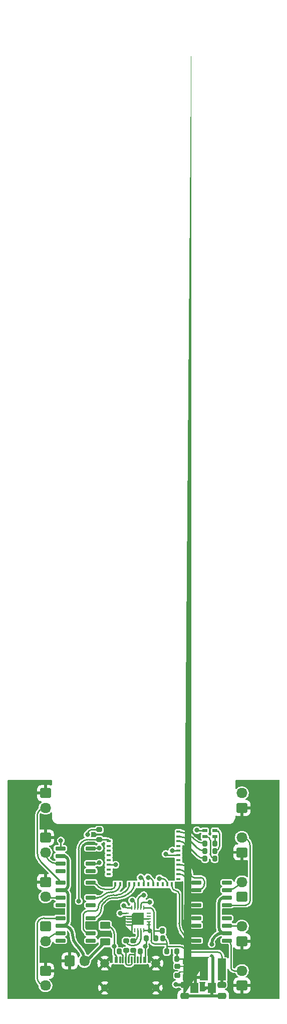
<source format=gbr>
%TF.GenerationSoftware,KiCad,Pcbnew,(6.0.5-0)*%
%TF.CreationDate,2022-08-15T15:57:45+01:00*%
%TF.ProjectId,Relay10,52656c61-7931-4302-9e6b-696361645f70,1*%
%TF.SameCoordinates,Original*%
%TF.FileFunction,Copper,L1,Top*%
%TF.FilePolarity,Positive*%
%FSLAX46Y46*%
G04 Gerber Fmt 4.6, Leading zero omitted, Abs format (unit mm)*
G04 Created by KiCad (PCBNEW (6.0.5-0)) date 2022-08-15 15:57:45*
%MOMM*%
%LPD*%
G01*
G04 APERTURE LIST*
G04 Aperture macros list*
%AMRoundRect*
0 Rectangle with rounded corners*
0 $1 Rounding radius*
0 $2 $3 $4 $5 $6 $7 $8 $9 X,Y pos of 4 corners*
0 Add a 4 corners polygon primitive as box body*
4,1,4,$2,$3,$4,$5,$6,$7,$8,$9,$2,$3,0*
0 Add four circle primitives for the rounded corners*
1,1,$1+$1,$2,$3*
1,1,$1+$1,$4,$5*
1,1,$1+$1,$6,$7*
1,1,$1+$1,$8,$9*
0 Add four rect primitives between the rounded corners*
20,1,$1+$1,$2,$3,$4,$5,0*
20,1,$1+$1,$4,$5,$6,$7,0*
20,1,$1+$1,$6,$7,$8,$9,0*
20,1,$1+$1,$8,$9,$2,$3,0*%
%AMOutline5P*
0 Free polygon, 5 corners , with rotation*
0 The origin of the aperture is its center*
0 number of corners: always 5*
0 $1 to $10 corner X, Y*
0 $11 Rotation angle, in degrees counterclockwise*
0 create outline with 5 corners*
4,1,5,$1,$2,$3,$4,$5,$6,$7,$8,$9,$10,$1,$2,$11*%
%AMOutline6P*
0 Free polygon, 6 corners , with rotation*
0 The origin of the aperture is its center*
0 number of corners: always 6*
0 $1 to $12 corner X, Y*
0 $13 Rotation angle, in degrees counterclockwise*
0 create outline with 6 corners*
4,1,6,$1,$2,$3,$4,$5,$6,$7,$8,$9,$10,$11,$12,$1,$2,$13*%
%AMOutline7P*
0 Free polygon, 7 corners , with rotation*
0 The origin of the aperture is its center*
0 number of corners: always 7*
0 $1 to $14 corner X, Y*
0 $15 Rotation angle, in degrees counterclockwise*
0 create outline with 7 corners*
4,1,7,$1,$2,$3,$4,$5,$6,$7,$8,$9,$10,$11,$12,$13,$14,$1,$2,$15*%
%AMOutline8P*
0 Free polygon, 8 corners , with rotation*
0 The origin of the aperture is its center*
0 number of corners: always 8*
0 $1 to $16 corner X, Y*
0 $17 Rotation angle, in degrees counterclockwise*
0 create outline with 8 corners*
4,1,8,$1,$2,$3,$4,$5,$6,$7,$8,$9,$10,$11,$12,$13,$14,$15,$16,$1,$2,$17*%
%AMFreePoly0*
4,1,43,1.102950,0.110584,1.224483,0.068057,1.333507,-0.000447,1.424553,-0.091493,1.493057,-0.200517,1.535584,-0.322050,1.550000,-0.450000,1.533253,-0.512500,1.487500,-0.558253,1.425000,-0.575000,1.362500,-0.558253,1.316747,-0.512500,1.300000,-0.450000,1.302546,-0.440498,1.287946,-0.348318,1.241208,-0.256589,1.168411,-0.183792,1.076682,-0.137054,0.984502,-0.122454,0.975000,-0.125000,
-0.975000,-0.125000,-0.984502,-0.122454,-1.076682,-0.137054,-1.168411,-0.183792,-1.241208,-0.256589,-1.287946,-0.348318,-1.302546,-0.440498,-1.300000,-0.450000,-1.316747,-0.512500,-1.362500,-0.558253,-1.425000,-0.575000,-1.487500,-0.558253,-1.533253,-0.512500,-1.550000,-0.450000,-1.535584,-0.322050,-1.493057,-0.200517,-1.424553,-0.091493,-1.333507,-0.000447,-1.224483,0.068057,-1.102950,0.110584,
-0.975000,0.125000,0.975000,0.125000,1.102950,0.110584,1.102950,0.110584,$1*%
%AMFreePoly1*
4,1,24,1.812500,0.558253,1.858253,0.512500,1.875000,0.450000,1.860584,0.322050,1.818057,0.200517,1.749553,0.091493,1.658507,0.000447,1.549483,-0.068057,1.427950,-0.110584,1.300000,-0.125000,-1.300000,-0.125000,-1.300000,0.125000,1.300000,0.125000,1.309502,0.122454,1.401682,0.137054,1.493411,0.183792,1.566208,0.256589,1.612946,0.348318,1.627546,0.440498,1.625000,0.450000,
1.641747,0.512500,1.687500,0.558253,1.750000,0.575000,1.812500,0.558253,1.812500,0.558253,$1*%
%AMFreePoly2*
4,1,37,1.095671,1.230970,1.176777,1.176777,1.230970,1.095671,1.250000,1.000000,1.234645,0.804672,1.188955,0.614144,1.114055,0.433095,1.011784,0.265974,0.884654,0.116888,0.735790,-0.010501,0.568848,-0.113064,0.387930,-0.188280,0.197482,-0.234302,0.002181,-0.249998,-0.093523,-0.231135,-0.174723,-0.177083,-0.229058,-0.096072,-0.248255,-0.000434,-0.229392,0.095270,-0.175340,0.176470,
-0.094329,0.230805,0.001309,0.250002,0.013523,0.247595,0.148154,0.261077,0.289312,0.304116,0.419377,0.373837,0.533361,0.467569,0.626893,0.581716,0.696388,0.711902,0.739180,0.853136,0.752428,0.987793,0.750000,1.000000,0.769030,1.095671,0.823223,1.176777,0.904329,1.230970,1.000000,1.250000,1.095671,1.230970,1.095671,1.230970,$1*%
%AMFreePoly3*
4,1,72,4.686553,7.086501,4.817859,7.046669,4.938871,6.981987,5.044939,6.894939,5.131987,6.788871,5.196669,6.667859,5.236501,6.536553,5.249950,6.400000,5.249950,1.600000,5.230924,1.504348,5.176741,1.423259,5.112450,1.380300,5.112450,0.249950,6.600000,0.249950,6.695652,0.230924,6.776741,0.176741,6.830924,0.095652,6.849950,0.000000,6.830924,-0.095652,6.776741,-0.176741,
6.695652,-0.230924,6.600000,-0.249950,0.000000,-0.249950,-0.095652,-0.230924,-0.176741,-0.176741,-0.230924,-0.095652,-0.249950,0.000000,-0.230924,0.095652,-0.176741,0.176741,-0.095652,0.230924,0.000000,0.249950,4.612550,0.249950,4.612550,1.600000,4.631576,1.695652,4.685759,1.776741,4.750050,1.819700,4.750050,6.400000,4.751438,6.406980,4.742631,6.462590,4.713862,6.519052,
4.669052,6.563862,4.612590,6.592631,4.556980,6.601438,4.550000,6.600050,1.550000,6.600050,1.543020,6.601438,1.487410,6.592631,1.430948,6.563862,1.386138,6.519052,1.357369,6.462590,1.348562,6.406980,1.349950,6.400000,1.349950,5.900000,1.330924,5.804348,1.276741,5.723259,1.195652,5.669076,1.100000,5.650050,1.004348,5.669076,0.923259,5.723259,0.869076,5.804348,
0.850050,5.900000,0.850050,6.400000,0.863499,6.536553,0.903331,6.667859,0.968013,6.788871,1.055061,6.894939,1.161129,6.981987,1.282141,7.046669,1.413447,7.086501,1.550000,7.099950,4.550000,7.099950,4.686553,7.086501,4.686553,7.086501,$1*%
G04 Aperture macros list end*
%TA.AperFunction,ComponentPad*%
%ADD10RoundRect,0.250000X-0.675000X0.600000X-0.675000X-0.600000X0.675000X-0.600000X0.675000X0.600000X0*%
%TD*%
%TA.AperFunction,ComponentPad*%
%ADD11O,1.850000X1.700000*%
%TD*%
%TA.AperFunction,SMDPad,CuDef*%
%ADD12R,0.800000X0.400000*%
%TD*%
%TA.AperFunction,SMDPad,CuDef*%
%ADD13R,0.400000X0.800000*%
%TD*%
%TA.AperFunction,SMDPad,CuDef*%
%ADD14R,1.450000X1.450000*%
%TD*%
%TA.AperFunction,SMDPad,CuDef*%
%ADD15Outline5P,-0.725000X0.130500X-0.130500X0.725000X0.725000X0.725000X0.725000X-0.725000X-0.725000X-0.725000X0.000000*%
%TD*%
%TA.AperFunction,SMDPad,CuDef*%
%ADD16R,0.700000X0.700000*%
%TD*%
%TA.AperFunction,SMDPad,CuDef*%
%ADD17RoundRect,0.062500X-0.287500X-0.062500X0.287500X-0.062500X0.287500X0.062500X-0.287500X0.062500X0*%
%TD*%
%TA.AperFunction,SMDPad,CuDef*%
%ADD18RoundRect,0.062500X-0.062500X-0.287500X0.062500X-0.287500X0.062500X0.287500X-0.062500X0.287500X0*%
%TD*%
%TA.AperFunction,SMDPad,CuDef*%
%ADD19Outline5P,-1.000000X0.750000X-0.750000X1.000000X1.000000X1.000000X1.000000X-1.000000X-1.000000X-1.000000X0.000000*%
%TD*%
%TA.AperFunction,SMDPad,CuDef*%
%ADD20RoundRect,0.200000X-0.200000X-0.275000X0.200000X-0.275000X0.200000X0.275000X-0.200000X0.275000X0*%
%TD*%
%TA.AperFunction,SMDPad,CuDef*%
%ADD21RoundRect,0.200000X0.200000X0.275000X-0.200000X0.275000X-0.200000X-0.275000X0.200000X-0.275000X0*%
%TD*%
%TA.AperFunction,SMDPad,CuDef*%
%ADD22RoundRect,0.150000X-0.725000X-0.150000X0.725000X-0.150000X0.725000X0.150000X-0.725000X0.150000X0*%
%TD*%
%TA.AperFunction,SMDPad,CuDef*%
%ADD23R,0.600000X1.140000*%
%TD*%
%TA.AperFunction,SMDPad,CuDef*%
%ADD24RoundRect,0.075000X-0.075000X-0.495000X0.075000X-0.495000X0.075000X0.495000X-0.075000X0.495000X0*%
%TD*%
%TA.AperFunction,ComponentPad*%
%ADD25C,0.670000*%
%TD*%
%TA.AperFunction,SMDPad,CuDef*%
%ADD26R,7.500000X5.250000*%
%TD*%
%TA.AperFunction,ComponentPad*%
%ADD27C,1.500000*%
%TD*%
%TA.AperFunction,ComponentPad*%
%ADD28C,1.250000*%
%TD*%
%TA.AperFunction,ComponentPad*%
%ADD29RoundRect,0.250000X0.675000X-0.600000X0.675000X0.600000X-0.675000X0.600000X-0.675000X-0.600000X0*%
%TD*%
%TA.AperFunction,SMDPad,CuDef*%
%ADD30RoundRect,0.150000X0.725000X0.150000X-0.725000X0.150000X-0.725000X-0.150000X0.725000X-0.150000X0*%
%TD*%
%TA.AperFunction,SMDPad,CuDef*%
%ADD31RoundRect,0.250000X0.625000X-0.375000X0.625000X0.375000X-0.625000X0.375000X-0.625000X-0.375000X0*%
%TD*%
%TA.AperFunction,SMDPad,CuDef*%
%ADD32RoundRect,0.225000X0.250000X-0.225000X0.250000X0.225000X-0.250000X0.225000X-0.250000X-0.225000X0*%
%TD*%
%TA.AperFunction,SMDPad,CuDef*%
%ADD33R,2.000000X0.500000*%
%TD*%
%TA.AperFunction,SMDPad,CuDef*%
%ADD34R,0.500000X2.000000*%
%TD*%
%TA.AperFunction,SMDPad,CuDef*%
%ADD35R,0.600000X1.100000*%
%TD*%
%TA.AperFunction,SMDPad,CuDef*%
%ADD36R,1.425000X3.700000*%
%TD*%
%TA.AperFunction,SMDPad,CuDef*%
%ADD37FreePoly0,0.000000*%
%TD*%
%TA.AperFunction,SMDPad,CuDef*%
%ADD38RoundRect,0.249375X-0.463125X-0.625625X0.463125X-0.625625X0.463125X0.625625X-0.463125X0.625625X0*%
%TD*%
%TA.AperFunction,SMDPad,CuDef*%
%ADD39FreePoly1,0.000000*%
%TD*%
%TA.AperFunction,SMDPad,CuDef*%
%ADD40RoundRect,0.250000X-0.475000X0.250000X-0.475000X-0.250000X0.475000X-0.250000X0.475000X0.250000X0*%
%TD*%
%TA.AperFunction,SMDPad,CuDef*%
%ADD41FreePoly2,0.000000*%
%TD*%
%TA.AperFunction,SMDPad,CuDef*%
%ADD42FreePoly3,0.000000*%
%TD*%
%TA.AperFunction,SMDPad,CuDef*%
%ADD43R,0.500000X4.000000*%
%TD*%
%TA.AperFunction,ComponentPad*%
%ADD44RoundRect,0.250000X-0.600000X-0.675000X0.600000X-0.675000X0.600000X0.675000X-0.600000X0.675000X0*%
%TD*%
%TA.AperFunction,ComponentPad*%
%ADD45O,1.700000X1.850000*%
%TD*%
%TA.AperFunction,SMDPad,CuDef*%
%ADD46RoundRect,0.200000X0.275000X-0.200000X0.275000X0.200000X-0.275000X0.200000X-0.275000X-0.200000X0*%
%TD*%
%TA.AperFunction,SMDPad,CuDef*%
%ADD47RoundRect,0.200000X-0.275000X0.200000X-0.275000X-0.200000X0.275000X-0.200000X0.275000X0.200000X0*%
%TD*%
%TA.AperFunction,SMDPad,CuDef*%
%ADD48R,0.850000X0.500000*%
%TD*%
%TA.AperFunction,ViaPad*%
%ADD49C,0.800000*%
%TD*%
%TA.AperFunction,Conductor*%
%ADD50C,0.250000*%
%TD*%
%TA.AperFunction,Conductor*%
%ADD51C,0.500000*%
%TD*%
G04 APERTURE END LIST*
D10*
%TO.P,J4,1,Pin_1*%
%TO.N,GND*%
X88150000Y-40500000D03*
D11*
%TO.P,J4,2,Pin_2*%
%TO.N,O2*%
X88150000Y-43000000D03*
%TD*%
D12*
%TO.P,U1,1,GND*%
%TO.N,GND*%
X98850000Y-32000000D03*
%TO.P,U1,2,GND*%
X98850000Y-32800000D03*
%TO.P,U1,3,3V3*%
%TO.N,+3V3*%
X98850000Y-33600000D03*
%TO.P,U1,4,I36*%
%TO.N,unconnected-(U1-Pad4)*%
X98850000Y-34400000D03*
%TO.P,U1,5,I37*%
%TO.N,unconnected-(U1-Pad5)*%
X98850000Y-35200000D03*
%TO.P,U1,6,I38*%
%TO.N,unconnected-(U1-Pad6)*%
X98850000Y-36000000D03*
%TO.P,U1,7,I39*%
%TO.N,unconnected-(U1-Pad7)*%
X98850000Y-36800000D03*
%TO.P,U1,8,EN*%
%TO.N,EN*%
X98850000Y-37600000D03*
%TO.P,U1,9,I34*%
%TO.N,unconnected-(U1-Pad9)*%
X98850000Y-38400000D03*
%TO.P,U1,10,I35*%
%TO.N,unconnected-(U1-Pad10)*%
X98850000Y-39200000D03*
%TO.P,U1,11,GND*%
%TO.N,GND*%
X98850000Y-40000000D03*
D13*
%TO.P,U1,12,IO32*%
%TO.N,OUT1*%
X99950000Y-40900000D03*
%TO.P,U1,13,IO33*%
%TO.N,OUT2*%
X100750000Y-40900000D03*
%TO.P,U1,14,GND*%
%TO.N,GND*%
X101550000Y-40900000D03*
%TO.P,U1,15,IO25*%
%TO.N,OUT4*%
X102350000Y-40900000D03*
%TO.P,U1,16,IO26*%
%TO.N,OUT3*%
X103150000Y-40900000D03*
%TO.P,U1,17,IO27*%
%TO.N,unconnected-(U1-Pad17)*%
X103950000Y-40900000D03*
%TO.P,U1,18,IO14*%
%TO.N,OUT10*%
X104750000Y-40900000D03*
%TO.P,U1,19,IO12*%
%TO.N,unconnected-(U1-Pad19)*%
X105550000Y-40900000D03*
%TO.P,U1,20,IO13*%
%TO.N,OUT9*%
X106350000Y-40900000D03*
%TO.P,U1,21,IO15*%
%TO.N,unconnected-(U1-Pad21)*%
X107150000Y-40900000D03*
%TO.P,U1,22,IO2*%
%TO.N,unconnected-(U1-Pad22)*%
X107950000Y-40900000D03*
%TO.P,U1,23,IO0*%
%TO.N,BOOT*%
X108750000Y-40900000D03*
%TO.P,U1,24,IO4*%
%TO.N,OUT5*%
X109550000Y-40900000D03*
D12*
%TO.P,U1,25,NC*%
%TO.N,unconnected-(U1-Pad25)*%
X110650000Y-40000000D03*
%TO.P,U1,26,IO20*%
%TO.N,OUT6*%
X110650000Y-39200000D03*
%TO.P,U1,27,IO7*%
%TO.N,OUT8*%
X110650000Y-38400000D03*
%TO.P,U1,28,IO8*%
%TO.N,OUT7*%
X110650000Y-37600000D03*
%TO.P,U1,29,IO5*%
%TO.N,unconnected-(U1-Pad29)*%
X110650000Y-36800000D03*
%TO.P,U1,30,RXD0*%
%TO.N,I*%
X110650000Y-36000000D03*
%TO.P,U1,31,TXD0*%
%TO.N,O*%
X110650000Y-35200000D03*
%TO.P,U1,32,NC*%
%TO.N,unconnected-(U1-Pad32)*%
X110650000Y-34400000D03*
%TO.P,U1,33,IO19*%
%TO.N,B*%
X110650000Y-33600000D03*
%TO.P,U1,34,IO22*%
%TO.N,R*%
X110650000Y-32800000D03*
%TO.P,U1,35,IO21*%
%TO.N,G*%
X110650000Y-32000000D03*
D13*
%TO.P,U1,36,GND*%
%TO.N,GND*%
X109550000Y-31100000D03*
%TO.P,U1,37,GND*%
X108750000Y-31100000D03*
%TO.P,U1,38,GND*%
X107950000Y-31100000D03*
%TO.P,U1,39,GND*%
X107150000Y-31100000D03*
%TO.P,U1,40,GND*%
X106350000Y-31100000D03*
%TO.P,U1,41,GND*%
X105550000Y-31100000D03*
%TO.P,U1,42,GND*%
X104750000Y-31100000D03*
%TO.P,U1,43,GND*%
X103950000Y-31100000D03*
%TO.P,U1,44,GND*%
X103150000Y-31100000D03*
%TO.P,U1,45,GND*%
X102350000Y-31100000D03*
%TO.P,U1,46,GND*%
X101550000Y-31100000D03*
%TO.P,U1,47,GND*%
X100750000Y-31100000D03*
%TO.P,U1,48,GND*%
X99950000Y-31100000D03*
D14*
%TO.P,U1,49,GND*%
X104750000Y-36000000D03*
X106725000Y-34025000D03*
X102775000Y-36000000D03*
X102775000Y-37975000D03*
X104750000Y-37975000D03*
X106725000Y-36000000D03*
D15*
X102775000Y-34025000D03*
D14*
X106725000Y-37975000D03*
X104750000Y-34025000D03*
D16*
%TO.P,U1,50,GND*%
X110700000Y-31050000D03*
%TO.P,U1,51,GND*%
X110700000Y-40950000D03*
%TO.P,U1,52,GND*%
X98800000Y-40950000D03*
%TO.P,U1,53,GND*%
X98800000Y-31050000D03*
%TD*%
D17*
%TO.P,U2,1,RXD*%
%TO.N,O*%
X101850000Y-45750000D03*
%TO.P,U2,2,~{RI}*%
%TO.N,GND*%
X101850000Y-46250000D03*
%TO.P,U2,3,GND*%
X101850000Y-46750000D03*
%TO.P,U2,4,~{DSR}*%
X101850000Y-47250000D03*
%TO.P,U2,5,~{DCD}*%
X101850000Y-47750000D03*
D18*
%TO.P,U2,6,~{CTS}*%
X102750000Y-48650000D03*
%TO.P,U2,7,CBUS2*%
%TO.N,unconnected-(U2-Pad7)*%
X103250000Y-48650000D03*
%TO.P,U2,8,USBDP*%
%TO.N,D+*%
X103750000Y-48650000D03*
%TO.P,U2,9,USBDM*%
%TO.N,D-*%
X104250000Y-48650000D03*
%TO.P,U2,10,3V3OUT*%
%TO.N,+3V3*%
X104750000Y-48650000D03*
D17*
%TO.P,U2,11,~{RESET}*%
X105650000Y-47750000D03*
%TO.P,U2,12,VCC*%
X105650000Y-47250000D03*
%TO.P,U2,13,GND*%
%TO.N,GND*%
X105650000Y-46750000D03*
%TO.P,U2,14,CBUS1*%
%TO.N,unconnected-(U2-Pad14)*%
X105650000Y-46250000D03*
%TO.P,U2,15,CBUS0*%
%TO.N,unconnected-(U2-Pad15)*%
X105650000Y-45750000D03*
D18*
%TO.P,U2,16,CBUS3*%
%TO.N,Net-(R2-Pad2)*%
X104750000Y-44850000D03*
%TO.P,U2,17,TXD*%
%TO.N,I*%
X104250000Y-44850000D03*
%TO.P,U2,18,~{DTR}*%
%TO.N,BOOT*%
X103750000Y-44850000D03*
%TO.P,U2,19,~{RTS}*%
%TO.N,EN*%
X103250000Y-44850000D03*
%TO.P,U2,20,VCCIO*%
%TO.N,+3V3*%
X102750000Y-44850000D03*
D19*
%TO.P,U2,21,GND*%
%TO.N,GND*%
X103750000Y-46750000D03*
%TD*%
D20*
%TO.P,C1,1*%
%TO.N,+3V3*%
X107975000Y-50000000D03*
%TO.P,C1,2*%
%TO.N,GND*%
X109525000Y-50000000D03*
%TD*%
D21*
%TO.P,R5,1*%
%TO.N,GND*%
X105825000Y-52250000D03*
%TO.P,R5,2*%
%TO.N,Net-(J1-PadB5)*%
X104175000Y-52250000D03*
%TD*%
D22*
%TO.P,U7,1,NC*%
%TO.N,unconnected-(U7-Pad1)*%
X113675000Y-40595000D03*
%TO.P,U7,2,IN_A*%
%TO.N,OUT7*%
X113675000Y-41865000D03*
%TO.P,U7,3,GND*%
%TO.N,GND*%
X113675000Y-43135000D03*
%TO.P,U7,4,IN_B*%
%TO.N,OUT8*%
X113675000Y-44405000D03*
%TO.P,U7,5,OUT_B*%
%TO.N,O8*%
X118825000Y-44405000D03*
%TO.P,U7,6,V+*%
%TO.N,+12V*%
X118825000Y-43135000D03*
%TO.P,U7,7,OUT_A*%
%TO.N,O7*%
X118825000Y-41865000D03*
%TO.P,U7,8,NC*%
%TO.N,unconnected-(U7-Pad8)*%
X118825000Y-40595000D03*
%TD*%
D20*
%TO.P,R12,1*%
%TO.N,GND*%
X108675000Y-53500000D03*
%TO.P,R12,2*%
%TO.N,Net-(R11-Pad2)*%
X110325000Y-53500000D03*
%TD*%
D23*
%TO.P,J1,A1,GND*%
%TO.N,GND*%
X99300000Y-53640000D03*
%TO.P,J1,A4,VBUS*%
%TO.N,VBUS*%
X100100000Y-53640000D03*
D24*
%TO.P,J1,A5,CC1*%
%TO.N,Net-(J1-PadA5)*%
X101250000Y-53640000D03*
%TO.P,J1,A6,D+*%
%TO.N,Net-(J1-PadA6)*%
X102250000Y-53640000D03*
%TO.P,J1,A7,D-*%
%TO.N,Net-(J1-PadA7)*%
X102750000Y-53640000D03*
%TO.P,J1,A8,SBU1*%
%TO.N,unconnected-(J1-PadA8)*%
X103750000Y-53640000D03*
D23*
%TO.P,J1,A9,VBUS*%
%TO.N,VBUS*%
X104900000Y-53640000D03*
%TO.P,J1,A12,GND*%
%TO.N,GND*%
X105700000Y-53640000D03*
%TO.P,J1,B1,GND*%
X105700000Y-53640000D03*
%TO.P,J1,B4,VBUS*%
%TO.N,VBUS*%
X104900000Y-53640000D03*
D24*
%TO.P,J1,B5,CC2*%
%TO.N,Net-(J1-PadB5)*%
X104250000Y-53640000D03*
%TO.P,J1,B6,D+*%
%TO.N,Net-(J1-PadA6)*%
X103250000Y-53640000D03*
%TO.P,J1,B7,D-*%
%TO.N,Net-(J1-PadA7)*%
X101750000Y-53640000D03*
%TO.P,J1,B8,SBU2*%
%TO.N,unconnected-(J1-PadB8)*%
X100750000Y-53640000D03*
D23*
%TO.P,J1,B9,VBUS*%
%TO.N,VBUS*%
X100100000Y-53640000D03*
%TO.P,J1,B12,GND*%
%TO.N,GND*%
X99300000Y-53640000D03*
D25*
%TO.P,J1,S1,SHIELD*%
X105390000Y-54710000D03*
D26*
X102500000Y-57625000D03*
D27*
X106820000Y-54220000D03*
D25*
X99610000Y-54710000D03*
D28*
X98180000Y-58390000D03*
D27*
X98180000Y-54220000D03*
D28*
X106820000Y-58390000D03*
%TD*%
D10*
%TO.P,J3,1,Pin_1*%
%TO.N,GND*%
X88150000Y-25500000D03*
D11*
%TO.P,J3,2,Pin_2*%
%TO.N,O1*%
X88150000Y-28000000D03*
%TD*%
D20*
%TO.P,R11,1*%
%TO.N,+3V3*%
X108675000Y-52250000D03*
%TO.P,R11,2*%
%TO.N,Net-(R11-Pad2)*%
X110325000Y-52250000D03*
%TD*%
%TO.P,R2,1*%
%TO.N,VBUS*%
X105175000Y-50000000D03*
%TO.P,R2,2*%
%TO.N,Net-(R2-Pad2)*%
X106825000Y-50000000D03*
%TD*%
D29*
%TO.P,J11,1,Pin_1*%
%TO.N,GND*%
X121350000Y-28000000D03*
D11*
%TO.P,J11,2,Pin_2*%
%TO.N,O9*%
X121350000Y-25500000D03*
%TD*%
D30*
%TO.P,U6,1,NC*%
%TO.N,unconnected-(U6-Pad1)*%
X95825000Y-50405000D03*
%TO.P,U6,2,IN_A*%
%TO.N,OUT4*%
X95825000Y-49135000D03*
%TO.P,U6,3,GND*%
%TO.N,GND*%
X95825000Y-47865000D03*
%TO.P,U6,4,IN_B*%
%TO.N,OUT3*%
X95825000Y-46595000D03*
%TO.P,U6,5,OUT_B*%
%TO.N,O3*%
X90675000Y-46595000D03*
%TO.P,U6,6,V+*%
%TO.N,+12V*%
X90675000Y-47865000D03*
%TO.P,U6,7,OUT_A*%
%TO.N,O4*%
X90675000Y-49135000D03*
%TO.P,U6,8,NC*%
%TO.N,unconnected-(U6-Pad8)*%
X90675000Y-50405000D03*
%TD*%
D29*
%TO.P,J10,1,Pin_1*%
%TO.N,GND*%
X121350000Y-35500000D03*
D11*
%TO.P,J10,2,Pin_2*%
%TO.N,O8*%
X121350000Y-33000000D03*
%TD*%
D31*
%TO.P,D2,1,K*%
%TO.N,+12V*%
X98250000Y-50650000D03*
%TO.P,D2,2,A*%
%TO.N,VBUS*%
X98250000Y-47850000D03*
%TD*%
D32*
%TO.P,U8,*%
%TO.N,*%
X110450000Y-54725000D03*
D33*
X114450000Y-56600000D03*
D34*
X113500000Y-57550000D03*
D35*
X113500000Y-53900000D03*
D36*
X114950000Y-55300000D03*
D32*
X110450000Y-56275000D03*
D37*
X112075000Y-55700000D03*
D38*
X113347500Y-58420000D03*
D39*
X111750000Y-54800000D03*
D35*
X113500000Y-56600000D03*
%TO.P,U8,1,SHDN*%
%TO.N,+12V*%
X111600000Y-56600000D03*
D40*
%TO.P,U8,2,VIN*%
X111700000Y-57850000D03*
D41*
X111490000Y-57800000D03*
D35*
X112550000Y-56600000D03*
%TO.P,U8,3,GND*%
%TO.N,GND*%
X112550000Y-53900000D03*
D42*
X111450000Y-59750000D03*
D40*
X111700000Y-59750000D03*
X117950000Y-59750000D03*
D38*
X116312500Y-58420000D03*
D36*
%TO.P,U8,4,VOUT*%
%TO.N,+3V3*%
X117950000Y-55300000D03*
D40*
X117950000Y-57850000D03*
D43*
X117950000Y-56050000D03*
D35*
%TO.P,U8,5,FB*%
%TO.N,Net-(R11-Pad2)*%
X111600000Y-53900000D03*
%TD*%
D20*
%TO.P,R3,1*%
%TO.N,Net-(R2-Pad2)*%
X107925000Y-48750000D03*
%TO.P,R3,2*%
%TO.N,GND*%
X109575000Y-48750000D03*
%TD*%
D44*
%TO.P,J2,1,GND*%
%TO.N,GND*%
X92250000Y-53850000D03*
D45*
%TO.P,J2,2,DC*%
%TO.N,+12V*%
X94750000Y-53850000D03*
%TD*%
D21*
%TO.P,R9,1*%
%TO.N,Net-(D1-Pad3)*%
X116775000Y-34000000D03*
%TO.P,R9,2*%
%TO.N,G*%
X115125000Y-34000000D03*
%TD*%
D10*
%TO.P,J6,1,Pin_1*%
%TO.N,GND*%
X88150000Y-48000000D03*
D11*
%TO.P,J6,2,Pin_2*%
%TO.N,O4*%
X88150000Y-50500000D03*
%TD*%
D29*
%TO.P,J7,1,Pin_1*%
%TO.N,GND*%
X121350000Y-58000000D03*
D11*
%TO.P,J7,2,Pin_2*%
%TO.N,O5*%
X121350000Y-55500000D03*
%TD*%
D22*
%TO.P,U4,1,NC*%
%TO.N,unconnected-(U4-Pad1)*%
X113675000Y-46595000D03*
%TO.P,U4,2,IN_A*%
%TO.N,OUT6*%
X113675000Y-47865000D03*
%TO.P,U4,3,GND*%
%TO.N,GND*%
X113675000Y-49135000D03*
%TO.P,U4,4,IN_B*%
%TO.N,OUT5*%
X113675000Y-50405000D03*
%TO.P,U4,5,OUT_B*%
%TO.N,O5*%
X118825000Y-50405000D03*
%TO.P,U4,6,V+*%
%TO.N,+12V*%
X118825000Y-49135000D03*
%TO.P,U4,7,OUT_A*%
%TO.N,O6*%
X118825000Y-47865000D03*
%TO.P,U4,8,NC*%
%TO.N,unconnected-(U4-Pad8)*%
X118825000Y-46595000D03*
%TD*%
D29*
%TO.P,J9,1,Pin_1*%
%TO.N,GND*%
X121350000Y-43000000D03*
D11*
%TO.P,J9,2,Pin_2*%
%TO.N,O7*%
X121350000Y-40500000D03*
%TD*%
D29*
%TO.P,J8,1,Pin_1*%
%TO.N,GND*%
X121350000Y-50500000D03*
D11*
%TO.P,J8,2,Pin_2*%
%TO.N,O6*%
X121350000Y-48000000D03*
%TD*%
D21*
%TO.P,R8,1*%
%TO.N,Net-(D1-Pad2)*%
X116775000Y-35250000D03*
%TO.P,R8,2*%
%TO.N,R*%
X115125000Y-35250000D03*
%TD*%
D46*
%TO.P,R6,1*%
%TO.N,Net-(J1-PadA7)*%
X101800000Y-52075000D03*
%TO.P,R6,2*%
%TO.N,D-*%
X101800000Y-50425000D03*
%TD*%
D47*
%TO.P,R1,1*%
%TO.N,EN*%
X97250000Y-31675000D03*
%TO.P,R1,2*%
%TO.N,+3V3*%
X97250000Y-33325000D03*
%TD*%
%TO.P,R7,1*%
%TO.N,D+*%
X103000000Y-50425000D03*
%TO.P,R7,2*%
%TO.N,Net-(J1-PadA6)*%
X103000000Y-52075000D03*
%TD*%
D48*
%TO.P,D1,1,A*%
%TO.N,+3V3*%
X115075000Y-31800000D03*
%TO.P,D1,2,RK*%
%TO.N,Net-(D1-Pad2)*%
X116825000Y-31800000D03*
%TO.P,D1,3,GK*%
%TO.N,Net-(D1-Pad3)*%
X116825000Y-32800000D03*
%TO.P,D1,4,BK*%
%TO.N,Net-(D1-Pad4)*%
X115075000Y-32800000D03*
%TD*%
D10*
%TO.P,J5,1,Pin_1*%
%TO.N,GND*%
X88150000Y-55500000D03*
D11*
%TO.P,J5,2,Pin_2*%
%TO.N,O3*%
X88150000Y-58000000D03*
%TD*%
D21*
%TO.P,R4,1*%
%TO.N,Net-(J1-PadA5)*%
X100625000Y-52250000D03*
%TO.P,R4,2*%
%TO.N,GND*%
X98975000Y-52250000D03*
%TD*%
D30*
%TO.P,U5,1,NC*%
%TO.N,unconnected-(U5-Pad1)*%
X95825000Y-38655000D03*
%TO.P,U5,2,IN_A*%
%TO.N,OUT10*%
X95825000Y-37385000D03*
%TO.P,U5,3,GND*%
%TO.N,GND*%
X95825000Y-36115000D03*
%TO.P,U5,4,IN_B*%
%TO.N,OUT9*%
X95825000Y-34845000D03*
%TO.P,U5,5,OUT_B*%
%TO.N,O9*%
X90675000Y-34845000D03*
%TO.P,U5,6,V+*%
%TO.N,+12V*%
X90675000Y-36115000D03*
%TO.P,U5,7,OUT_A*%
%TO.N,O10*%
X90675000Y-37385000D03*
%TO.P,U5,8,NC*%
%TO.N,unconnected-(U5-Pad8)*%
X90675000Y-38655000D03*
%TD*%
D21*
%TO.P,R10,1*%
%TO.N,Net-(D1-Pad4)*%
X116775000Y-36550000D03*
%TO.P,R10,2*%
%TO.N,B*%
X115125000Y-36550000D03*
%TD*%
D10*
%TO.P,J12,1,Pin_1*%
%TO.N,GND*%
X88150000Y-33000000D03*
D11*
%TO.P,J12,2,Pin_2*%
%TO.N,O10*%
X88150000Y-35500000D03*
%TD*%
D30*
%TO.P,U3,1,NC*%
%TO.N,unconnected-(U3-Pad1)*%
X95825000Y-44405000D03*
%TO.P,U3,2,IN_A*%
%TO.N,OUT2*%
X95825000Y-43135000D03*
%TO.P,U3,3,GND*%
%TO.N,GND*%
X95825000Y-41865000D03*
%TO.P,U3,4,IN_B*%
%TO.N,OUT1*%
X95825000Y-40595000D03*
%TO.P,U3,5,OUT_B*%
%TO.N,O1*%
X90675000Y-40595000D03*
%TO.P,U3,6,V+*%
%TO.N,+12V*%
X90675000Y-41865000D03*
%TO.P,U3,7,OUT_A*%
%TO.N,O2*%
X90675000Y-43135000D03*
%TO.P,U3,8,NC*%
%TO.N,unconnected-(U3-Pad8)*%
X90675000Y-44405000D03*
%TD*%
D49*
%TO.N,GND*%
X115000000Y-58500000D03*
X108000000Y-34000000D03*
X98300000Y-45700000D03*
X103750000Y-46750000D03*
%TO.N,+3V3*%
X93788537Y-43722474D03*
X105750000Y-48750000D03*
X113750000Y-31750000D03*
X101412911Y-44474500D03*
%TO.N,VBUS*%
X105000000Y-51400000D03*
X99800000Y-51400000D03*
%TO.N,+12V*%
X110200000Y-57800000D03*
X116250000Y-51000000D03*
%TO.N,O*%
X109600000Y-35200000D03*
X100800000Y-45800000D03*
%TO.N,I*%
X105800000Y-43900000D03*
X108475500Y-35772305D03*
%TO.N,EN*%
X100000000Y-37600000D03*
X102800000Y-43600000D03*
X95250000Y-32500000D03*
%TO.N,BOOT*%
X104750000Y-42750000D03*
X107409653Y-39903473D03*
%TO.N,O9*%
X90750000Y-33500000D03*
%TO.N,OUT10*%
X104250000Y-39750000D03*
X97250000Y-37250000D03*
%TO.N,OUT9*%
X105500000Y-39750000D03*
X97250000Y-34750000D03*
%TD*%
D50*
%TO.N,GND*%
X101850000Y-47750000D02*
X102750000Y-47750000D01*
X105650000Y-46750000D02*
X103750000Y-46750000D01*
X101850000Y-47250000D02*
X103250000Y-47250000D01*
X98300000Y-45700000D02*
X96354203Y-47645797D01*
X102750000Y-48650000D02*
X102750000Y-47750000D01*
D51*
X116312500Y-58420000D02*
X115080000Y-58420000D01*
D50*
X101850000Y-46250000D02*
X103250000Y-46250000D01*
X101850000Y-46750000D02*
X103750000Y-46750000D01*
X103250000Y-46250000D02*
X103750000Y-46750000D01*
X102750000Y-47750000D02*
X103750000Y-46750000D01*
D51*
X115000000Y-58500000D02*
G75*
G02*
X115080000Y-58420000I80000J0D01*
G01*
D50*
X95825000Y-47865001D02*
G75*
G03*
X96354202Y-47645796I0J748401D01*
G01*
%TO.N,+3V3*%
X102750000Y-44850000D02*
X101850000Y-44850000D01*
X108675000Y-50700000D02*
X108675000Y-50925000D01*
X106583217Y-50975000D02*
X108625000Y-50975000D01*
X117200000Y-52300000D02*
X112624264Y-52300000D01*
X101431962Y-44573157D02*
X101431962Y-44493551D01*
X105650000Y-47250000D02*
X105650000Y-47750000D01*
X93750000Y-35000000D02*
X93750000Y-43683937D01*
X105650000Y-47750000D02*
X105650000Y-48650000D01*
X98575000Y-33325000D02*
X97250000Y-33325000D01*
X118000000Y-55250000D02*
X118000000Y-53100000D01*
X104750000Y-48650000D02*
X105650000Y-48650000D01*
X101431962Y-44493551D02*
X101412911Y-44474500D01*
X108675000Y-51325000D02*
X108675000Y-52250000D01*
X115075000Y-31800000D02*
X113800000Y-31800000D01*
X108675000Y-50925000D02*
X108675000Y-51325000D01*
X111900000Y-52000000D02*
X111700000Y-51800000D01*
X97250000Y-33325000D02*
X95425000Y-33325000D01*
X106000000Y-49000000D02*
X106000000Y-50391783D01*
X108750000Y-51400000D02*
X110734315Y-51400000D01*
X101431972Y-44573153D02*
G75*
G03*
X101850000Y-44849999I420328J180653D01*
G01*
X108675000Y-50925000D02*
G75*
G02*
X108625000Y-50975000I-50000J0D01*
G01*
X106583217Y-50975000D02*
G75*
G02*
X106000000Y-50391783I-17J583200D01*
G01*
X113750000Y-31750000D02*
G75*
G03*
X113800000Y-31800000I50000J0D01*
G01*
X108675000Y-51325000D02*
G75*
G03*
X108750000Y-51400000I75000J0D01*
G01*
X105750000Y-48750000D02*
G75*
G02*
X105650000Y-48650000I0J100000D01*
G01*
X108675000Y-50700000D02*
G75*
G03*
X107975000Y-50000000I-700000J0D01*
G01*
X118000000Y-55250000D02*
G75*
G02*
X117950000Y-55300000I-50000J0D01*
G01*
X117200000Y-52300000D02*
G75*
G02*
X118000000Y-53100000I0J-800000D01*
G01*
X106000000Y-49000000D02*
G75*
G03*
X105750000Y-48750000I-250000J0D01*
G01*
X93788537Y-43722400D02*
G75*
G02*
X93750000Y-43683937I-37J38500D01*
G01*
X98575000Y-33325000D02*
G75*
G02*
X98850000Y-33600000I0J-275000D01*
G01*
X93750000Y-35000000D02*
G75*
G02*
X95425000Y-33325000I1675000J0D01*
G01*
X110734315Y-51399994D02*
G75*
G02*
X111700000Y-51800000I-15J-1365706D01*
G01*
X111900011Y-51999989D02*
G75*
G03*
X112624264Y-52300000I724289J724289D01*
G01*
%TO.N,VBUS*%
X99800000Y-49400000D02*
X99800000Y-51400000D01*
X99800000Y-52641783D02*
X99800000Y-51400000D01*
X105000000Y-51400000D02*
X105000000Y-53540000D01*
X105175000Y-50000000D02*
X105175000Y-51225000D01*
X100100000Y-53640000D02*
X100100000Y-52941783D01*
X100100000Y-52941783D02*
X99800000Y-52641783D01*
X105000000Y-53540000D02*
X104900000Y-53640000D01*
X99800000Y-49400000D02*
G75*
G03*
X98250000Y-47850000I-1550000J0D01*
G01*
X105000000Y-51400000D02*
G75*
G03*
X105175000Y-51225000I0J175000D01*
G01*
D51*
%TO.N,+12V*%
X93750000Y-51500000D02*
X93795405Y-51545405D01*
X91127849Y-36115000D02*
X90675000Y-36115000D01*
X117500000Y-44007151D02*
X117500000Y-48262849D01*
X90675000Y-41865000D02*
X91135000Y-41865000D01*
X91127849Y-41865000D02*
X90675000Y-41865000D01*
X93466192Y-51216193D02*
X93750000Y-51500000D01*
X111700000Y-57850000D02*
X110320710Y-57850000D01*
X118825000Y-43135000D02*
X118372151Y-43135000D01*
X118372151Y-49135000D02*
X118825000Y-49135000D01*
X118825000Y-49135000D02*
X118115000Y-49135000D01*
X90675000Y-47865000D02*
X91127849Y-47865000D01*
X92000000Y-41000000D02*
X92000000Y-36987151D01*
D50*
X111600000Y-56600000D02*
X112550000Y-56600000D01*
D51*
X92000000Y-46992849D02*
X92000000Y-42737151D01*
X98250000Y-50650000D02*
X95262132Y-53637868D01*
X118372151Y-49135000D02*
G75*
G02*
X117500000Y-48262849I49J872200D01*
G01*
X116250000Y-51000000D02*
G75*
G02*
X118115000Y-49135000I1865000J0D01*
G01*
X93466175Y-51216210D02*
G75*
G02*
X92750000Y-49487151I1729025J1729010D01*
G01*
X91127849Y-41865000D02*
G75*
G02*
X92000000Y-42737151I-49J-872200D01*
G01*
X92750000Y-49487151D02*
G75*
G03*
X91127849Y-47865000I-1622200J-49D01*
G01*
X92000000Y-46992849D02*
G75*
G02*
X91127849Y-47865000I-872200J49D01*
G01*
X91127849Y-36115000D02*
G75*
G02*
X92000000Y-36987151I-49J-872200D01*
G01*
X94750000Y-53849989D02*
G75*
G03*
X95262132Y-53637868I0J724289D01*
G01*
X92000000Y-41000000D02*
G75*
G02*
X91135000Y-41865000I-865000J0D01*
G01*
X110199997Y-57800003D02*
G75*
G03*
X110320710Y-57850000I120703J120703D01*
G01*
X94749996Y-53850000D02*
G75*
G03*
X93795405Y-51545405I-3259196J0D01*
G01*
X117500000Y-44007151D02*
G75*
G02*
X118372151Y-43135000I872200J-49D01*
G01*
D50*
%TO.N,Net-(J1-PadA5)*%
X101250000Y-52875000D02*
X101250000Y-53640000D01*
X100625000Y-52250000D02*
X101250000Y-52875000D01*
%TO.N,Net-(J1-PadB5)*%
X104250000Y-52325000D02*
X104250000Y-53640000D01*
X104175000Y-52250000D02*
X104250000Y-52325000D01*
%TO.N,D-*%
X101800000Y-50441783D02*
X101800000Y-50425000D01*
X104250000Y-48650000D02*
X104250000Y-50150000D01*
X103200000Y-51200000D02*
X102558217Y-51200000D01*
X101800000Y-50441783D02*
G75*
G03*
X102558217Y-51200000I758200J-17D01*
G01*
X103200000Y-51200000D02*
G75*
G03*
X104250000Y-50150000I0J1050000D01*
G01*
%TO.N,D+*%
X103750000Y-48650000D02*
X103750000Y-49675000D01*
X103000000Y-50425000D02*
G75*
G03*
X103750000Y-49675000I0J750000D01*
G01*
%TO.N,OUT1*%
X99950000Y-40900000D02*
X99950000Y-41100000D01*
X99350000Y-41700000D02*
X98065685Y-41700000D01*
X97100000Y-41300000D02*
X96798051Y-40998051D01*
X95825000Y-40595000D02*
G75*
G02*
X96798051Y-40998051I0J-1376100D01*
G01*
X97100004Y-41299996D02*
G75*
G03*
X98065685Y-41700000I965696J965696D01*
G01*
X99350000Y-41700000D02*
G75*
G03*
X99950000Y-41100000I0J600000D01*
G01*
%TO.N,OUT4*%
X102032493Y-41666528D02*
X101564016Y-42135006D01*
X95825000Y-49135000D02*
X95483392Y-49135000D01*
X99687946Y-42700000D02*
X100200000Y-42700000D01*
X95400000Y-45400000D02*
X96600000Y-45400000D01*
X94524196Y-48175804D02*
X94524196Y-46275804D01*
X97539694Y-43776290D02*
X97857992Y-43457992D01*
X101564014Y-42135004D02*
G75*
G02*
X100200000Y-42700000I-1364014J1364004D01*
G01*
X97056000Y-44943978D02*
G75*
G02*
X96600000Y-45400000I-456000J-22D01*
G01*
X102032486Y-41666521D02*
G75*
G03*
X102350000Y-40900000I-766486J766521D01*
G01*
X95400000Y-45399996D02*
G75*
G03*
X94524196Y-46275804I0J-875804D01*
G01*
X94524200Y-48175804D02*
G75*
G03*
X95483392Y-49135000I959200J4D01*
G01*
X97539701Y-43776297D02*
G75*
G03*
X97056022Y-44943978I1167699J-1167703D01*
G01*
X99687946Y-42700020D02*
G75*
G03*
X97857993Y-43457993I-46J-2587880D01*
G01*
%TO.N,OUT3*%
X102650000Y-42050000D02*
X102560660Y-42139340D01*
X96005000Y-46595000D02*
X95825000Y-46595000D01*
X98300000Y-43700000D02*
X98024264Y-43975736D01*
X102690381Y-42009620D02*
X102650000Y-42050000D01*
X100000000Y-43200000D02*
X99507106Y-43200000D01*
X97599992Y-45000000D02*
G75*
G02*
X98024264Y-43975736I1448508J0D01*
G01*
X100000000Y-43200005D02*
G75*
G03*
X102560659Y-42139339I0J3621305D01*
G01*
X96005000Y-46595000D02*
G75*
G03*
X97600000Y-45000000I0J1595000D01*
G01*
X98299998Y-43699998D02*
G75*
G02*
X99507106Y-43200000I1207102J-1207102D01*
G01*
X102690372Y-42009611D02*
G75*
G03*
X103150000Y-40900000I-1109572J1109611D01*
G01*
%TO.N,O*%
X100800000Y-45800000D02*
X101800000Y-45800000D01*
X110650000Y-35200000D02*
X109600000Y-35200000D01*
X101850000Y-45750000D02*
G75*
G02*
X101800000Y-45800000I-50000J0D01*
G01*
%TO.N,I*%
X104250000Y-44850000D02*
X104250000Y-44452672D01*
X108703195Y-36000000D02*
X108475500Y-35772305D01*
X110650000Y-36000000D02*
X108703195Y-36000000D01*
X104802672Y-43900000D02*
X105800000Y-43900000D01*
X104802672Y-43900000D02*
G75*
G03*
X104250000Y-44452672I28J-552700D01*
G01*
%TO.N,OUT2*%
X96949818Y-43135000D02*
X95825000Y-43135000D01*
X99207106Y-42200000D02*
X99450000Y-42200000D01*
X96949818Y-43135007D02*
G75*
G03*
X98000000Y-42700000I-18J1485207D01*
G01*
X100750000Y-40900000D02*
G75*
G02*
X99450000Y-42200000I-1300000J0D01*
G01*
X97999998Y-42699998D02*
G75*
G02*
X99207106Y-42200000I1207102J-1207102D01*
G01*
%TO.N,EN*%
X100000000Y-37600000D02*
X98850000Y-37600000D01*
X103250000Y-44050000D02*
X103250000Y-44850000D01*
X97250000Y-31675000D02*
X96075000Y-31675000D01*
X103250000Y-44050000D02*
G75*
G03*
X102800000Y-43600000I-450000J0D01*
G01*
X95250000Y-32500000D02*
G75*
G02*
X96075000Y-31675000I825000J0D01*
G01*
%TO.N,BOOT*%
X103750000Y-44850000D02*
X103750000Y-43750000D01*
X107409653Y-39903473D02*
X107753473Y-39903473D01*
X108750027Y-40900000D02*
G75*
G03*
X107753473Y-39903473I-996527J0D01*
G01*
X104750000Y-42750000D02*
G75*
G03*
X103750000Y-43750000I0J-1000000D01*
G01*
%TO.N,Net-(D1-Pad2)*%
X117000000Y-31800000D02*
X116825000Y-31800000D01*
X117574511Y-34450489D02*
X117574511Y-32374511D01*
X117574500Y-34450489D02*
G75*
G02*
X116775000Y-35250000I-799500J-11D01*
G01*
X117000000Y-31799989D02*
G75*
G02*
X117574511Y-32374511I0J-574511D01*
G01*
%TO.N,Net-(D1-Pad3)*%
X116825000Y-32800000D02*
X116825000Y-33950000D01*
X116775000Y-34000000D02*
G75*
G03*
X116825000Y-33950000I0J50000D01*
G01*
%TO.N,Net-(D1-Pad4)*%
X115075000Y-32800000D02*
X115345599Y-32800000D01*
X116000000Y-33454401D02*
X116000000Y-35775000D01*
X116775000Y-36550000D02*
G75*
G02*
X116000000Y-35775000I0J775000D01*
G01*
X116000000Y-33454401D02*
G75*
G03*
X115345599Y-32800000I-654400J1D01*
G01*
%TO.N,OUT8*%
X112250000Y-43500000D02*
X112250000Y-40000000D01*
X113675000Y-44405000D02*
X113155000Y-44405000D01*
X110650000Y-38400000D02*
G75*
G02*
X112250000Y-40000000I0J-1600000D01*
G01*
X112250000Y-43500000D02*
G75*
G03*
X113155000Y-44405000I905000J0D01*
G01*
%TO.N,OUT7*%
X114376072Y-39750000D02*
X113250000Y-39750000D01*
X113675000Y-41865000D02*
X113951072Y-41865000D01*
X115000000Y-40816072D02*
X115000000Y-40373928D01*
X111100000Y-37600000D02*
X110650000Y-37600000D01*
X114376072Y-39750000D02*
G75*
G02*
X115000000Y-40373928I28J-623900D01*
G01*
X112750000Y-39250000D02*
G75*
G03*
X113250000Y-39750000I500000J0D01*
G01*
X115000000Y-40816072D02*
G75*
G02*
X113951072Y-41865000I-1048900J-28D01*
G01*
X111100000Y-37600000D02*
G75*
G02*
X112750000Y-39250000I0J-1650000D01*
G01*
%TO.N,OUT6*%
X113675000Y-47865000D02*
X113354497Y-47865000D01*
X110650000Y-39200000D02*
X110950000Y-39200000D01*
X111800489Y-40050489D02*
X111800489Y-46310992D01*
X111800500Y-46310992D02*
G75*
G03*
X113354497Y-47865000I1554000J-8D01*
G01*
X111800500Y-40050489D02*
G75*
G03*
X110950000Y-39200000I-850500J-11D01*
G01*
%TO.N,OUT5*%
X109550000Y-41300000D02*
X109550000Y-40900000D01*
X110750000Y-47480000D02*
X110750000Y-42500000D01*
X109550000Y-41300000D02*
G75*
G03*
X110250000Y-42000000I700000J0D01*
G01*
X110750000Y-47480000D02*
G75*
G03*
X113675000Y-50405000I2925000J0D01*
G01*
X110250000Y-42000000D02*
G75*
G02*
X110750000Y-42500000I0J-500000D01*
G01*
%TO.N,O1*%
X86750000Y-35439340D02*
X86750000Y-29400000D01*
X90554792Y-40304792D02*
X87500000Y-37250000D01*
X88150000Y-28000000D02*
G75*
G03*
X86750000Y-29400000I0J-1400000D01*
G01*
X86749984Y-35439340D02*
G75*
G03*
X87500000Y-37250000I2560716J40D01*
G01*
X90554789Y-40304795D02*
G75*
G02*
X90675000Y-40595000I-290189J-290205D01*
G01*
%TO.N,G*%
X112954594Y-32954594D02*
X113204504Y-33204504D01*
X112954596Y-32954592D02*
G75*
G03*
X110650000Y-32000000I-2304596J-2304608D01*
G01*
X115125000Y-33999997D02*
G75*
G02*
X113204504Y-33204504I0J2715997D01*
G01*
%TO.N,B*%
X111844974Y-34094975D02*
X113716636Y-35966636D01*
X111844985Y-34094964D02*
G75*
G03*
X110650000Y-33600000I-1194985J-1195036D01*
G01*
X115125000Y-36550007D02*
G75*
G02*
X113716636Y-35966636I0J1991707D01*
G01*
%TO.N,R*%
X112613173Y-33613173D02*
X113631281Y-34631281D01*
X112613164Y-33613182D02*
G75*
G03*
X110650000Y-32800000I-1963164J-1963118D01*
G01*
X115125000Y-35250010D02*
G75*
G02*
X113631282Y-34631280I0J2112410D01*
G01*
%TO.N,Net-(R2-Pad2)*%
X106500000Y-45702672D02*
X106500000Y-48750000D01*
X107925000Y-48750000D02*
X106500000Y-48750000D01*
X106500000Y-48750000D02*
X106500000Y-49675000D01*
X104750000Y-44850000D02*
X105647328Y-44850000D01*
X106500000Y-45702672D02*
G75*
G03*
X105647328Y-44850000I-852700J-28D01*
G01*
X106825000Y-50000000D02*
G75*
G02*
X106500000Y-49675000I0J325000D01*
G01*
%TO.N,O2*%
X90675000Y-43135000D02*
X88285000Y-43135000D01*
X88150000Y-43000000D02*
G75*
G03*
X88285000Y-43135000I135000J0D01*
G01*
%TO.N,O5*%
X121350000Y-55500000D02*
X120000000Y-55500000D01*
X119500000Y-55000000D02*
X119500000Y-51080000D01*
X119500000Y-55000000D02*
G75*
G03*
X120000000Y-55500000I500000J0D01*
G01*
X118825000Y-50405000D02*
G75*
G02*
X119500000Y-51080000I0J-675000D01*
G01*
%TO.N,O6*%
X118825000Y-47865000D02*
X121215000Y-47865000D01*
X121350000Y-48000000D02*
G75*
G03*
X121215000Y-47865000I-135000J0D01*
G01*
%TO.N,O3*%
X86750000Y-47750000D02*
X86750000Y-56600000D01*
X90675000Y-46595000D02*
X87905000Y-46595000D01*
X88150000Y-58000000D02*
G75*
G02*
X86750000Y-56600000I0J1400000D01*
G01*
X86750000Y-47750000D02*
G75*
G02*
X87905000Y-46595000I1155000J0D01*
G01*
%TO.N,O4*%
X88694756Y-49955244D02*
X88150000Y-50500000D01*
X88694753Y-49955241D02*
G75*
G02*
X90675000Y-49135000I1980247J-1980259D01*
G01*
%TO.N,O7*%
X120805244Y-41044756D02*
X121350000Y-40500000D01*
X120805247Y-41044759D02*
G75*
G02*
X118825000Y-41865000I-1980247J1980259D01*
G01*
%TO.N,O8*%
X118825000Y-44405000D02*
X122032493Y-44405000D01*
X122750000Y-43687493D02*
X122750000Y-34400000D01*
X122750000Y-43687493D02*
G75*
G02*
X122032493Y-44405000I-717500J-7D01*
G01*
X121350000Y-33000000D02*
G75*
G02*
X122750000Y-34400000I0J-1400000D01*
G01*
%TO.N,Net-(J1-PadA6)*%
X103250000Y-53640000D02*
X103250000Y-52325000D01*
X102250000Y-53004994D02*
X102250000Y-53640000D01*
X102990486Y-52745480D02*
X102509514Y-52745480D01*
X102249980Y-53004994D02*
G75*
G02*
X102509514Y-52745480I259520J-6D01*
G01*
X102990486Y-52745500D02*
G75*
G02*
X103250000Y-53004994I14J-259500D01*
G01*
X103000000Y-52075000D02*
G75*
G02*
X103250000Y-52325000I0J-250000D01*
G01*
%TO.N,Net-(J1-PadA7)*%
X102490486Y-54534520D02*
X102009514Y-54534520D01*
X101750000Y-53640000D02*
X101750000Y-52125000D01*
X101750000Y-54275006D02*
X101750000Y-53640000D01*
X102750000Y-53640000D02*
X102750000Y-54275006D01*
X101749980Y-54275006D02*
G75*
G03*
X102009514Y-54534520I259520J6D01*
G01*
X102490486Y-54534500D02*
G75*
G03*
X102750000Y-54275006I14J259500D01*
G01*
X101800000Y-52075000D02*
G75*
G03*
X101750000Y-52125000I0J-50000D01*
G01*
%TO.N,Net-(R11-Pad2)*%
X110325000Y-53500000D02*
X111200000Y-53500000D01*
X110325000Y-52250000D02*
X110325000Y-53500000D01*
X111600000Y-53900000D02*
G75*
G03*
X111200000Y-53500000I-400000J0D01*
G01*
%TO.N,O9*%
X90750000Y-33500000D02*
X90750000Y-34770000D01*
X90675000Y-34845000D02*
G75*
G03*
X90750000Y-34770000I0J75000D01*
G01*
%TO.N,O10*%
X90675000Y-37385000D02*
X90035000Y-37385000D01*
X88150000Y-35500000D02*
G75*
G03*
X90035000Y-37385000I1885000J0D01*
G01*
%TO.N,OUT10*%
X104750000Y-40900000D02*
X104750000Y-40250000D01*
X97115000Y-37385000D02*
X95825000Y-37385000D01*
X97115000Y-37385000D02*
G75*
G03*
X97250000Y-37250000I0J135000D01*
G01*
X104250000Y-39750000D02*
G75*
G02*
X104750000Y-40250000I0J-500000D01*
G01*
%TO.N,OUT9*%
X106350000Y-40900000D02*
X106350000Y-40600000D01*
X97250000Y-34750000D02*
X95920000Y-34750000D01*
X95825000Y-34845000D02*
G75*
G02*
X95920000Y-34750000I95000J0D01*
G01*
X105500000Y-39750000D02*
G75*
G02*
X106350000Y-40600000I0J-850000D01*
G01*
%TD*%
%TA.AperFunction,Conductor*%
%TO.N,GND*%
G36*
X127692539Y-23270185D02*
G01*
X127738294Y-23322989D01*
X127749500Y-23374500D01*
X127749500Y-60125500D01*
X127729815Y-60192539D01*
X127677011Y-60238294D01*
X127625500Y-60249500D01*
X119292400Y-60249500D01*
X119225361Y-60229815D01*
X119179606Y-60177011D01*
X119169046Y-60112862D01*
X119175178Y-60053013D01*
X119175178Y-60053005D01*
X119175500Y-60049866D01*
X119175500Y-59450134D01*
X119164641Y-59345481D01*
X119144824Y-59286080D01*
X119111536Y-59186305D01*
X119109256Y-59179471D01*
X119077855Y-59128727D01*
X119020957Y-59036780D01*
X119020954Y-59036776D01*
X119017166Y-59030655D01*
X118893311Y-58907016D01*
X118744334Y-58815186D01*
X118578228Y-58760090D01*
X118579055Y-58757595D01*
X118528078Y-58729945D01*
X118494422Y-58668716D01*
X118495939Y-58646636D01*
X119925001Y-58646636D01*
X119925331Y-58653015D01*
X119935151Y-58747671D01*
X119937997Y-58760849D01*
X119988920Y-58913481D01*
X119994991Y-58926443D01*
X120079438Y-59062907D01*
X120088325Y-59074120D01*
X120201904Y-59187501D01*
X120213135Y-59196370D01*
X120349741Y-59280575D01*
X120362718Y-59286627D01*
X120515446Y-59337285D01*
X120528613Y-59340108D01*
X120622019Y-59349678D01*
X120628325Y-59350000D01*
X121082170Y-59350000D01*
X121097169Y-59345596D01*
X121098356Y-59344226D01*
X121100000Y-59336668D01*
X121100000Y-59332169D01*
X121600000Y-59332169D01*
X121604404Y-59347168D01*
X121605774Y-59348355D01*
X121613332Y-59349999D01*
X122071636Y-59349999D01*
X122078015Y-59349669D01*
X122172671Y-59339849D01*
X122185849Y-59337003D01*
X122338481Y-59286080D01*
X122351443Y-59280009D01*
X122487907Y-59195562D01*
X122499120Y-59186675D01*
X122612501Y-59073096D01*
X122621370Y-59061865D01*
X122705575Y-58925259D01*
X122711627Y-58912282D01*
X122762285Y-58759554D01*
X122765108Y-58746387D01*
X122774678Y-58652981D01*
X122775000Y-58646675D01*
X122775000Y-58267830D01*
X122770596Y-58252831D01*
X122769226Y-58251644D01*
X122761668Y-58250000D01*
X121617830Y-58250000D01*
X121602831Y-58254404D01*
X121601644Y-58255774D01*
X121600000Y-58263332D01*
X121600000Y-59332169D01*
X121100000Y-59332169D01*
X121100000Y-58267830D01*
X121095596Y-58252831D01*
X121094226Y-58251644D01*
X121086668Y-58250000D01*
X119942831Y-58250000D01*
X119927832Y-58254404D01*
X119926645Y-58255774D01*
X119925001Y-58263332D01*
X119925001Y-58646636D01*
X118495939Y-58646636D01*
X118499212Y-58599010D01*
X118540926Y-58542960D01*
X118574429Y-58525023D01*
X118629441Y-58505705D01*
X118629445Y-58505703D01*
X118638184Y-58502634D01*
X118645637Y-58497129D01*
X118645639Y-58497128D01*
X118739694Y-58427657D01*
X118747150Y-58422150D01*
X118785532Y-58370185D01*
X118822128Y-58320639D01*
X118822129Y-58320637D01*
X118827634Y-58313184D01*
X118845670Y-58261826D01*
X118857488Y-58228172D01*
X118872519Y-58185369D01*
X118873230Y-58177849D01*
X118875225Y-58156748D01*
X118875225Y-58156738D01*
X118875500Y-58153834D01*
X118875500Y-57546166D01*
X118872519Y-57514631D01*
X118870017Y-57507507D01*
X118870015Y-57507497D01*
X118840552Y-57423600D01*
X118836911Y-57353825D01*
X118854445Y-57313624D01*
X118891678Y-57257900D01*
X118891679Y-57257898D01*
X118898466Y-57247740D01*
X118913000Y-57174674D01*
X118913000Y-55268586D01*
X118932685Y-55201547D01*
X118985489Y-55155792D01*
X119054647Y-55145848D01*
X119118203Y-55174873D01*
X119155661Y-55232591D01*
X119177191Y-55303565D01*
X119187230Y-55336660D01*
X119268526Y-55488755D01*
X119377933Y-55622067D01*
X119511245Y-55731474D01*
X119663340Y-55812770D01*
X119669163Y-55814537D01*
X119669167Y-55814538D01*
X119815769Y-55859009D01*
X119828372Y-55862832D01*
X119888653Y-55868769D01*
X119921237Y-55871979D01*
X119929605Y-55873288D01*
X119934548Y-55875023D01*
X119940055Y-55875500D01*
X119950900Y-55875500D01*
X119963054Y-55876097D01*
X119968026Y-55876587D01*
X119988933Y-55878646D01*
X119988995Y-55878654D01*
X119989016Y-55878654D01*
X119992570Y-55879004D01*
X120000000Y-55880181D01*
X120009641Y-55878654D01*
X120009642Y-55878654D01*
X120019915Y-55877027D01*
X120039312Y-55875500D01*
X120156973Y-55875500D01*
X120224012Y-55895185D01*
X120269853Y-55948177D01*
X120316640Y-56051081D01*
X120438137Y-56222360D01*
X120442404Y-56226444D01*
X120442405Y-56226446D01*
X120585564Y-56363491D01*
X120585568Y-56363495D01*
X120589831Y-56367575D01*
X120659070Y-56412282D01*
X120675539Y-56422916D01*
X120721180Y-56475818D01*
X120730976Y-56544998D01*
X120701815Y-56608491D01*
X120642956Y-56646140D01*
X120621072Y-56650426D01*
X120527328Y-56660151D01*
X120514151Y-56662997D01*
X120361519Y-56713920D01*
X120348557Y-56719991D01*
X120212093Y-56804438D01*
X120200880Y-56813325D01*
X120087499Y-56926904D01*
X120078630Y-56938135D01*
X119994425Y-57074741D01*
X119988373Y-57087718D01*
X119937715Y-57240446D01*
X119934892Y-57253613D01*
X119925322Y-57347019D01*
X119925000Y-57353325D01*
X119925000Y-57732170D01*
X119929404Y-57747169D01*
X119930774Y-57748356D01*
X119938332Y-57750000D01*
X122757169Y-57750000D01*
X122772168Y-57745596D01*
X122773355Y-57744226D01*
X122774999Y-57736668D01*
X122774999Y-57353364D01*
X122774669Y-57346985D01*
X122764849Y-57252329D01*
X122762003Y-57239151D01*
X122711080Y-57086519D01*
X122705009Y-57073557D01*
X122620562Y-56937093D01*
X122611675Y-56925880D01*
X122498096Y-56812499D01*
X122486865Y-56803630D01*
X122350259Y-56719425D01*
X122337282Y-56713373D01*
X122184554Y-56662715D01*
X122171387Y-56659892D01*
X122086195Y-56651164D01*
X122021511Y-56624749D01*
X121981377Y-56567557D01*
X121978534Y-56497745D01*
X122013886Y-56437479D01*
X122022504Y-56430632D01*
X122022239Y-56430295D01*
X122182740Y-56304220D01*
X122187379Y-56300576D01*
X122325010Y-56141971D01*
X122389641Y-56030252D01*
X122427210Y-55965311D01*
X122427211Y-55965309D01*
X122430166Y-55960201D01*
X122499053Y-55761826D01*
X122529186Y-55554004D01*
X122519477Y-55344233D01*
X122516248Y-55330833D01*
X122471658Y-55145815D01*
X122471657Y-55145812D01*
X122470276Y-55140082D01*
X122466642Y-55132088D01*
X122385802Y-54954290D01*
X122383360Y-54948919D01*
X122261863Y-54777640D01*
X122257595Y-54773554D01*
X122114436Y-54636509D01*
X122114432Y-54636505D01*
X122110169Y-54632425D01*
X121933754Y-54518515D01*
X121928279Y-54516308D01*
X121928276Y-54516307D01*
X121744461Y-54442227D01*
X121744456Y-54442226D01*
X121738981Y-54440019D01*
X121532878Y-54399770D01*
X121527357Y-54399500D01*
X121222531Y-54399500D01*
X121065954Y-54414439D01*
X121060294Y-54416099D01*
X121060291Y-54416100D01*
X120968209Y-54443114D01*
X120864451Y-54473553D01*
X120859202Y-54476256D01*
X120859203Y-54476256D01*
X120683004Y-54567004D01*
X120682999Y-54567007D01*
X120677761Y-54569705D01*
X120512621Y-54699424D01*
X120508756Y-54703878D01*
X120508755Y-54703879D01*
X120379298Y-54853065D01*
X120374990Y-54858029D01*
X120372037Y-54863134D01*
X120372036Y-54863135D01*
X120276132Y-55028913D01*
X120269834Y-55039799D01*
X120267898Y-55045375D01*
X120265441Y-55050741D01*
X120263254Y-55049740D01*
X120228738Y-55098073D01*
X120163838Y-55123954D01*
X120152217Y-55124500D01*
X120039312Y-55124500D01*
X120019915Y-55122973D01*
X120009642Y-55121346D01*
X120009641Y-55121346D01*
X120000000Y-55119819D01*
X119998346Y-55120081D01*
X119935615Y-55101661D01*
X119889860Y-55048857D01*
X119879781Y-55002526D01*
X119880181Y-55000000D01*
X119877027Y-54980085D01*
X119875500Y-54960688D01*
X119875500Y-51660660D01*
X119895185Y-51593621D01*
X119947989Y-51547866D01*
X120017147Y-51537922D01*
X120080703Y-51566947D01*
X120087105Y-51572902D01*
X120201904Y-51687501D01*
X120213135Y-51696370D01*
X120349741Y-51780575D01*
X120362718Y-51786627D01*
X120515446Y-51837285D01*
X120528613Y-51840108D01*
X120622019Y-51849678D01*
X120628325Y-51850000D01*
X121082170Y-51850000D01*
X121097169Y-51845596D01*
X121098356Y-51844226D01*
X121100000Y-51836668D01*
X121100000Y-51832169D01*
X121600000Y-51832169D01*
X121604404Y-51847168D01*
X121605774Y-51848355D01*
X121613332Y-51849999D01*
X122071636Y-51849999D01*
X122078015Y-51849669D01*
X122172671Y-51839849D01*
X122185849Y-51837003D01*
X122338481Y-51786080D01*
X122351443Y-51780009D01*
X122487907Y-51695562D01*
X122499120Y-51686675D01*
X122612501Y-51573096D01*
X122621370Y-51561865D01*
X122705575Y-51425259D01*
X122711627Y-51412282D01*
X122762285Y-51259554D01*
X122765108Y-51246387D01*
X122774678Y-51152981D01*
X122775000Y-51146675D01*
X122775000Y-50767830D01*
X122770596Y-50752831D01*
X122769226Y-50751644D01*
X122761668Y-50750000D01*
X121617830Y-50750000D01*
X121602831Y-50754404D01*
X121601644Y-50755774D01*
X121600000Y-50763332D01*
X121600000Y-51832169D01*
X121100000Y-51832169D01*
X121100000Y-50374000D01*
X121119685Y-50306961D01*
X121172489Y-50261206D01*
X121224000Y-50250000D01*
X122757169Y-50250000D01*
X122772168Y-50245596D01*
X122773355Y-50244226D01*
X122774999Y-50236668D01*
X122774999Y-49853364D01*
X122774669Y-49846985D01*
X122764849Y-49752329D01*
X122762003Y-49739151D01*
X122711080Y-49586519D01*
X122705009Y-49573557D01*
X122620562Y-49437093D01*
X122611675Y-49425880D01*
X122498096Y-49312499D01*
X122486865Y-49303630D01*
X122350259Y-49219425D01*
X122337282Y-49213373D01*
X122184554Y-49162715D01*
X122171387Y-49159892D01*
X122086195Y-49151164D01*
X122021511Y-49124749D01*
X121981377Y-49067557D01*
X121978534Y-48997745D01*
X122013886Y-48937479D01*
X122022504Y-48930632D01*
X122022239Y-48930295D01*
X122182740Y-48804220D01*
X122187379Y-48800576D01*
X122206006Y-48779110D01*
X122321146Y-48646424D01*
X122321147Y-48646423D01*
X122325010Y-48641971D01*
X122347101Y-48603785D01*
X122427210Y-48465311D01*
X122427211Y-48465309D01*
X122430166Y-48460201D01*
X122499053Y-48261826D01*
X122529186Y-48054004D01*
X122519477Y-47844233D01*
X122517555Y-47836256D01*
X122471658Y-47645815D01*
X122471657Y-47645812D01*
X122470276Y-47640082D01*
X122461626Y-47621056D01*
X122385802Y-47454290D01*
X122383360Y-47448919D01*
X122261863Y-47277640D01*
X122257595Y-47273554D01*
X122114436Y-47136509D01*
X122114432Y-47136505D01*
X122110169Y-47132425D01*
X121933754Y-47018515D01*
X121928279Y-47016308D01*
X121928276Y-47016307D01*
X121744461Y-46942227D01*
X121744456Y-46942226D01*
X121738981Y-46940019D01*
X121532878Y-46899770D01*
X121527357Y-46899500D01*
X121222531Y-46899500D01*
X121065954Y-46914439D01*
X121060294Y-46916099D01*
X121060291Y-46916100D01*
X120965202Y-46943996D01*
X120864451Y-46973553D01*
X120859202Y-46976256D01*
X120859203Y-46976256D01*
X120683004Y-47067004D01*
X120682999Y-47067007D01*
X120677761Y-47069705D01*
X120512621Y-47199424D01*
X120508756Y-47203878D01*
X120508755Y-47203879D01*
X120403420Y-47325267D01*
X120374990Y-47358029D01*
X120334745Y-47427596D01*
X120284139Y-47475765D01*
X120227414Y-47489500D01*
X119942254Y-47489500D01*
X119875215Y-47469815D01*
X119854573Y-47453181D01*
X119788342Y-47386950D01*
X119721454Y-47352869D01*
X119697150Y-47340485D01*
X119646354Y-47292510D01*
X119629559Y-47224689D01*
X119652097Y-47158554D01*
X119697150Y-47119515D01*
X119731782Y-47101869D01*
X119788342Y-47073050D01*
X119878050Y-46983342D01*
X119935646Y-46870304D01*
X119945599Y-46807464D01*
X119949737Y-46781339D01*
X119949737Y-46781334D01*
X119950500Y-46776519D01*
X119950499Y-46413482D01*
X119937933Y-46334135D01*
X119937172Y-46329331D01*
X119937172Y-46329330D01*
X119935646Y-46319696D01*
X119878050Y-46206658D01*
X119788342Y-46116950D01*
X119675304Y-46059354D01*
X119646067Y-46054723D01*
X119586339Y-46045263D01*
X119586334Y-46045263D01*
X119581519Y-46044500D01*
X119460319Y-46044500D01*
X118124500Y-46044501D01*
X118057461Y-46024816D01*
X118011706Y-45972013D01*
X118000500Y-45920501D01*
X118000500Y-45079500D01*
X118020185Y-45012461D01*
X118072989Y-44966706D01*
X118124500Y-44955500D01*
X119460480Y-44955499D01*
X119581518Y-44955499D01*
X119654296Y-44943973D01*
X119665669Y-44942172D01*
X119665670Y-44942172D01*
X119675304Y-44940646D01*
X119788342Y-44883050D01*
X119854573Y-44816819D01*
X119915896Y-44783334D01*
X119942254Y-44780500D01*
X121993178Y-44780500D01*
X122012576Y-44782027D01*
X122032489Y-44785181D01*
X122039626Y-44784051D01*
X122044153Y-44783655D01*
X122044154Y-44783655D01*
X122082960Y-44780260D01*
X122223014Y-44768008D01*
X122306354Y-44745678D01*
X122402519Y-44719911D01*
X122402523Y-44719910D01*
X122407750Y-44718509D01*
X122581084Y-44637683D01*
X122585516Y-44634580D01*
X122585519Y-44634578D01*
X122661122Y-44581641D01*
X122737750Y-44527986D01*
X122872986Y-44392750D01*
X122967894Y-44257205D01*
X122979578Y-44240519D01*
X122979580Y-44240516D01*
X122982683Y-44236084D01*
X123063509Y-44062750D01*
X123066414Y-44051911D01*
X123096026Y-43941393D01*
X123113008Y-43878014D01*
X123123224Y-43761237D01*
X123124061Y-43755684D01*
X123125023Y-43752945D01*
X123125500Y-43747438D01*
X123125500Y-43740628D01*
X123125972Y-43729822D01*
X123128655Y-43699154D01*
X123128655Y-43699153D01*
X123129051Y-43694626D01*
X123130181Y-43687489D01*
X123127027Y-43667576D01*
X123125500Y-43648178D01*
X123125500Y-34439312D01*
X123127027Y-34419915D01*
X123128655Y-34409638D01*
X123128655Y-34409635D01*
X123130181Y-34400000D01*
X123129915Y-34398319D01*
X123111917Y-34146675D01*
X123065024Y-33931110D01*
X123058872Y-33902831D01*
X123058871Y-33902829D01*
X123057931Y-33898506D01*
X123056388Y-33894370D01*
X123056386Y-33894362D01*
X123006105Y-33759554D01*
X122969177Y-33660547D01*
X122847461Y-33437640D01*
X122844807Y-33434095D01*
X122844804Y-33434090D01*
X122721136Y-33268890D01*
X122695261Y-33234325D01*
X122563843Y-33102907D01*
X122530358Y-33041584D01*
X122527657Y-33020959D01*
X122520994Y-32877011D01*
X122519477Y-32844233D01*
X122518094Y-32838494D01*
X122471658Y-32645815D01*
X122471657Y-32645812D01*
X122470276Y-32640082D01*
X122462792Y-32623620D01*
X122385802Y-32454290D01*
X122383360Y-32448919D01*
X122261863Y-32277640D01*
X122256105Y-32272128D01*
X122114436Y-32136509D01*
X122114432Y-32136505D01*
X122110169Y-32132425D01*
X121933754Y-32018515D01*
X121928279Y-32016308D01*
X121928276Y-32016307D01*
X121744461Y-31942227D01*
X121744456Y-31942226D01*
X121738981Y-31940019D01*
X121532878Y-31899770D01*
X121527357Y-31899500D01*
X121222531Y-31899500D01*
X121065954Y-31914439D01*
X121060294Y-31916099D01*
X121060291Y-31916100D01*
X120965202Y-31943996D01*
X120864451Y-31973553D01*
X120859202Y-31976256D01*
X120859203Y-31976256D01*
X120683004Y-32067004D01*
X120682999Y-32067007D01*
X120677761Y-32069705D01*
X120512621Y-32199424D01*
X120508756Y-32203878D01*
X120508755Y-32203879D01*
X120384574Y-32346985D01*
X120374990Y-32358029D01*
X120372037Y-32363134D01*
X120372036Y-32363135D01*
X120284620Y-32514241D01*
X120269834Y-32539799D01*
X120221154Y-32679984D01*
X120207503Y-32719296D01*
X120200947Y-32738174D01*
X120170814Y-32945996D01*
X120180523Y-33155767D01*
X120198489Y-33230315D01*
X120224128Y-33336697D01*
X120229724Y-33359918D01*
X120232164Y-33365286D01*
X120232166Y-33365290D01*
X120299654Y-33513723D01*
X120316640Y-33551081D01*
X120438137Y-33722360D01*
X120442404Y-33726444D01*
X120442405Y-33726446D01*
X120585564Y-33863491D01*
X120585568Y-33863495D01*
X120589831Y-33867575D01*
X120675539Y-33922916D01*
X120721180Y-33975818D01*
X120730976Y-34044998D01*
X120701815Y-34108491D01*
X120642956Y-34146140D01*
X120621072Y-34150426D01*
X120527328Y-34160151D01*
X120514151Y-34162997D01*
X120361519Y-34213920D01*
X120348557Y-34219991D01*
X120212093Y-34304438D01*
X120200880Y-34313325D01*
X120087499Y-34426904D01*
X120078630Y-34438135D01*
X119994425Y-34574741D01*
X119988373Y-34587718D01*
X119937715Y-34740446D01*
X119934892Y-34753613D01*
X119925322Y-34847019D01*
X119925000Y-34853325D01*
X119925000Y-35232170D01*
X119929404Y-35247169D01*
X119930774Y-35248356D01*
X119938332Y-35250000D01*
X121476000Y-35250000D01*
X121543039Y-35269685D01*
X121588794Y-35322489D01*
X121600000Y-35374000D01*
X121600000Y-36832169D01*
X121604404Y-36847168D01*
X121605774Y-36848355D01*
X121613332Y-36849999D01*
X122071636Y-36849999D01*
X122078015Y-36849669D01*
X122172671Y-36839849D01*
X122185849Y-36837003D01*
X122211256Y-36828526D01*
X122281079Y-36825982D01*
X122341194Y-36861590D01*
X122372514Y-36924047D01*
X122374500Y-36946152D01*
X122374500Y-39595105D01*
X122354815Y-39662144D01*
X122302011Y-39707899D01*
X122232853Y-39717843D01*
X122164755Y-39684679D01*
X122110169Y-39632425D01*
X121933754Y-39518515D01*
X121928279Y-39516308D01*
X121928276Y-39516307D01*
X121744461Y-39442227D01*
X121744456Y-39442226D01*
X121738981Y-39440019D01*
X121532878Y-39399770D01*
X121527357Y-39399500D01*
X121222531Y-39399500D01*
X121065954Y-39414439D01*
X121060294Y-39416099D01*
X121060291Y-39416100D01*
X120965203Y-39443996D01*
X120864451Y-39473553D01*
X120859202Y-39476256D01*
X120859203Y-39476256D01*
X120683004Y-39567004D01*
X120682999Y-39567007D01*
X120677761Y-39569705D01*
X120512621Y-39699424D01*
X120374990Y-39858029D01*
X120372037Y-39863134D01*
X120372036Y-39863135D01*
X120350922Y-39899633D01*
X120269834Y-40039799D01*
X120200947Y-40238174D01*
X120189863Y-40314619D01*
X120185286Y-40346185D01*
X120156185Y-40409706D01*
X120097362Y-40447411D01*
X120027492Y-40447327D01*
X119968759Y-40409483D01*
X119940095Y-40347788D01*
X119937172Y-40329331D01*
X119937172Y-40329330D01*
X119935646Y-40319696D01*
X119878050Y-40206658D01*
X119788342Y-40116950D01*
X119675304Y-40059354D01*
X119646067Y-40054723D01*
X119586339Y-40045263D01*
X119586334Y-40045263D01*
X119581519Y-40044500D01*
X119576641Y-40044500D01*
X118824457Y-40044501D01*
X118068482Y-40044501D01*
X117995849Y-40056004D01*
X117984331Y-40057828D01*
X117984330Y-40057828D01*
X117974696Y-40059354D01*
X117861658Y-40116950D01*
X117771950Y-40206658D01*
X117714354Y-40319696D01*
X117712827Y-40329338D01*
X117700385Y-40407896D01*
X117699500Y-40413481D01*
X117699501Y-40776518D01*
X117714354Y-40870304D01*
X117771950Y-40983342D01*
X117861658Y-41073050D01*
X117903550Y-41094395D01*
X117952850Y-41119515D01*
X118003646Y-41167490D01*
X118020441Y-41235311D01*
X117997903Y-41301446D01*
X117952850Y-41340485D01*
X117861658Y-41386950D01*
X117771950Y-41476658D01*
X117714354Y-41589696D01*
X117712827Y-41599338D01*
X117700577Y-41676683D01*
X117699500Y-41683481D01*
X117699501Y-42046518D01*
X117714354Y-42140304D01*
X117771950Y-42253342D01*
X117861658Y-42343050D01*
X117902143Y-42363678D01*
X117952850Y-42389515D01*
X118003646Y-42437490D01*
X118020441Y-42505311D01*
X117997903Y-42571446D01*
X117952850Y-42610485D01*
X117861658Y-42656950D01*
X117771950Y-42746658D01*
X117767520Y-42755353D01*
X117765709Y-42757845D01*
X117730184Y-42790684D01*
X117631762Y-42851000D01*
X117562840Y-42893237D01*
X117559143Y-42896394D01*
X117559141Y-42896396D01*
X117453734Y-42986423D01*
X117398553Y-43033553D01*
X117395392Y-43037254D01*
X117266299Y-43188401D01*
X117258237Y-43197840D01*
X117255695Y-43201988D01*
X117147894Y-43377895D01*
X117147891Y-43377900D01*
X117145347Y-43382052D01*
X117143482Y-43386553D01*
X117143482Y-43386554D01*
X117122569Y-43437039D01*
X117062662Y-43581656D01*
X117012217Y-43791737D01*
X117011835Y-43796590D01*
X117011834Y-43796595D01*
X116998172Y-43970079D01*
X116996837Y-43980911D01*
X116994505Y-43994769D01*
X116994353Y-44007123D01*
X116995032Y-44011866D01*
X116995032Y-44011867D01*
X116998249Y-44034339D01*
X116999500Y-44051911D01*
X116999500Y-48210455D01*
X116997783Y-48231021D01*
X116994503Y-48250523D01*
X116994353Y-48262877D01*
X116995032Y-48267619D01*
X116995033Y-48267629D01*
X116995796Y-48272953D01*
X116996666Y-48280800D01*
X117000823Y-48333580D01*
X117010795Y-48460201D01*
X117012217Y-48478263D01*
X117062662Y-48688344D01*
X117082981Y-48737393D01*
X117083389Y-48738379D01*
X117090859Y-48807848D01*
X117059587Y-48870328D01*
X117019719Y-48898911D01*
X117013688Y-48901625D01*
X117010483Y-48903562D01*
X117010482Y-48903563D01*
X116804045Y-49028359D01*
X116768787Y-49049673D01*
X116765845Y-49051978D01*
X116765839Y-49051982D01*
X116552114Y-49219425D01*
X116543516Y-49226161D01*
X116341161Y-49428516D01*
X116338849Y-49431467D01*
X116166982Y-49650839D01*
X116166978Y-49650845D01*
X116164673Y-49653787D01*
X116162737Y-49656990D01*
X116162736Y-49656991D01*
X116018563Y-49895482D01*
X116016625Y-49898688D01*
X116015088Y-49902103D01*
X115900928Y-50155757D01*
X115899176Y-50159649D01*
X115898063Y-50163221D01*
X115898061Y-50163226D01*
X115869492Y-50254907D01*
X115814039Y-50432864D01*
X115813365Y-50436542D01*
X115813364Y-50436546D01*
X115803487Y-50490445D01*
X115773666Y-50551068D01*
X115768670Y-50556616D01*
X115763034Y-50561533D01*
X115672501Y-50690348D01*
X115615309Y-50837039D01*
X115594758Y-50993138D01*
X115595578Y-51000566D01*
X115595578Y-51000568D01*
X115604372Y-51080219D01*
X115612035Y-51149633D01*
X115614601Y-51156645D01*
X115614602Y-51156649D01*
X115628007Y-51193278D01*
X115666143Y-51297490D01*
X115753958Y-51428172D01*
X115771487Y-51444122D01*
X115864878Y-51529102D01*
X115864882Y-51529105D01*
X115870410Y-51534135D01*
X115876980Y-51537702D01*
X115876981Y-51537703D01*
X115992119Y-51600218D01*
X116008776Y-51609262D01*
X116111031Y-51636088D01*
X116153841Y-51647319D01*
X116153843Y-51647319D01*
X116161069Y-51649215D01*
X116238127Y-51650425D01*
X116311025Y-51651571D01*
X116311028Y-51651571D01*
X116318495Y-51651688D01*
X116325776Y-51650020D01*
X116325780Y-51650020D01*
X116464681Y-51618207D01*
X116471968Y-51616538D01*
X116612625Y-51545795D01*
X116618306Y-51540943D01*
X116618309Y-51540941D01*
X116726666Y-51448395D01*
X116726667Y-51448394D01*
X116732348Y-51443542D01*
X116742091Y-51429984D01*
X116778664Y-51379086D01*
X116824224Y-51315683D01*
X116882950Y-51169598D01*
X116885415Y-51152281D01*
X116904562Y-51017744D01*
X116904562Y-51017740D01*
X116905134Y-51013723D01*
X116905278Y-51000000D01*
X116899471Y-50952011D01*
X116887262Y-50851119D01*
X116887261Y-50851115D01*
X116886363Y-50843694D01*
X116830710Y-50696412D01*
X116826480Y-50690257D01*
X116823300Y-50684174D01*
X116809688Y-50615643D01*
X116812618Y-50597780D01*
X116815006Y-50587834D01*
X116821018Y-50569330D01*
X116895486Y-50389549D01*
X116904320Y-50372212D01*
X117006000Y-50206285D01*
X117017437Y-50190544D01*
X117143815Y-50042574D01*
X117157574Y-50028815D01*
X117305544Y-49902437D01*
X117321285Y-49891000D01*
X117487212Y-49789320D01*
X117504549Y-49780486D01*
X117507413Y-49779300D01*
X117572526Y-49752329D01*
X117684330Y-49706018D01*
X117702836Y-49700005D01*
X117826708Y-49670266D01*
X117896490Y-49673757D01*
X117953308Y-49714421D01*
X117979121Y-49779347D01*
X117965735Y-49847922D01*
X117911950Y-49901325D01*
X117861658Y-49926950D01*
X117771950Y-50016658D01*
X117714354Y-50129696D01*
X117712709Y-50140082D01*
X117702224Y-50206285D01*
X117699500Y-50223481D01*
X117699501Y-50586518D01*
X117714354Y-50680304D01*
X117771950Y-50793342D01*
X117861658Y-50883050D01*
X117974696Y-50940646D01*
X118003933Y-50945277D01*
X118063661Y-50954737D01*
X118063666Y-50954737D01*
X118068481Y-50955500D01*
X118117943Y-50955500D01*
X118997345Y-50955499D01*
X119064384Y-50975183D01*
X119110139Y-51027987D01*
X119120508Y-51075647D01*
X119119819Y-51080000D01*
X119121346Y-51089639D01*
X119122973Y-51099915D01*
X119124500Y-51119312D01*
X119124500Y-53281770D01*
X119104815Y-53348809D01*
X119052011Y-53394564D01*
X118982853Y-53404508D01*
X118919297Y-53375483D01*
X118897397Y-53350660D01*
X118849885Y-53279552D01*
X118843101Y-53269399D01*
X118760240Y-53214034D01*
X118726187Y-53207260D01*
X118693153Y-53200689D01*
X118693150Y-53200689D01*
X118687174Y-53199500D01*
X118501847Y-53199500D01*
X118434808Y-53179815D01*
X118389053Y-53127011D01*
X118379372Y-53094884D01*
X118378863Y-53091668D01*
X118377720Y-53082013D01*
X118365000Y-52920395D01*
X118365000Y-52920393D01*
X118364618Y-52915543D01*
X118363483Y-52910816D01*
X118363482Y-52910809D01*
X118322561Y-52740363D01*
X118321424Y-52735627D01*
X118250617Y-52564684D01*
X118153940Y-52406922D01*
X118033774Y-52266226D01*
X117893078Y-52146060D01*
X117735316Y-52049383D01*
X117564373Y-51978576D01*
X117531846Y-51970767D01*
X117389191Y-51936518D01*
X117389184Y-51936517D01*
X117384457Y-51935382D01*
X117379609Y-51935000D01*
X117379606Y-51935000D01*
X117273997Y-51926688D01*
X117267701Y-51925767D01*
X117265452Y-51924977D01*
X117259945Y-51924500D01*
X117251063Y-51924500D01*
X117241338Y-51924118D01*
X117229657Y-51923199D01*
X117217984Y-51922280D01*
X117210086Y-51921345D01*
X117209635Y-51921345D01*
X117200000Y-51919819D01*
X117190359Y-51921346D01*
X117180085Y-51922973D01*
X117160688Y-51924500D01*
X112663589Y-51924500D01*
X112644188Y-51922973D01*
X112633916Y-51921346D01*
X112624277Y-51919819D01*
X112614639Y-51921345D01*
X112604878Y-51921345D01*
X112604878Y-51920714D01*
X112590220Y-51921145D01*
X112509852Y-51913226D01*
X112486032Y-51908488D01*
X112400273Y-51882471D01*
X112387690Y-51878654D01*
X112365233Y-51869351D01*
X112274612Y-51820911D01*
X112254402Y-51807407D01*
X112191941Y-51756146D01*
X112181918Y-51745515D01*
X112181466Y-51745967D01*
X112174567Y-51739068D01*
X112168829Y-51731171D01*
X112152512Y-51719316D01*
X112137716Y-51706679D01*
X111993321Y-51562284D01*
X111980684Y-51547488D01*
X111974565Y-51539066D01*
X111968829Y-51531171D01*
X111960935Y-51525436D01*
X111959438Y-51523939D01*
X111956208Y-51521359D01*
X111873010Y-51448395D01*
X111799615Y-51384028D01*
X111799609Y-51384023D01*
X111796556Y-51381346D01*
X111779853Y-51370185D01*
X111698285Y-51315683D01*
X111606777Y-51254539D01*
X111527201Y-51215296D01*
X111405712Y-51155383D01*
X111405705Y-51155380D01*
X111402069Y-51153587D01*
X111398229Y-51152283D01*
X111398223Y-51152281D01*
X111189788Y-51081526D01*
X111189784Y-51081525D01*
X111185937Y-51080219D01*
X110962076Y-51035688D01*
X110958032Y-51035423D01*
X110958025Y-51035422D01*
X110869092Y-51029593D01*
X110802646Y-51025237D01*
X110799779Y-51024835D01*
X110799767Y-51024977D01*
X110794260Y-51024500D01*
X110791755Y-51024500D01*
X110789668Y-51024386D01*
X110750109Y-51021793D01*
X110746103Y-51021346D01*
X110743959Y-51021346D01*
X110734319Y-51019819D01*
X110724683Y-51021345D01*
X110722231Y-51021733D01*
X110714396Y-51022974D01*
X110695002Y-51024500D01*
X109176846Y-51024500D01*
X109109807Y-51004815D01*
X109064052Y-50952011D01*
X109054373Y-50919898D01*
X109052027Y-50905086D01*
X109050500Y-50885688D01*
X109050500Y-50739312D01*
X109052027Y-50719915D01*
X109053654Y-50709641D01*
X109055181Y-50700000D01*
X109053901Y-50691917D01*
X109053655Y-50689105D01*
X109053655Y-50688674D01*
X109053523Y-50687601D01*
X109053224Y-50684174D01*
X109041578Y-50551068D01*
X109038678Y-50517920D01*
X109038678Y-50517917D01*
X109038206Y-50512528D01*
X109035092Y-50500904D01*
X108992973Y-50343713D01*
X108989500Y-50330752D01*
X108909968Y-50160196D01*
X108900834Y-50147151D01*
X108805134Y-50010476D01*
X108805130Y-50010472D01*
X108802028Y-50006041D01*
X108668959Y-49872972D01*
X108668883Y-49872919D01*
X108631093Y-49816120D01*
X108625500Y-49779300D01*
X108625500Y-49671166D01*
X108623579Y-49650839D01*
X108623230Y-49647151D01*
X108623230Y-49647150D01*
X108622519Y-49639631D01*
X108584662Y-49531829D01*
X108580704Y-49520557D01*
X108580703Y-49520555D01*
X108577634Y-49511816D01*
X108564231Y-49493669D01*
X108509754Y-49419915D01*
X108505994Y-49414824D01*
X108481998Y-49349205D01*
X108497288Y-49281028D01*
X108505994Y-49267482D01*
X108522128Y-49245639D01*
X108522129Y-49245637D01*
X108527634Y-49238184D01*
X108530925Y-49228814D01*
X108547449Y-49181758D01*
X108572519Y-49110369D01*
X108573452Y-49100500D01*
X108575225Y-49081748D01*
X108575225Y-49081738D01*
X108575500Y-49078834D01*
X108575500Y-48421166D01*
X108575000Y-48415868D01*
X108573230Y-48397151D01*
X108573230Y-48397150D01*
X108572519Y-48389631D01*
X108538088Y-48291585D01*
X108530704Y-48270557D01*
X108530703Y-48270555D01*
X108527634Y-48261816D01*
X108522126Y-48254358D01*
X108452657Y-48160306D01*
X108447150Y-48152850D01*
X108398372Y-48116822D01*
X108345639Y-48077872D01*
X108345637Y-48077871D01*
X108338184Y-48072366D01*
X108329445Y-48069297D01*
X108329443Y-48069296D01*
X108266854Y-48047317D01*
X108210369Y-48027481D01*
X108202850Y-48026770D01*
X108202849Y-48026770D01*
X108181748Y-48024775D01*
X108181738Y-48024775D01*
X108178834Y-48024500D01*
X107671166Y-48024500D01*
X107668262Y-48024775D01*
X107668252Y-48024775D01*
X107647151Y-48026770D01*
X107647150Y-48026770D01*
X107639631Y-48027481D01*
X107583146Y-48047317D01*
X107520557Y-48069296D01*
X107520555Y-48069297D01*
X107511816Y-48072366D01*
X107504363Y-48077871D01*
X107504361Y-48077872D01*
X107451628Y-48116822D01*
X107402850Y-48152850D01*
X107397343Y-48160306D01*
X107327874Y-48254358D01*
X107327872Y-48254361D01*
X107322366Y-48261816D01*
X107317084Y-48276858D01*
X107311912Y-48291585D01*
X107271127Y-48348316D01*
X107206145Y-48373991D01*
X107194916Y-48374500D01*
X106999500Y-48374500D01*
X106932461Y-48354815D01*
X106886706Y-48302011D01*
X106875500Y-48250500D01*
X106875500Y-45741978D01*
X106877026Y-45722585D01*
X106878655Y-45712299D01*
X106878655Y-45712297D01*
X106880181Y-45702660D01*
X106878654Y-45693019D01*
X106878654Y-45691883D01*
X106878044Y-45686725D01*
X106864508Y-45514802D01*
X106864507Y-45514799D01*
X106864125Y-45509941D01*
X106857952Y-45484229D01*
X106829389Y-45365269D01*
X106818992Y-45321969D01*
X106750063Y-45155567D01*
X106746876Y-45147872D01*
X106746875Y-45147871D01*
X106745011Y-45143370D01*
X106644003Y-44978543D01*
X106518454Y-44831546D01*
X106371457Y-44705997D01*
X106367305Y-44703452D01*
X106367300Y-44703449D01*
X106218004Y-44611959D01*
X106171128Y-44560147D01*
X106159706Y-44491217D01*
X106187364Y-44427054D01*
X106202262Y-44411942D01*
X106276666Y-44348395D01*
X106276667Y-44348394D01*
X106282348Y-44343542D01*
X106290832Y-44331736D01*
X106344387Y-44257205D01*
X106374224Y-44215683D01*
X106432950Y-44069598D01*
X106435467Y-44051911D01*
X106454562Y-43917744D01*
X106454562Y-43917740D01*
X106455134Y-43913723D01*
X106455278Y-43900000D01*
X106454125Y-43890469D01*
X106437262Y-43751119D01*
X106437261Y-43751115D01*
X106436363Y-43743694D01*
X106415125Y-43687489D01*
X106383354Y-43603408D01*
X106383352Y-43603405D01*
X106380710Y-43596412D01*
X106373366Y-43585727D01*
X106295768Y-43472821D01*
X106295765Y-43472818D01*
X106291531Y-43466657D01*
X106173976Y-43361919D01*
X106034831Y-43288245D01*
X105882128Y-43249889D01*
X105800329Y-43249461D01*
X105732158Y-43249104D01*
X105732157Y-43249104D01*
X105724684Y-43249065D01*
X105717421Y-43250809D01*
X105717418Y-43250809D01*
X105648136Y-43267443D01*
X105571588Y-43285820D01*
X105431679Y-43358032D01*
X105426048Y-43362945D01*
X105426047Y-43362945D01*
X105334286Y-43442994D01*
X105313034Y-43461533D01*
X105308736Y-43467649D01*
X105305820Y-43471798D01*
X105251168Y-43515329D01*
X105204367Y-43524500D01*
X105177481Y-43524500D01*
X105110442Y-43504815D01*
X105064687Y-43452011D01*
X105054743Y-43382853D01*
X105083768Y-43319297D01*
X105107611Y-43298317D01*
X105112625Y-43295795D01*
X105132180Y-43279094D01*
X105226666Y-43198395D01*
X105226667Y-43198394D01*
X105232348Y-43193542D01*
X105243212Y-43178424D01*
X105285591Y-43119446D01*
X105324224Y-43065683D01*
X105382950Y-42919598D01*
X105386702Y-42893237D01*
X105404562Y-42767744D01*
X105404562Y-42767740D01*
X105405134Y-42763723D01*
X105405179Y-42759500D01*
X105405235Y-42754064D01*
X105405278Y-42750000D01*
X105404499Y-42743565D01*
X105387262Y-42601119D01*
X105387261Y-42601115D01*
X105386363Y-42593694D01*
X105358755Y-42520631D01*
X105333354Y-42453408D01*
X105333352Y-42453405D01*
X105330710Y-42446412D01*
X105310521Y-42417037D01*
X105245768Y-42322821D01*
X105245765Y-42322818D01*
X105241531Y-42316657D01*
X105178215Y-42260244D01*
X105129559Y-42216893D01*
X105129558Y-42216892D01*
X105123976Y-42211919D01*
X104984831Y-42138245D01*
X104832128Y-42099889D01*
X104750329Y-42099461D01*
X104682158Y-42099104D01*
X104682157Y-42099104D01*
X104674684Y-42099065D01*
X104667421Y-42100809D01*
X104667418Y-42100809D01*
X104620589Y-42112052D01*
X104521588Y-42135820D01*
X104381679Y-42208032D01*
X104376048Y-42212945D01*
X104376047Y-42212945D01*
X104350802Y-42234968D01*
X104263034Y-42311533D01*
X104172501Y-42440348D01*
X104169774Y-42447344D01*
X104161882Y-42467585D01*
X104119189Y-42522894D01*
X104111142Y-42528268D01*
X104073486Y-42551344D01*
X103939002Y-42633756D01*
X103935300Y-42636918D01*
X103935297Y-42636920D01*
X103778068Y-42771206D01*
X103774367Y-42774367D01*
X103771206Y-42778068D01*
X103650329Y-42919598D01*
X103633756Y-42939002D01*
X103520631Y-43123605D01*
X103518767Y-43128105D01*
X103518766Y-43128107D01*
X103510750Y-43147461D01*
X103466909Y-43201865D01*
X103400615Y-43223931D01*
X103332916Y-43206652D01*
X103301754Y-43177501D01*
X103300707Y-43178424D01*
X103295768Y-43172822D01*
X103291531Y-43166657D01*
X103185015Y-43071754D01*
X103179559Y-43066893D01*
X103179558Y-43066892D01*
X103173976Y-43061919D01*
X103034831Y-42988245D01*
X102915849Y-42958359D01*
X102889378Y-42951710D01*
X102882128Y-42949889D01*
X102800329Y-42949461D01*
X102732158Y-42949104D01*
X102732157Y-42949104D01*
X102724684Y-42949065D01*
X102717421Y-42950809D01*
X102717418Y-42950809D01*
X102648136Y-42967443D01*
X102571588Y-42985820D01*
X102564949Y-42989247D01*
X102564948Y-42989247D01*
X102442689Y-43052349D01*
X102432468Y-43054324D01*
X102431301Y-43056852D01*
X102419426Y-43068721D01*
X102313034Y-43161533D01*
X102222501Y-43290348D01*
X102165309Y-43437039D01*
X102144758Y-43593138D01*
X102145578Y-43600566D01*
X102145578Y-43600568D01*
X102153766Y-43674733D01*
X102162035Y-43749633D01*
X102164601Y-43756645D01*
X102164602Y-43756649D01*
X102189392Y-43824389D01*
X102216143Y-43897490D01*
X102220314Y-43903697D01*
X102286594Y-44002331D01*
X102303958Y-44028172D01*
X102341959Y-44062750D01*
X102414878Y-44129102D01*
X102414882Y-44129105D01*
X102420410Y-44134135D01*
X102426980Y-44137702D01*
X102426981Y-44137703D01*
X102438323Y-44143861D01*
X102487846Y-44193148D01*
X102502860Y-44261386D01*
X102478599Y-44326908D01*
X102466836Y-44340515D01*
X102427150Y-44380201D01*
X102416564Y-44402903D01*
X102370394Y-44455343D01*
X102304182Y-44474500D01*
X102178088Y-44474500D01*
X102111049Y-44454815D01*
X102065294Y-44402011D01*
X102054986Y-44365396D01*
X102050173Y-44325620D01*
X102050172Y-44325617D01*
X102049274Y-44318194D01*
X102025893Y-44256318D01*
X101996265Y-44177908D01*
X101996263Y-44177905D01*
X101993621Y-44170912D01*
X101983152Y-44155680D01*
X101908679Y-44047321D01*
X101908676Y-44047318D01*
X101904442Y-44041157D01*
X101847082Y-43990051D01*
X101792470Y-43941393D01*
X101792469Y-43941392D01*
X101786887Y-43936419D01*
X101647742Y-43862745D01*
X101495039Y-43824389D01*
X101413240Y-43823961D01*
X101345069Y-43823604D01*
X101345068Y-43823604D01*
X101337595Y-43823565D01*
X101330332Y-43825309D01*
X101330329Y-43825309D01*
X101263115Y-43841446D01*
X101184499Y-43860320D01*
X101044590Y-43932532D01*
X101038959Y-43937445D01*
X101038958Y-43937445D01*
X101002982Y-43968829D01*
X100925945Y-44036033D01*
X100835412Y-44164848D01*
X100832696Y-44171813D01*
X100832696Y-44171814D01*
X100815592Y-44215683D01*
X100778220Y-44311539D01*
X100757669Y-44467638D01*
X100758489Y-44475066D01*
X100758489Y-44475068D01*
X100765564Y-44539150D01*
X100774946Y-44624133D01*
X100777512Y-44631145D01*
X100777513Y-44631149D01*
X100804904Y-44705997D01*
X100829054Y-44771990D01*
X100833225Y-44778197D01*
X100903684Y-44883050D01*
X100916869Y-44902672D01*
X100951407Y-44934099D01*
X100987744Y-44993776D01*
X100986048Y-45063625D01*
X100946858Y-45121469D01*
X100882617Y-45148943D01*
X100867305Y-45149811D01*
X100732158Y-45149104D01*
X100732157Y-45149104D01*
X100724684Y-45149065D01*
X100717421Y-45150809D01*
X100717418Y-45150809D01*
X100679215Y-45159981D01*
X100571588Y-45185820D01*
X100431679Y-45258032D01*
X100426048Y-45262945D01*
X100426047Y-45262945D01*
X100395681Y-45289435D01*
X100313034Y-45361533D01*
X100222501Y-45490348D01*
X100165309Y-45637039D01*
X100144758Y-45793138D01*
X100145578Y-45800566D01*
X100145578Y-45800568D01*
X100155746Y-45892668D01*
X100162035Y-45949633D01*
X100164601Y-45956645D01*
X100164602Y-45956649D01*
X100177077Y-45990738D01*
X100216143Y-46097490D01*
X100220314Y-46103697D01*
X100297105Y-46217973D01*
X100303958Y-46228172D01*
X100351772Y-46271679D01*
X100414878Y-46329102D01*
X100414882Y-46329105D01*
X100420410Y-46334135D01*
X100426980Y-46337702D01*
X100426981Y-46337703D01*
X100461369Y-46356374D01*
X100558776Y-46409262D01*
X100661031Y-46436088D01*
X100703841Y-46447319D01*
X100703843Y-46447319D01*
X100711069Y-46449215D01*
X100788127Y-46450425D01*
X100861025Y-46451571D01*
X100861028Y-46451571D01*
X100868495Y-46451688D01*
X100875776Y-46450020D01*
X100875780Y-46450020D01*
X101014681Y-46418207D01*
X101021968Y-46416538D01*
X101162625Y-46345795D01*
X101168306Y-46340943D01*
X101168309Y-46340941D01*
X101276666Y-46248395D01*
X101276667Y-46248394D01*
X101282348Y-46243542D01*
X101294133Y-46227141D01*
X101349237Y-46184187D01*
X101394831Y-46175500D01*
X101626000Y-46175500D01*
X101693039Y-46195185D01*
X101738794Y-46247989D01*
X101750000Y-46299500D01*
X101750000Y-47950000D01*
X102550000Y-48750000D01*
X102750501Y-48750000D01*
X102817540Y-48769685D01*
X102863295Y-48822489D01*
X102874501Y-48874000D01*
X102874501Y-48974178D01*
X102875030Y-48978195D01*
X102875030Y-48978199D01*
X102877603Y-48997745D01*
X102880501Y-49019760D01*
X102894450Y-49049673D01*
X102911185Y-49085561D01*
X102927150Y-49119799D01*
X103005201Y-49197850D01*
X103015030Y-49202433D01*
X103015031Y-49202434D01*
X103024345Y-49206777D01*
X103105240Y-49244499D01*
X103150821Y-49250500D01*
X103158645Y-49250500D01*
X103250501Y-49250499D01*
X103317538Y-49270183D01*
X103363294Y-49322986D01*
X103374500Y-49374499D01*
X103374500Y-49635688D01*
X103372973Y-49655086D01*
X103370627Y-49669898D01*
X103340698Y-49733033D01*
X103281386Y-49769964D01*
X103248154Y-49774500D01*
X102671166Y-49774500D01*
X102668262Y-49774775D01*
X102668252Y-49774775D01*
X102647151Y-49776770D01*
X102647150Y-49776770D01*
X102639631Y-49777481D01*
X102568242Y-49802551D01*
X102520557Y-49819296D01*
X102520555Y-49819297D01*
X102511816Y-49822366D01*
X102492315Y-49836770D01*
X102473670Y-49850541D01*
X102408050Y-49874536D01*
X102339874Y-49859246D01*
X102326330Y-49850541D01*
X102307685Y-49836770D01*
X102288184Y-49822366D01*
X102279445Y-49819297D01*
X102279443Y-49819296D01*
X102231758Y-49802551D01*
X102160369Y-49777481D01*
X102152850Y-49776770D01*
X102152849Y-49776770D01*
X102131748Y-49774775D01*
X102131738Y-49774775D01*
X102128834Y-49774500D01*
X101471166Y-49774500D01*
X101468262Y-49774775D01*
X101468252Y-49774775D01*
X101447151Y-49776770D01*
X101447150Y-49776770D01*
X101439631Y-49777481D01*
X101368242Y-49802551D01*
X101320557Y-49819296D01*
X101320555Y-49819297D01*
X101311816Y-49822366D01*
X101304363Y-49827871D01*
X101304361Y-49827872D01*
X101277216Y-49847922D01*
X101202850Y-49902850D01*
X101197343Y-49910306D01*
X101129460Y-50002212D01*
X101122366Y-50011816D01*
X101119297Y-50020555D01*
X101119296Y-50020557D01*
X101105614Y-50059518D01*
X101077481Y-50139631D01*
X101076770Y-50147150D01*
X101076770Y-50147151D01*
X101074949Y-50166420D01*
X101074500Y-50171166D01*
X101074500Y-50678834D01*
X101074775Y-50681738D01*
X101074775Y-50681748D01*
X101076247Y-50697314D01*
X101077481Y-50710369D01*
X101122366Y-50838184D01*
X101127871Y-50845637D01*
X101127872Y-50845639D01*
X101153290Y-50880052D01*
X101202850Y-50947150D01*
X101210306Y-50952657D01*
X101304361Y-51022128D01*
X101304363Y-51022129D01*
X101311816Y-51027634D01*
X101320555Y-51030703D01*
X101320557Y-51030704D01*
X101368242Y-51047449D01*
X101439631Y-51072519D01*
X101447150Y-51073230D01*
X101447151Y-51073230D01*
X101468252Y-51075225D01*
X101468262Y-51075225D01*
X101471166Y-51075500D01*
X101553379Y-51075500D01*
X101620418Y-51095185D01*
X101654953Y-51128376D01*
X101686416Y-51173310D01*
X101725925Y-51212819D01*
X101759410Y-51274142D01*
X101754426Y-51343834D01*
X101712554Y-51399767D01*
X101647090Y-51424184D01*
X101638244Y-51424500D01*
X101471166Y-51424500D01*
X101468262Y-51424775D01*
X101468252Y-51424775D01*
X101447151Y-51426770D01*
X101447150Y-51426770D01*
X101439631Y-51427481D01*
X101393896Y-51443542D01*
X101320557Y-51469296D01*
X101320555Y-51469297D01*
X101311816Y-51472366D01*
X101304363Y-51477871D01*
X101304361Y-51477872D01*
X101239880Y-51525499D01*
X101202850Y-51552850D01*
X101197770Y-51559728D01*
X101136780Y-51593031D01*
X101067088Y-51588047D01*
X101052396Y-51581451D01*
X101045643Y-51577875D01*
X101038184Y-51572366D01*
X100910369Y-51527481D01*
X100902850Y-51526770D01*
X100902849Y-51526770D01*
X100881748Y-51524775D01*
X100881738Y-51524775D01*
X100878834Y-51524500D01*
X100579227Y-51524500D01*
X100512188Y-51504815D01*
X100466433Y-51452011D01*
X100455414Y-51407311D01*
X100455235Y-51404063D01*
X100455278Y-51400000D01*
X100451354Y-51367575D01*
X100437262Y-51251119D01*
X100437261Y-51251115D01*
X100436363Y-51243694D01*
X100418606Y-51196702D01*
X100383354Y-51103408D01*
X100383352Y-51103405D01*
X100380710Y-51096412D01*
X100369036Y-51079426D01*
X100295768Y-50972821D01*
X100295765Y-50972818D01*
X100291531Y-50966657D01*
X100217011Y-50900262D01*
X100180052Y-50840968D01*
X100175500Y-50807679D01*
X100175500Y-49439312D01*
X100177027Y-49419915D01*
X100178654Y-49409640D01*
X100180181Y-49400000D01*
X100179243Y-49394076D01*
X100174160Y-49316518D01*
X100163388Y-49152173D01*
X100163388Y-49152170D01*
X100163123Y-49148133D01*
X100113880Y-48900575D01*
X100040230Y-48683607D01*
X100034053Y-48665409D01*
X100034052Y-48665407D01*
X100032747Y-48661562D01*
X99921109Y-48435185D01*
X99780879Y-48225315D01*
X99614455Y-48035545D01*
X99424685Y-47869121D01*
X99423631Y-47868417D01*
X99382810Y-47812513D01*
X99375499Y-47770564D01*
X99375499Y-47427624D01*
X99368851Y-47366420D01*
X99318526Y-47232176D01*
X99297319Y-47203879D01*
X99237841Y-47124519D01*
X99232546Y-47117454D01*
X99199158Y-47092431D01*
X99124891Y-47036770D01*
X99124889Y-47036769D01*
X99117824Y-47031474D01*
X98983580Y-46981149D01*
X98922377Y-46974500D01*
X98250101Y-46974500D01*
X97577624Y-46974501D01*
X97516420Y-46981149D01*
X97382176Y-47031474D01*
X97375111Y-47036769D01*
X97375109Y-47036770D01*
X97300842Y-47092431D01*
X97267454Y-47117454D01*
X97262159Y-47124519D01*
X97202682Y-47203879D01*
X97181474Y-47232176D01*
X97131149Y-47366420D01*
X97124500Y-47427623D01*
X97124501Y-48272376D01*
X97131149Y-48333580D01*
X97181474Y-48467824D01*
X97186769Y-48474889D01*
X97186770Y-48474891D01*
X97252438Y-48562510D01*
X97267454Y-48582546D01*
X97274519Y-48587841D01*
X97375109Y-48663230D01*
X97375111Y-48663231D01*
X97382176Y-48668526D01*
X97390444Y-48671626D01*
X97390445Y-48671626D01*
X97404639Y-48676947D01*
X97516420Y-48718851D01*
X97577623Y-48725500D01*
X98249899Y-48725500D01*
X98922376Y-48725499D01*
X98983580Y-48718851D01*
X98990850Y-48716126D01*
X98990861Y-48716123D01*
X99068514Y-48687012D01*
X99138197Y-48681911D01*
X99199576Y-48715294D01*
X99217768Y-48738331D01*
X99240140Y-48774838D01*
X99285913Y-48849532D01*
X99291387Y-48858465D01*
X99300220Y-48875799D01*
X99337179Y-48965028D01*
X99363281Y-49028043D01*
X99369293Y-49046546D01*
X99407763Y-49206784D01*
X99410805Y-49225991D01*
X99421079Y-49356535D01*
X99421795Y-49365628D01*
X99421206Y-49380603D01*
X99421346Y-49380603D01*
X99421346Y-49390358D01*
X99419819Y-49400000D01*
X99421346Y-49409640D01*
X99421346Y-49409642D01*
X99422973Y-49419915D01*
X99424500Y-49439312D01*
X99424500Y-49813422D01*
X99404815Y-49880461D01*
X99352011Y-49926216D01*
X99282853Y-49936160D01*
X99226134Y-49912648D01*
X99124891Y-49836770D01*
X99124889Y-49836769D01*
X99117824Y-49831474D01*
X98983580Y-49781149D01*
X98922377Y-49774500D01*
X98250101Y-49774500D01*
X97577624Y-49774501D01*
X97516420Y-49781149D01*
X97382176Y-49831474D01*
X97375111Y-49836769D01*
X97375109Y-49836770D01*
X97321582Y-49876887D01*
X97267454Y-49917454D01*
X97262159Y-49924519D01*
X97230269Y-49967070D01*
X97181474Y-50032176D01*
X97178374Y-50040446D01*
X97178371Y-50040451D01*
X97155016Y-50102751D01*
X97113052Y-50158615D01*
X97047547Y-50182923D01*
X96979299Y-50167957D01*
X96928422Y-50115519D01*
X96921917Y-50102751D01*
X96878050Y-50016658D01*
X96788342Y-49926950D01*
X96721454Y-49892869D01*
X96697150Y-49880485D01*
X96646354Y-49832510D01*
X96629559Y-49764689D01*
X96652097Y-49698554D01*
X96697150Y-49659515D01*
X96721454Y-49647131D01*
X96788342Y-49613050D01*
X96878050Y-49523342D01*
X96935646Y-49410304D01*
X96947211Y-49337284D01*
X96949737Y-49321339D01*
X96949737Y-49321334D01*
X96950500Y-49316519D01*
X96950499Y-48953482D01*
X96935646Y-48859696D01*
X96878050Y-48746658D01*
X96788342Y-48656950D01*
X96675304Y-48599354D01*
X96646067Y-48594723D01*
X96586339Y-48585263D01*
X96586334Y-48585263D01*
X96581519Y-48584500D01*
X96451799Y-48584500D01*
X95123709Y-48584501D01*
X95056670Y-48564816D01*
X95018715Y-48526473D01*
X94964937Y-48440885D01*
X94952890Y-48415868D01*
X94918950Y-48318875D01*
X94912771Y-48291804D01*
X94903525Y-48209748D01*
X94903850Y-48195200D01*
X94902850Y-48195200D01*
X94902850Y-48185443D01*
X94904377Y-48175802D01*
X94901839Y-48159778D01*
X94901223Y-48155887D01*
X94899696Y-48136490D01*
X94899696Y-47263952D01*
X94919381Y-47196913D01*
X94972185Y-47151158D01*
X95043094Y-47141479D01*
X95047676Y-47142205D01*
X95063661Y-47144737D01*
X95063666Y-47144737D01*
X95068481Y-47145500D01*
X95073359Y-47145500D01*
X95825543Y-47145499D01*
X96581518Y-47145499D01*
X96664071Y-47132425D01*
X96665669Y-47132172D01*
X96665670Y-47132172D01*
X96675304Y-47130646D01*
X96788342Y-47073050D01*
X96878050Y-46983342D01*
X96935646Y-46870304D01*
X96945599Y-46807464D01*
X96948814Y-46787166D01*
X96978743Y-46724031D01*
X97002396Y-46703462D01*
X97203756Y-46568917D01*
X97203758Y-46568915D01*
X97207138Y-46566657D01*
X97401344Y-46396344D01*
X97571657Y-46202138D01*
X97715165Y-45987364D01*
X97829411Y-45755696D01*
X97912441Y-45511097D01*
X97962834Y-45257754D01*
X97969532Y-45155567D01*
X97978820Y-45013856D01*
X97978820Y-45013855D01*
X97979408Y-45004879D01*
X97980181Y-45000000D01*
X97978654Y-44990360D01*
X97978655Y-44980598D01*
X97978790Y-44980598D01*
X97978200Y-44965593D01*
X97978995Y-44955500D01*
X97987937Y-44841869D01*
X97990981Y-44822653D01*
X98003145Y-44771990D01*
X98025733Y-44677904D01*
X98031746Y-44659400D01*
X98088713Y-44521872D01*
X98097547Y-44504534D01*
X98097876Y-44503998D01*
X98175326Y-44377612D01*
X98186763Y-44361872D01*
X98267386Y-44267477D01*
X98278391Y-44257303D01*
X98278293Y-44257205D01*
X98285192Y-44250306D01*
X98293089Y-44244568D01*
X98304948Y-44228245D01*
X98317578Y-44213459D01*
X98537717Y-43993321D01*
X98552513Y-43980684D01*
X98560935Y-43974565D01*
X98560937Y-43974563D01*
X98568829Y-43968829D01*
X98574563Y-43960937D01*
X98578730Y-43956770D01*
X98591694Y-43942561D01*
X98690364Y-43856029D01*
X98703232Y-43846155D01*
X98777403Y-43796595D01*
X98834549Y-43758412D01*
X98848579Y-43750311D01*
X98990236Y-43680454D01*
X99005220Y-43674248D01*
X99154758Y-43623487D01*
X99170426Y-43619288D01*
X99325324Y-43588478D01*
X99341404Y-43586362D01*
X99472379Y-43577777D01*
X99491525Y-43578654D01*
X99497464Y-43578654D01*
X99507105Y-43580181D01*
X99516746Y-43578654D01*
X99516747Y-43578654D01*
X99527020Y-43577027D01*
X99546417Y-43575500D01*
X99960688Y-43575500D01*
X99980085Y-43577027D01*
X99985222Y-43577840D01*
X100000000Y-43580181D01*
X100007566Y-43578983D01*
X100013242Y-43578735D01*
X100013303Y-43578753D01*
X100013980Y-43578738D01*
X100014595Y-43578676D01*
X100348678Y-43564089D01*
X100694703Y-43518534D01*
X100703928Y-43516489D01*
X101032810Y-43443577D01*
X101032809Y-43443577D01*
X101035440Y-43442994D01*
X101368297Y-43338044D01*
X101690740Y-43204483D01*
X102000316Y-43043327D01*
X102081285Y-42991744D01*
X102271285Y-42870699D01*
X102293370Y-42864309D01*
X102300205Y-42852457D01*
X102310330Y-42843784D01*
X102381016Y-42789545D01*
X102571555Y-42643338D01*
X102786462Y-42446412D01*
X102818060Y-42417458D01*
X102818575Y-42417037D01*
X102818940Y-42416687D01*
X102819003Y-42416593D01*
X102823250Y-42412702D01*
X102829490Y-42408168D01*
X102841347Y-42391848D01*
X102853985Y-42377052D01*
X102928095Y-42302942D01*
X102942888Y-42290307D01*
X102959205Y-42278453D01*
X102962537Y-42273867D01*
X103126928Y-42086421D01*
X103133167Y-42077084D01*
X103266303Y-41877837D01*
X103266304Y-41877835D01*
X103268562Y-41874456D01*
X103381317Y-41645817D01*
X103393945Y-41608618D01*
X103396800Y-41600208D01*
X103436990Y-41543054D01*
X103448100Y-41536506D01*
X103447740Y-41535967D01*
X103481110Y-41513670D01*
X103547787Y-41492792D01*
X103618890Y-41513670D01*
X103642100Y-41529178D01*
X103642102Y-41529179D01*
X103652260Y-41535966D01*
X103683504Y-41542181D01*
X103719347Y-41549311D01*
X103719350Y-41549311D01*
X103725326Y-41550500D01*
X104174674Y-41550500D01*
X104180650Y-41549311D01*
X104180653Y-41549311D01*
X104216496Y-41542181D01*
X104247740Y-41535966D01*
X104257898Y-41529179D01*
X104257900Y-41529178D01*
X104281110Y-41513670D01*
X104347787Y-41492792D01*
X104418890Y-41513670D01*
X104442100Y-41529178D01*
X104442102Y-41529179D01*
X104452260Y-41535966D01*
X104483504Y-41542181D01*
X104519347Y-41549311D01*
X104519350Y-41549311D01*
X104525326Y-41550500D01*
X104974674Y-41550500D01*
X104980650Y-41549311D01*
X104980653Y-41549311D01*
X105016496Y-41542181D01*
X105047740Y-41535966D01*
X105057898Y-41529179D01*
X105057900Y-41529178D01*
X105081110Y-41513670D01*
X105147787Y-41492792D01*
X105218890Y-41513670D01*
X105242100Y-41529178D01*
X105242102Y-41529179D01*
X105252260Y-41535966D01*
X105283504Y-41542181D01*
X105319347Y-41549311D01*
X105319350Y-41549311D01*
X105325326Y-41550500D01*
X105774674Y-41550500D01*
X105780650Y-41549311D01*
X105780653Y-41549311D01*
X105816496Y-41542181D01*
X105847740Y-41535966D01*
X105857898Y-41529179D01*
X105857900Y-41529178D01*
X105881110Y-41513670D01*
X105947787Y-41492792D01*
X106018890Y-41513670D01*
X106042100Y-41529178D01*
X106042102Y-41529179D01*
X106052260Y-41535966D01*
X106083504Y-41542181D01*
X106119347Y-41549311D01*
X106119350Y-41549311D01*
X106125326Y-41550500D01*
X106574674Y-41550500D01*
X106580650Y-41549311D01*
X106580653Y-41549311D01*
X106616496Y-41542181D01*
X106647740Y-41535966D01*
X106657898Y-41529179D01*
X106657900Y-41529178D01*
X106681110Y-41513670D01*
X106747787Y-41492792D01*
X106818890Y-41513670D01*
X106842100Y-41529178D01*
X106842102Y-41529179D01*
X106852260Y-41535966D01*
X106883504Y-41542181D01*
X106919347Y-41549311D01*
X106919350Y-41549311D01*
X106925326Y-41550500D01*
X107374674Y-41550500D01*
X107380650Y-41549311D01*
X107380653Y-41549311D01*
X107416496Y-41542181D01*
X107447740Y-41535966D01*
X107457898Y-41529179D01*
X107457900Y-41529178D01*
X107481110Y-41513670D01*
X107547787Y-41492792D01*
X107618890Y-41513670D01*
X107642100Y-41529178D01*
X107642102Y-41529179D01*
X107652260Y-41535966D01*
X107683504Y-41542181D01*
X107719347Y-41549311D01*
X107719350Y-41549311D01*
X107725326Y-41550500D01*
X108174674Y-41550500D01*
X108180650Y-41549311D01*
X108180653Y-41549311D01*
X108216496Y-41542181D01*
X108247740Y-41535966D01*
X108257898Y-41529179D01*
X108257900Y-41529178D01*
X108281110Y-41513670D01*
X108347787Y-41492792D01*
X108418890Y-41513670D01*
X108442100Y-41529178D01*
X108442102Y-41529179D01*
X108452260Y-41535966D01*
X108483504Y-41542181D01*
X108519347Y-41549311D01*
X108519350Y-41549311D01*
X108525326Y-41550500D01*
X108974674Y-41550500D01*
X108980650Y-41549311D01*
X108980653Y-41549311D01*
X109016496Y-41542181D01*
X109047740Y-41535966D01*
X109055405Y-41530845D01*
X109122815Y-41523597D01*
X109185294Y-41554873D01*
X109220572Y-41613533D01*
X109235500Y-41669248D01*
X109315032Y-41839804D01*
X109318139Y-41844241D01*
X109318140Y-41844243D01*
X109419866Y-41989524D01*
X109419870Y-41989528D01*
X109422972Y-41993959D01*
X109556041Y-42127028D01*
X109560472Y-42130130D01*
X109560476Y-42130134D01*
X109684382Y-42216893D01*
X109710196Y-42234968D01*
X109880752Y-42314500D01*
X109910766Y-42322542D01*
X110057302Y-42361806D01*
X110057305Y-42361807D01*
X110062528Y-42363206D01*
X110067917Y-42363678D01*
X110067920Y-42363678D01*
X110133898Y-42369450D01*
X110237612Y-42378524D01*
X110238675Y-42378655D01*
X110239105Y-42378655D01*
X110241917Y-42378901D01*
X110250000Y-42380181D01*
X110251652Y-42379919D01*
X110314385Y-42398340D01*
X110360140Y-42451144D01*
X110370219Y-42497474D01*
X110369819Y-42500000D01*
X110371346Y-42509641D01*
X110371346Y-42509642D01*
X110372973Y-42519915D01*
X110374500Y-42539312D01*
X110374500Y-47440688D01*
X110372973Y-47460085D01*
X110369819Y-47480000D01*
X110370046Y-47481434D01*
X110373645Y-47550108D01*
X110385670Y-47779555D01*
X110388076Y-47825470D01*
X110394961Y-47868940D01*
X110441026Y-48159778D01*
X110442194Y-48167154D01*
X110531731Y-48501310D01*
X110573639Y-48610485D01*
X110654542Y-48821245D01*
X110654546Y-48821253D01*
X110655706Y-48824276D01*
X110657180Y-48827168D01*
X110657180Y-48827169D01*
X110694582Y-48900575D01*
X110812761Y-49132515D01*
X111001175Y-49422647D01*
X111003215Y-49425167D01*
X111003220Y-49425173D01*
X111216845Y-49688977D01*
X111218885Y-49691496D01*
X111463504Y-49936115D01*
X111466021Y-49938154D01*
X111466023Y-49938155D01*
X111729827Y-50151780D01*
X111729833Y-50151785D01*
X111732353Y-50153825D01*
X111735076Y-50155593D01*
X111735081Y-50155597D01*
X111873668Y-50245596D01*
X112022486Y-50342239D01*
X112072458Y-50367701D01*
X112252691Y-50459534D01*
X112330724Y-50499294D01*
X112333754Y-50500457D01*
X112333756Y-50500458D01*
X112482117Y-50557409D01*
X112537649Y-50599811D01*
X112560153Y-50653777D01*
X112564354Y-50680304D01*
X112621950Y-50793342D01*
X112711658Y-50883050D01*
X112824696Y-50940646D01*
X112853933Y-50945277D01*
X112913661Y-50954737D01*
X112913666Y-50954737D01*
X112918481Y-50955500D01*
X112923359Y-50955500D01*
X113675543Y-50955499D01*
X114431518Y-50955499D01*
X114504151Y-50943996D01*
X114515669Y-50942172D01*
X114515670Y-50942172D01*
X114525304Y-50940646D01*
X114638342Y-50883050D01*
X114728050Y-50793342D01*
X114785646Y-50680304D01*
X114798444Y-50599500D01*
X114799737Y-50591339D01*
X114799737Y-50591334D01*
X114800500Y-50586519D01*
X114800499Y-50223482D01*
X114787291Y-50140082D01*
X114787172Y-50139331D01*
X114787172Y-50139330D01*
X114785646Y-50129696D01*
X114728050Y-50016658D01*
X114638342Y-49926950D01*
X114525304Y-49869354D01*
X114496067Y-49864723D01*
X114436339Y-49855263D01*
X114436334Y-49855263D01*
X114431519Y-49854500D01*
X114426641Y-49854500D01*
X113674457Y-49854501D01*
X112918482Y-49854501D01*
X112853869Y-49864734D01*
X112835385Y-49867661D01*
X112768536Y-49859748D01*
X112575248Y-49779685D01*
X112562720Y-49773652D01*
X112324673Y-49642088D01*
X112312908Y-49634696D01*
X112091084Y-49477302D01*
X112080226Y-49468644D01*
X112052491Y-49443858D01*
X112012728Y-49408324D01*
X111877424Y-49287409D01*
X111867591Y-49277576D01*
X111731016Y-49124749D01*
X111686353Y-49074770D01*
X111677698Y-49063916D01*
X111520304Y-48842092D01*
X111512912Y-48830327D01*
X111381348Y-48592280D01*
X111375315Y-48579752D01*
X111271235Y-48328482D01*
X111266642Y-48315357D01*
X111220699Y-48155887D01*
X111191348Y-48054005D01*
X111188254Y-48040448D01*
X111142698Y-47772318D01*
X111141141Y-47758501D01*
X111127469Y-47515065D01*
X111128654Y-47491622D01*
X111128654Y-47489641D01*
X111130181Y-47480000D01*
X111127027Y-47460085D01*
X111125500Y-47440688D01*
X111125500Y-42539312D01*
X111127027Y-42519915D01*
X111128654Y-42509642D01*
X111128654Y-42509641D01*
X111130181Y-42500000D01*
X111129004Y-42492570D01*
X111128654Y-42489016D01*
X111128654Y-42488994D01*
X111128646Y-42488932D01*
X111118407Y-42384977D01*
X111112832Y-42328372D01*
X111076327Y-42208032D01*
X111064538Y-42169167D01*
X111064537Y-42169163D01*
X111062770Y-42163340D01*
X110981474Y-42011245D01*
X110972264Y-42000022D01*
X110875930Y-41882640D01*
X110872067Y-41877933D01*
X110791372Y-41811708D01*
X110743467Y-41772393D01*
X110738755Y-41768526D01*
X110586660Y-41687230D01*
X110580837Y-41685463D01*
X110580833Y-41685462D01*
X110483458Y-41655924D01*
X110421628Y-41637168D01*
X110261056Y-41621353D01*
X110260996Y-41621345D01*
X110260977Y-41621345D01*
X110257434Y-41620996D01*
X110250000Y-41619819D01*
X110240363Y-41621345D01*
X110239838Y-41621345D01*
X110220452Y-41619820D01*
X110169119Y-41611690D01*
X110132226Y-41599702D01*
X110076760Y-41571440D01*
X110045375Y-41548637D01*
X110015933Y-41519195D01*
X109982448Y-41457872D01*
X109987796Y-41398104D01*
X109985966Y-41397740D01*
X109999311Y-41330653D01*
X109999311Y-41330650D01*
X110000500Y-41324674D01*
X110000500Y-40556105D01*
X110020185Y-40489066D01*
X110072989Y-40443311D01*
X110142147Y-40433367D01*
X110152227Y-40436132D01*
X110152260Y-40435966D01*
X110219347Y-40449311D01*
X110219350Y-40449311D01*
X110225326Y-40450500D01*
X111074674Y-40450500D01*
X111080650Y-40449311D01*
X111080653Y-40449311D01*
X111113687Y-40442740D01*
X111147740Y-40435966D01*
X111230601Y-40380601D01*
X111232795Y-40383884D01*
X111274631Y-40361040D01*
X111344323Y-40366024D01*
X111400256Y-40407896D01*
X111424673Y-40473360D01*
X111424989Y-40482206D01*
X111424989Y-46271679D01*
X111423462Y-46291074D01*
X111420308Y-46310990D01*
X111421250Y-46316936D01*
X111421790Y-46325177D01*
X111433565Y-46504842D01*
X111437401Y-46563381D01*
X111438191Y-46567353D01*
X111438192Y-46567360D01*
X111485951Y-46807464D01*
X111486745Y-46811454D01*
X111530002Y-46938887D01*
X111554124Y-47009949D01*
X111568046Y-47050964D01*
X111569836Y-47054594D01*
X111569839Y-47054601D01*
X111617456Y-47151158D01*
X111679915Y-47277813D01*
X111682166Y-47281183D01*
X111682169Y-47281187D01*
X111818179Y-47484743D01*
X111818184Y-47484749D01*
X111820436Y-47488120D01*
X111987205Y-47678285D01*
X112177370Y-47845056D01*
X112180750Y-47847314D01*
X112180752Y-47847316D01*
X112236441Y-47884526D01*
X112387675Y-47985578D01*
X112391316Y-47987373D01*
X112391315Y-47987373D01*
X112495155Y-48038582D01*
X112546575Y-48085888D01*
X112559534Y-48121473D01*
X112559811Y-48121383D01*
X112562371Y-48129261D01*
X112562784Y-48130396D01*
X112562826Y-48130664D01*
X112562829Y-48130672D01*
X112564354Y-48140304D01*
X112621950Y-48253342D01*
X112711658Y-48343050D01*
X112824696Y-48400646D01*
X112853933Y-48405277D01*
X112913661Y-48414737D01*
X112913666Y-48414737D01*
X112918481Y-48415500D01*
X112923359Y-48415500D01*
X113675543Y-48415499D01*
X114431518Y-48415499D01*
X114504151Y-48403996D01*
X114515669Y-48402172D01*
X114515670Y-48402172D01*
X114525304Y-48400646D01*
X114638342Y-48343050D01*
X114728050Y-48253342D01*
X114785646Y-48140304D01*
X114796330Y-48072850D01*
X114799737Y-48051339D01*
X114799737Y-48051334D01*
X114800500Y-48046519D01*
X114800499Y-47683482D01*
X114785646Y-47589696D01*
X114728050Y-47476658D01*
X114638342Y-47386950D01*
X114571454Y-47352869D01*
X114547150Y-47340485D01*
X114496354Y-47292510D01*
X114479559Y-47224689D01*
X114502097Y-47158554D01*
X114547150Y-47119515D01*
X114581782Y-47101869D01*
X114638342Y-47073050D01*
X114728050Y-46983342D01*
X114785646Y-46870304D01*
X114795599Y-46807464D01*
X114799737Y-46781339D01*
X114799737Y-46781334D01*
X114800500Y-46776519D01*
X114800499Y-46413482D01*
X114787933Y-46334135D01*
X114787172Y-46329331D01*
X114787172Y-46329330D01*
X114785646Y-46319696D01*
X114728050Y-46206658D01*
X114638342Y-46116950D01*
X114525304Y-46059354D01*
X114496067Y-46054723D01*
X114436339Y-46045263D01*
X114436334Y-46045263D01*
X114431519Y-46044500D01*
X114426641Y-46044500D01*
X113674457Y-46044501D01*
X112918482Y-46044501D01*
X112845849Y-46056004D01*
X112834331Y-46057828D01*
X112834330Y-46057828D01*
X112824696Y-46059354D01*
X112711658Y-46116950D01*
X112621950Y-46206658D01*
X112603157Y-46243542D01*
X112571659Y-46305360D01*
X112564354Y-46319696D01*
X112549500Y-46413481D01*
X112549501Y-46776518D01*
X112550262Y-46781322D01*
X112550262Y-46781324D01*
X112552239Y-46793805D01*
X112543283Y-46863099D01*
X112498286Y-46916550D01*
X112431535Y-46937189D01*
X112364221Y-46918464D01*
X112324037Y-46877990D01*
X112309546Y-46854342D01*
X112300713Y-46837007D01*
X112237413Y-46684188D01*
X112231400Y-46665682D01*
X112207795Y-46567360D01*
X112192785Y-46504838D01*
X112189742Y-46485623D01*
X112187072Y-46451688D01*
X112178701Y-46345319D01*
X112179288Y-46330390D01*
X112179143Y-46330390D01*
X112179143Y-46320633D01*
X112180670Y-46310994D01*
X112177515Y-46291071D01*
X112175989Y-46271677D01*
X112175989Y-44616792D01*
X112195674Y-44549753D01*
X112248478Y-44503998D01*
X112317636Y-44494054D01*
X112380521Y-44522502D01*
X112400013Y-44539150D01*
X112404168Y-44541696D01*
X112510944Y-44607129D01*
X112557819Y-44658941D01*
X112563022Y-44671892D01*
X112564354Y-44680304D01*
X112568781Y-44688993D01*
X112568782Y-44688995D01*
X112584535Y-44719911D01*
X112621950Y-44793342D01*
X112711658Y-44883050D01*
X112824696Y-44940646D01*
X112853933Y-44945277D01*
X112913661Y-44954737D01*
X112913666Y-44954737D01*
X112918481Y-44955500D01*
X112923359Y-44955500D01*
X113675543Y-44955499D01*
X114431518Y-44955499D01*
X114504296Y-44943973D01*
X114515669Y-44942172D01*
X114515670Y-44942172D01*
X114525304Y-44940646D01*
X114638342Y-44883050D01*
X114728050Y-44793342D01*
X114785646Y-44680304D01*
X114792034Y-44639971D01*
X114799737Y-44591339D01*
X114799737Y-44591334D01*
X114800500Y-44586519D01*
X114800499Y-44223482D01*
X114785646Y-44129696D01*
X114728050Y-44016658D01*
X114638342Y-43926950D01*
X114525304Y-43869354D01*
X114495787Y-43864679D01*
X114436339Y-43855263D01*
X114436334Y-43855263D01*
X114431519Y-43854500D01*
X114426641Y-43854500D01*
X113674457Y-43854501D01*
X112918482Y-43854501D01*
X112851847Y-43865054D01*
X112782554Y-43856098D01*
X112727457Y-43808552D01*
X112692517Y-43752945D01*
X112685369Y-43741570D01*
X112673323Y-43716555D01*
X112643389Y-43631008D01*
X112637211Y-43603937D01*
X112637152Y-43603408D01*
X112629327Y-43533962D01*
X112629653Y-43519400D01*
X112628655Y-43519400D01*
X112628655Y-43509637D01*
X112630181Y-43500000D01*
X112627027Y-43480085D01*
X112625500Y-43460688D01*
X112625500Y-42501500D01*
X112645185Y-42434461D01*
X112697989Y-42388706D01*
X112767147Y-42378762D01*
X112805795Y-42391015D01*
X112824696Y-42400646D01*
X112853933Y-42405277D01*
X112913661Y-42414737D01*
X112913666Y-42414737D01*
X112918481Y-42415500D01*
X112923359Y-42415500D01*
X113675543Y-42415499D01*
X114431518Y-42415499D01*
X114504151Y-42403996D01*
X114515669Y-42402172D01*
X114515670Y-42402172D01*
X114525304Y-42400646D01*
X114638342Y-42343050D01*
X114728050Y-42253342D01*
X114785646Y-42140304D01*
X114794180Y-42086421D01*
X114799737Y-42051339D01*
X114799737Y-42051334D01*
X114800500Y-42046519D01*
X114800500Y-42021019D01*
X114820185Y-41953980D01*
X114843969Y-41926728D01*
X114900693Y-41878282D01*
X114961418Y-41826418D01*
X115010862Y-41768526D01*
X115103870Y-41659627D01*
X115103874Y-41659622D01*
X115107032Y-41655924D01*
X115154368Y-41578678D01*
X115221639Y-41468901D01*
X115221642Y-41468894D01*
X115224182Y-41464750D01*
X115235478Y-41437479D01*
X115275652Y-41340485D01*
X115309981Y-41257603D01*
X115312365Y-41247671D01*
X115361182Y-41044321D01*
X115361182Y-41044319D01*
X115362319Y-41039584D01*
X115365806Y-40995263D01*
X115374526Y-40884433D01*
X115374900Y-40881876D01*
X115375023Y-40881524D01*
X115375500Y-40876017D01*
X115375500Y-40873335D01*
X115375529Y-40872663D01*
X115375793Y-40868322D01*
X115379632Y-40819526D01*
X115380181Y-40816062D01*
X115377027Y-40796151D01*
X115375500Y-40776751D01*
X115375500Y-40413256D01*
X115377027Y-40393853D01*
X115378654Y-40383582D01*
X115380181Y-40373945D01*
X115378655Y-40364309D01*
X115378655Y-40363796D01*
X115377876Y-40357456D01*
X115364555Y-40205121D01*
X115364554Y-40205116D01*
X115364083Y-40199728D01*
X115349124Y-40143895D01*
X115320227Y-40036035D01*
X115320226Y-40036032D01*
X115318825Y-40030803D01*
X115304463Y-40000000D01*
X115247213Y-39877221D01*
X115247211Y-39877218D01*
X115244920Y-39872304D01*
X115144613Y-39729048D01*
X115020952Y-39605387D01*
X114877696Y-39505080D01*
X114872782Y-39502789D01*
X114872779Y-39502787D01*
X114724109Y-39433465D01*
X114724105Y-39433464D01*
X114719197Y-39431175D01*
X114713968Y-39429774D01*
X114713965Y-39429773D01*
X114555501Y-39387318D01*
X114555502Y-39387318D01*
X114550272Y-39385917D01*
X114544884Y-39385446D01*
X114544879Y-39385445D01*
X114486742Y-39380362D01*
X114452602Y-39377376D01*
X114445162Y-39376255D01*
X114441524Y-39374977D01*
X114436017Y-39374500D01*
X114425127Y-39374500D01*
X114414323Y-39374028D01*
X114392542Y-39372123D01*
X114386206Y-39371345D01*
X114385691Y-39371345D01*
X114376055Y-39369819D01*
X114356147Y-39372973D01*
X114336744Y-39374500D01*
X113289312Y-39374500D01*
X113269915Y-39372973D01*
X113259642Y-39371346D01*
X113259641Y-39371346D01*
X113250000Y-39369819D01*
X113248347Y-39370081D01*
X113185616Y-39351661D01*
X113139861Y-39298857D01*
X113129782Y-39252516D01*
X113130181Y-39250000D01*
X113129609Y-39246386D01*
X113120004Y-39099850D01*
X113112746Y-38989105D01*
X113112745Y-38989100D01*
X113112480Y-38985052D01*
X113110546Y-38975326D01*
X113079530Y-38819399D01*
X113060681Y-38724637D01*
X113041110Y-38666984D01*
X112976639Y-38477058D01*
X112976637Y-38477052D01*
X112975333Y-38473212D01*
X112857898Y-38235077D01*
X112752845Y-38077854D01*
X112712645Y-38017690D01*
X112712643Y-38017688D01*
X112710385Y-38014308D01*
X112535318Y-37814682D01*
X112335692Y-37639615D01*
X112304222Y-37618587D01*
X112233490Y-37571326D01*
X112114923Y-37492102D01*
X111876788Y-37374667D01*
X111872948Y-37373363D01*
X111872942Y-37373361D01*
X111669398Y-37304267D01*
X111625363Y-37289319D01*
X111383843Y-37241278D01*
X111321933Y-37208895D01*
X111287359Y-37148179D01*
X111286418Y-37095471D01*
X111299310Y-37030656D01*
X111300500Y-37024674D01*
X111300500Y-36575326D01*
X111298859Y-36567073D01*
X111288349Y-36514241D01*
X111285966Y-36502260D01*
X111279179Y-36492102D01*
X111279178Y-36492100D01*
X111263670Y-36468890D01*
X111242792Y-36402213D01*
X111263670Y-36331110D01*
X111279178Y-36307900D01*
X111279179Y-36307898D01*
X111285966Y-36297740D01*
X111300500Y-36224674D01*
X111300500Y-35775326D01*
X111297521Y-35760347D01*
X111288349Y-35714241D01*
X111285966Y-35702260D01*
X111279179Y-35692102D01*
X111279178Y-35692100D01*
X111263670Y-35668890D01*
X111242792Y-35602213D01*
X111263670Y-35531110D01*
X111279178Y-35507900D01*
X111279179Y-35507898D01*
X111285966Y-35497740D01*
X111300500Y-35424674D01*
X111300500Y-34975326D01*
X111285966Y-34902260D01*
X111279179Y-34892102D01*
X111279178Y-34892100D01*
X111263670Y-34868890D01*
X111242792Y-34802213D01*
X111263670Y-34731110D01*
X111279178Y-34707900D01*
X111279179Y-34707898D01*
X111285966Y-34697740D01*
X111293865Y-34658032D01*
X111299311Y-34630653D01*
X111299311Y-34630650D01*
X111300500Y-34624674D01*
X111300500Y-34389513D01*
X111320185Y-34322474D01*
X111372989Y-34276719D01*
X111442147Y-34266775D01*
X111506257Y-34296284D01*
X111553254Y-34337498D01*
X111566329Y-34351828D01*
X111570414Y-34355913D01*
X111576151Y-34363809D01*
X111584045Y-34369544D01*
X111584048Y-34369547D01*
X111592463Y-34375660D01*
X111607260Y-34388298D01*
X113423316Y-36204353D01*
X113435953Y-36219149D01*
X113447805Y-36235462D01*
X113455431Y-36241003D01*
X113456110Y-36241610D01*
X113457907Y-36243407D01*
X113460102Y-36245178D01*
X113646729Y-36411961D01*
X113663686Y-36423993D01*
X113857407Y-36561447D01*
X113863571Y-36565821D01*
X114096277Y-36694435D01*
X114099488Y-36695765D01*
X114099492Y-36695767D01*
X114153971Y-36718333D01*
X114341920Y-36796185D01*
X114345268Y-36797150D01*
X114345275Y-36797152D01*
X114389924Y-36810016D01*
X114448893Y-36847490D01*
X114476714Y-36902593D01*
X114476770Y-36902849D01*
X114477481Y-36910369D01*
X114479983Y-36917494D01*
X114479984Y-36917498D01*
X114519296Y-37029443D01*
X114522366Y-37038184D01*
X114527871Y-37045637D01*
X114527872Y-37045639D01*
X114564679Y-37095471D01*
X114602850Y-37147150D01*
X114610306Y-37152657D01*
X114704361Y-37222128D01*
X114704363Y-37222129D01*
X114711816Y-37227634D01*
X114720555Y-37230703D01*
X114720557Y-37230704D01*
X114764021Y-37245967D01*
X114839631Y-37272519D01*
X114847150Y-37273230D01*
X114847151Y-37273230D01*
X114868252Y-37275225D01*
X114868262Y-37275225D01*
X114871166Y-37275500D01*
X115378834Y-37275500D01*
X115381738Y-37275225D01*
X115381748Y-37275225D01*
X115402849Y-37273230D01*
X115402850Y-37273230D01*
X115410369Y-37272519D01*
X115485979Y-37245967D01*
X115529443Y-37230704D01*
X115529445Y-37230703D01*
X115538184Y-37227634D01*
X115545637Y-37222129D01*
X115545639Y-37222128D01*
X115639694Y-37152657D01*
X115647150Y-37147150D01*
X115685321Y-37095471D01*
X115722128Y-37045639D01*
X115722129Y-37045637D01*
X115727634Y-37038184D01*
X115730794Y-37029188D01*
X115758001Y-36951710D01*
X115772519Y-36910369D01*
X115775500Y-36878834D01*
X115775500Y-36701915D01*
X115795185Y-36634876D01*
X115847989Y-36589121D01*
X115917147Y-36579177D01*
X115980703Y-36608202D01*
X115987181Y-36614234D01*
X116032648Y-36659701D01*
X116071623Y-36686992D01*
X116115248Y-36741567D01*
X116124500Y-36788566D01*
X116124500Y-36878834D01*
X116127481Y-36910369D01*
X116141999Y-36951710D01*
X116169207Y-37029188D01*
X116172366Y-37038184D01*
X116177871Y-37045637D01*
X116177872Y-37045639D01*
X116214679Y-37095471D01*
X116252850Y-37147150D01*
X116260306Y-37152657D01*
X116354361Y-37222128D01*
X116354363Y-37222129D01*
X116361816Y-37227634D01*
X116370555Y-37230703D01*
X116370557Y-37230704D01*
X116414021Y-37245967D01*
X116489631Y-37272519D01*
X116497150Y-37273230D01*
X116497151Y-37273230D01*
X116518252Y-37275225D01*
X116518262Y-37275225D01*
X116521166Y-37275500D01*
X117028834Y-37275500D01*
X117031738Y-37275225D01*
X117031748Y-37275225D01*
X117052849Y-37273230D01*
X117052850Y-37273230D01*
X117060369Y-37272519D01*
X117135979Y-37245967D01*
X117179443Y-37230704D01*
X117179445Y-37230703D01*
X117188184Y-37227634D01*
X117195637Y-37222129D01*
X117195639Y-37222128D01*
X117289694Y-37152657D01*
X117297150Y-37147150D01*
X117335321Y-37095471D01*
X117372128Y-37045639D01*
X117372129Y-37045637D01*
X117377634Y-37038184D01*
X117380794Y-37029188D01*
X117408001Y-36951710D01*
X117422519Y-36910369D01*
X117425500Y-36878834D01*
X117425500Y-36221166D01*
X117422519Y-36189631D01*
X117407420Y-36146636D01*
X119925001Y-36146636D01*
X119925331Y-36153015D01*
X119935151Y-36247671D01*
X119937997Y-36260849D01*
X119988920Y-36413481D01*
X119994991Y-36426443D01*
X120079438Y-36562907D01*
X120088325Y-36574120D01*
X120201904Y-36687501D01*
X120213135Y-36696370D01*
X120349741Y-36780575D01*
X120362718Y-36786627D01*
X120515446Y-36837285D01*
X120528613Y-36840108D01*
X120622019Y-36849678D01*
X120628325Y-36850000D01*
X121082170Y-36850000D01*
X121097169Y-36845596D01*
X121098356Y-36844226D01*
X121100000Y-36836668D01*
X121100000Y-35767830D01*
X121095596Y-35752831D01*
X121094226Y-35751644D01*
X121086668Y-35750000D01*
X119942831Y-35750000D01*
X119927832Y-35754404D01*
X119926645Y-35755774D01*
X119925001Y-35763332D01*
X119925001Y-36146636D01*
X117407420Y-36146636D01*
X117377634Y-36061816D01*
X117312527Y-35973669D01*
X117288533Y-35908051D01*
X117303823Y-35839875D01*
X117312523Y-35826336D01*
X117377634Y-35738184D01*
X117381391Y-35727487D01*
X117401968Y-35668890D01*
X117422519Y-35610369D01*
X117423230Y-35602849D01*
X117425225Y-35581748D01*
X117425225Y-35581738D01*
X117425500Y-35578834D01*
X117425500Y-35497312D01*
X117445185Y-35430273D01*
X117468968Y-35403022D01*
X117473289Y-35399332D01*
X117594514Y-35295795D01*
X117604724Y-35287075D01*
X117608425Y-35283914D01*
X117675806Y-35205020D01*
X117725378Y-35146978D01*
X117725381Y-35146973D01*
X117728540Y-35143275D01*
X117825175Y-34985578D01*
X117863894Y-34892100D01*
X117894090Y-34819199D01*
X117894092Y-34819194D01*
X117895951Y-34814705D01*
X117939124Y-34634864D01*
X117942700Y-34589415D01*
X117947802Y-34524582D01*
X117948733Y-34518221D01*
X117949534Y-34515941D01*
X117950011Y-34510434D01*
X117950011Y-34501386D01*
X117950393Y-34491657D01*
X117952205Y-34468633D01*
X117953166Y-34460518D01*
X117953166Y-34460120D01*
X117954692Y-34450484D01*
X117951538Y-34430571D01*
X117950011Y-34411172D01*
X117950011Y-32413830D01*
X117951538Y-32394431D01*
X117953165Y-32384158D01*
X117954692Y-32374518D01*
X117953166Y-32364882D01*
X117953166Y-32364876D01*
X117953018Y-32363943D01*
X117951964Y-32355355D01*
X117939628Y-32214320D01*
X117939627Y-32214314D01*
X117939155Y-32208918D01*
X117937478Y-32202657D01*
X117897534Y-32053578D01*
X117896133Y-32048349D01*
X117825883Y-31897691D01*
X117730537Y-31761520D01*
X117645532Y-31676514D01*
X117616824Y-31647805D01*
X117612994Y-31643975D01*
X117550495Y-31600212D01*
X117506873Y-31545638D01*
X117500004Y-31522832D01*
X117488349Y-31464241D01*
X117485966Y-31452260D01*
X117430601Y-31369399D01*
X117347740Y-31314034D01*
X117310468Y-31306620D01*
X117280653Y-31300689D01*
X117280650Y-31300689D01*
X117274674Y-31299500D01*
X116375326Y-31299500D01*
X116369350Y-31300689D01*
X116369347Y-31300689D01*
X116339532Y-31306620D01*
X116302260Y-31314034D01*
X116219399Y-31369399D01*
X116164034Y-31452260D01*
X116149500Y-31525326D01*
X116149500Y-32074674D01*
X116150689Y-32080650D01*
X116150689Y-32080653D01*
X116157260Y-32113687D01*
X116164034Y-32147740D01*
X116207184Y-32212319D01*
X116219399Y-32230601D01*
X116215787Y-32233015D01*
X116237971Y-32273642D01*
X116232987Y-32343334D01*
X116217186Y-32367920D01*
X116219399Y-32369399D01*
X116164034Y-32452260D01*
X116161651Y-32464241D01*
X116150689Y-32519346D01*
X116150689Y-32519347D01*
X116149500Y-32525326D01*
X116149500Y-32531420D01*
X116149226Y-32534202D01*
X116123063Y-32598988D01*
X116066028Y-32639346D01*
X115996228Y-32642462D01*
X115954701Y-32623621D01*
X115862517Y-32559073D01*
X115801014Y-32530394D01*
X115748574Y-32484222D01*
X115738857Y-32465464D01*
X115738348Y-32464236D01*
X115735966Y-32452260D01*
X115714010Y-32419399D01*
X115680601Y-32369399D01*
X115684213Y-32366985D01*
X115662029Y-32326358D01*
X115667013Y-32256666D01*
X115682814Y-32232080D01*
X115680601Y-32230601D01*
X115692816Y-32212319D01*
X115735966Y-32147740D01*
X115742740Y-32113687D01*
X115749311Y-32080653D01*
X115749311Y-32080650D01*
X115750500Y-32074674D01*
X115750500Y-31525326D01*
X115735966Y-31452260D01*
X115680601Y-31369399D01*
X115597740Y-31314034D01*
X115560468Y-31306620D01*
X115530653Y-31300689D01*
X115530650Y-31300689D01*
X115524674Y-31299500D01*
X114625326Y-31299500D01*
X114619350Y-31300689D01*
X114619347Y-31300689D01*
X114589532Y-31306620D01*
X114552260Y-31314034D01*
X114469399Y-31369399D01*
X114462622Y-31379541D01*
X114401307Y-31413022D01*
X114331615Y-31408038D01*
X114272758Y-31362092D01*
X114245765Y-31322818D01*
X114241531Y-31316657D01*
X114123976Y-31211919D01*
X113984831Y-31138245D01*
X113832128Y-31099889D01*
X113750329Y-31099461D01*
X113682158Y-31099104D01*
X113682157Y-31099104D01*
X113674684Y-31099065D01*
X113667421Y-31100809D01*
X113667418Y-31100809D01*
X113598136Y-31117442D01*
X113521588Y-31135820D01*
X113381679Y-31208032D01*
X113263034Y-31311533D01*
X113172501Y-31440348D01*
X113115309Y-31587039D01*
X113094758Y-31743138D01*
X113095578Y-31750566D01*
X113095578Y-31750568D01*
X113100172Y-31792182D01*
X113112035Y-31899633D01*
X113114601Y-31906645D01*
X113114602Y-31906649D01*
X113133406Y-31958032D01*
X113166143Y-32047490D01*
X113182655Y-32072063D01*
X113225962Y-32136509D01*
X113253958Y-32178172D01*
X113290936Y-32211819D01*
X113364878Y-32279102D01*
X113364882Y-32279105D01*
X113370410Y-32284135D01*
X113376980Y-32287702D01*
X113376981Y-32287703D01*
X113501580Y-32355355D01*
X113508776Y-32359262D01*
X113590116Y-32380601D01*
X113653841Y-32397319D01*
X113653843Y-32397319D01*
X113661069Y-32399215D01*
X113738127Y-32400425D01*
X113811025Y-32401571D01*
X113811028Y-32401571D01*
X113818495Y-32401688D01*
X113825776Y-32400020D01*
X113825780Y-32400020D01*
X113964681Y-32368207D01*
X113971968Y-32366538D01*
X114112625Y-32295795D01*
X114188897Y-32230653D01*
X114218688Y-32205209D01*
X114282449Y-32176639D01*
X114299219Y-32175500D01*
X114366305Y-32175500D01*
X114433344Y-32195185D01*
X114453986Y-32211819D01*
X114454486Y-32212319D01*
X114487971Y-32273642D01*
X114482987Y-32343334D01*
X114467186Y-32367920D01*
X114469399Y-32369399D01*
X114414034Y-32452260D01*
X114411651Y-32464241D01*
X114400690Y-32519346D01*
X114399500Y-32525326D01*
X114399500Y-33074674D01*
X114400689Y-33080650D01*
X114400689Y-33080653D01*
X114406109Y-33107900D01*
X114414034Y-33147740D01*
X114420820Y-33157896D01*
X114451230Y-33203408D01*
X114469399Y-33230601D01*
X114479552Y-33237385D01*
X114535857Y-33275006D01*
X114580662Y-33328618D01*
X114589370Y-33397943D01*
X114566712Y-33451776D01*
X114555059Y-33467553D01*
X114499400Y-33509782D01*
X114429742Y-33515217D01*
X114420996Y-33513038D01*
X114358676Y-33495084D01*
X114345551Y-33490492D01*
X114115934Y-33395381D01*
X114103406Y-33389348D01*
X113978470Y-33320299D01*
X113885872Y-33269122D01*
X113874109Y-33261731D01*
X113671407Y-33117907D01*
X113660535Y-33109237D01*
X113496207Y-32962385D01*
X113480463Y-32944965D01*
X113479069Y-32943571D01*
X113473332Y-32935675D01*
X113457019Y-32923823D01*
X113442223Y-32911186D01*
X113247914Y-32716877D01*
X113235277Y-32702081D01*
X113229158Y-32693659D01*
X113229156Y-32693657D01*
X113223422Y-32685765D01*
X113221217Y-32684163D01*
X113213845Y-32677481D01*
X113118839Y-32591374D01*
X112958603Y-32446146D01*
X112953159Y-32442108D01*
X112731399Y-32277640D01*
X112671760Y-32233409D01*
X112467068Y-32110722D01*
X112368057Y-32051377D01*
X112368051Y-32051374D01*
X112365447Y-32049813D01*
X112042612Y-31897124D01*
X111706367Y-31776814D01*
X111359948Y-31690040D01*
X111356952Y-31689596D01*
X111356949Y-31689595D01*
X111323134Y-31684579D01*
X111259708Y-31655270D01*
X111238227Y-31630812D01*
X111237385Y-31629552D01*
X111230601Y-31619399D01*
X111147740Y-31564034D01*
X111113687Y-31557260D01*
X111080653Y-31550689D01*
X111080650Y-31550689D01*
X111074674Y-31549500D01*
X110225326Y-31549500D01*
X110219350Y-31550689D01*
X110219347Y-31550689D01*
X110186313Y-31557260D01*
X110152260Y-31564034D01*
X110069399Y-31619399D01*
X110014034Y-31702260D01*
X109999500Y-31775326D01*
X109999500Y-32224674D01*
X110000689Y-32230650D01*
X110000689Y-32230653D01*
X110005001Y-32252329D01*
X110014034Y-32297740D01*
X110020821Y-32307898D01*
X110020822Y-32307900D01*
X110036330Y-32331110D01*
X110057208Y-32397787D01*
X110036330Y-32468890D01*
X110020822Y-32492100D01*
X110020821Y-32492102D01*
X110014034Y-32502260D01*
X109999500Y-32575326D01*
X109999500Y-33024674D01*
X110000689Y-33030650D01*
X110000689Y-33030653D01*
X110005334Y-33054004D01*
X110014034Y-33097740D01*
X110020821Y-33107898D01*
X110020822Y-33107900D01*
X110036330Y-33131110D01*
X110057208Y-33197787D01*
X110036330Y-33268890D01*
X110020822Y-33292100D01*
X110020821Y-33292102D01*
X110014034Y-33302260D01*
X109999500Y-33375326D01*
X109999500Y-33824674D01*
X110000689Y-33830650D01*
X110000689Y-33830653D01*
X110003971Y-33847150D01*
X110014034Y-33897740D01*
X110020821Y-33907898D01*
X110020822Y-33907900D01*
X110036330Y-33931110D01*
X110057208Y-33997787D01*
X110036330Y-34068890D01*
X110020822Y-34092100D01*
X110020821Y-34092102D01*
X110014034Y-34102260D01*
X110011651Y-34114241D01*
X110002519Y-34160151D01*
X109999500Y-34175326D01*
X109999500Y-34471996D01*
X109979815Y-34539035D01*
X109927011Y-34584790D01*
X109857853Y-34594734D01*
X109836675Y-34589222D01*
X109834831Y-34588245D01*
X109827586Y-34586425D01*
X109827583Y-34586424D01*
X109689378Y-34551710D01*
X109682128Y-34549889D01*
X109600329Y-34549461D01*
X109532158Y-34549104D01*
X109532157Y-34549104D01*
X109524684Y-34549065D01*
X109517421Y-34550809D01*
X109517418Y-34550809D01*
X109448136Y-34567443D01*
X109371588Y-34585820D01*
X109231679Y-34658032D01*
X109226048Y-34662945D01*
X109226047Y-34662945D01*
X109186343Y-34697581D01*
X109113034Y-34761533D01*
X109022501Y-34890348D01*
X109019785Y-34897313D01*
X109019785Y-34897314D01*
X109017857Y-34902260D01*
X108965309Y-35037039D01*
X108964333Y-35044453D01*
X108956780Y-35101822D01*
X108928513Y-35165718D01*
X108870189Y-35204189D01*
X108800324Y-35205020D01*
X108775818Y-35195223D01*
X108716943Y-35164050D01*
X108716937Y-35164048D01*
X108710331Y-35160550D01*
X108557628Y-35122194D01*
X108475829Y-35121766D01*
X108407658Y-35121409D01*
X108407657Y-35121409D01*
X108400184Y-35121370D01*
X108392921Y-35123114D01*
X108392918Y-35123114D01*
X108326237Y-35139123D01*
X108247088Y-35158125D01*
X108107179Y-35230337D01*
X108101548Y-35235250D01*
X108101547Y-35235250D01*
X108062074Y-35269685D01*
X107988534Y-35333838D01*
X107898001Y-35462653D01*
X107840809Y-35609344D01*
X107820258Y-35765443D01*
X107821078Y-35772871D01*
X107821078Y-35772873D01*
X107828475Y-35839875D01*
X107837535Y-35921938D01*
X107840101Y-35928950D01*
X107840102Y-35928954D01*
X107856469Y-35973678D01*
X107891643Y-36069795D01*
X107895814Y-36076002D01*
X107964247Y-36177840D01*
X107979458Y-36200477D01*
X108009232Y-36227569D01*
X108090378Y-36301407D01*
X108090382Y-36301410D01*
X108095910Y-36306440D01*
X108102480Y-36310007D01*
X108102481Y-36310008D01*
X108208506Y-36367575D01*
X108234276Y-36381567D01*
X108312975Y-36402213D01*
X108379341Y-36419624D01*
X108379343Y-36419624D01*
X108386569Y-36421520D01*
X108463627Y-36422730D01*
X108536525Y-36423876D01*
X108536528Y-36423876D01*
X108543995Y-36423993D01*
X108551276Y-36422325D01*
X108551280Y-36422325D01*
X108690181Y-36390512D01*
X108697468Y-36388843D01*
X108704146Y-36385484D01*
X108711180Y-36382952D01*
X108712028Y-36385308D01*
X108753424Y-36375500D01*
X109888154Y-36375500D01*
X109955193Y-36395185D01*
X110000948Y-36447989D01*
X110009771Y-36523692D01*
X110001142Y-36567073D01*
X109999500Y-36575326D01*
X109999500Y-37024674D01*
X110000689Y-37030650D01*
X110000689Y-37030653D01*
X110002187Y-37038184D01*
X110014034Y-37097740D01*
X110020821Y-37107898D01*
X110020822Y-37107900D01*
X110036330Y-37131110D01*
X110057208Y-37197787D01*
X110036330Y-37268890D01*
X110020822Y-37292100D01*
X110020821Y-37292102D01*
X110014034Y-37302260D01*
X109999500Y-37375326D01*
X109999500Y-37824674D01*
X110014034Y-37897740D01*
X110020821Y-37907898D01*
X110020822Y-37907900D01*
X110036330Y-37931110D01*
X110057208Y-37997787D01*
X110036330Y-38068890D01*
X110020822Y-38092100D01*
X110020821Y-38092102D01*
X110014034Y-38102260D01*
X110011651Y-38114241D01*
X110000862Y-38168481D01*
X109999500Y-38175326D01*
X109999500Y-38624674D01*
X110014034Y-38697740D01*
X110020821Y-38707898D01*
X110020822Y-38707900D01*
X110036330Y-38731110D01*
X110057208Y-38797787D01*
X110036330Y-38868890D01*
X110020822Y-38892100D01*
X110020821Y-38892102D01*
X110014034Y-38902260D01*
X109999500Y-38975326D01*
X109999500Y-39424674D01*
X110000689Y-39430650D01*
X110000689Y-39430653D01*
X110003824Y-39446412D01*
X110014034Y-39497740D01*
X110020820Y-39507896D01*
X110020822Y-39507900D01*
X110036330Y-39531110D01*
X110057208Y-39597787D01*
X110036330Y-39668890D01*
X110020822Y-39692100D01*
X110020821Y-39692102D01*
X110014034Y-39702260D01*
X109999500Y-39775326D01*
X109999500Y-40143895D01*
X109979815Y-40210934D01*
X109927011Y-40256689D01*
X109857853Y-40266633D01*
X109847773Y-40263868D01*
X109847740Y-40264034D01*
X109780653Y-40250689D01*
X109780650Y-40250689D01*
X109774674Y-40249500D01*
X109325326Y-40249500D01*
X109319350Y-40250689D01*
X109319347Y-40250689D01*
X109289185Y-40256689D01*
X109252260Y-40264034D01*
X109242102Y-40270821D01*
X109242100Y-40270822D01*
X109218890Y-40286330D01*
X109152213Y-40307208D01*
X109081110Y-40286330D01*
X109057900Y-40270822D01*
X109057898Y-40270821D01*
X109047740Y-40264034D01*
X109015742Y-40257669D01*
X108953832Y-40225283D01*
X108934208Y-40200843D01*
X108869460Y-40095186D01*
X108869457Y-40095182D01*
X108866917Y-40091037D01*
X108772302Y-39980260D01*
X108729814Y-39930513D01*
X108729812Y-39930511D01*
X108726657Y-39926817D01*
X108722964Y-39923663D01*
X108722959Y-39923658D01*
X108566134Y-39789722D01*
X108562433Y-39786561D01*
X108378290Y-39673723D01*
X108350335Y-39662144D01*
X108270748Y-39629180D01*
X108178762Y-39591080D01*
X107992176Y-39546289D01*
X107931584Y-39511500D01*
X107918930Y-39495950D01*
X107905421Y-39476295D01*
X107901184Y-39470130D01*
X107838048Y-39413878D01*
X107789212Y-39370366D01*
X107789211Y-39370365D01*
X107783629Y-39365392D01*
X107644484Y-39291718D01*
X107491781Y-39253362D01*
X107409982Y-39252934D01*
X107341811Y-39252577D01*
X107341810Y-39252577D01*
X107334337Y-39252538D01*
X107327074Y-39254282D01*
X107327071Y-39254282D01*
X107257789Y-39270915D01*
X107181241Y-39289293D01*
X107041332Y-39361505D01*
X107035701Y-39366418D01*
X107035700Y-39366418D01*
X107026353Y-39374572D01*
X106922687Y-39465006D01*
X106832154Y-39593821D01*
X106829438Y-39600786D01*
X106829438Y-39600787D01*
X106810056Y-39650500D01*
X106774962Y-39740512D01*
X106768483Y-39789722D01*
X106756233Y-39882771D01*
X106727966Y-39946668D01*
X106669642Y-39985139D01*
X106599777Y-39985970D01*
X106540554Y-39948898D01*
X106527567Y-39931376D01*
X106497064Y-39881600D01*
X106494516Y-39877442D01*
X106369239Y-39730761D01*
X106222558Y-39605484D01*
X106152386Y-39562482D01*
X106105510Y-39510670D01*
X106101181Y-39500587D01*
X106083353Y-39453406D01*
X106083352Y-39453405D01*
X106080710Y-39446412D01*
X106069274Y-39429773D01*
X105995768Y-39322821D01*
X105995765Y-39322818D01*
X105991531Y-39316657D01*
X105921523Y-39254282D01*
X105879559Y-39216893D01*
X105879558Y-39216892D01*
X105873976Y-39211919D01*
X105734831Y-39138245D01*
X105582128Y-39099889D01*
X105500329Y-39099461D01*
X105432158Y-39099104D01*
X105432157Y-39099104D01*
X105424684Y-39099065D01*
X105417421Y-39100809D01*
X105417418Y-39100809D01*
X105348136Y-39117442D01*
X105271588Y-39135820D01*
X105131679Y-39208032D01*
X105013034Y-39311533D01*
X105008735Y-39317650D01*
X104976573Y-39363411D01*
X104921920Y-39406941D01*
X104852409Y-39414012D01*
X104790110Y-39382380D01*
X104772932Y-39362345D01*
X104745768Y-39322821D01*
X104745765Y-39322818D01*
X104741531Y-39316657D01*
X104671523Y-39254282D01*
X104629559Y-39216893D01*
X104629558Y-39216892D01*
X104623976Y-39211919D01*
X104484831Y-39138245D01*
X104332128Y-39099889D01*
X104250329Y-39099461D01*
X104182158Y-39099104D01*
X104182157Y-39099104D01*
X104174684Y-39099065D01*
X104167421Y-39100809D01*
X104167418Y-39100809D01*
X104098136Y-39117442D01*
X104021588Y-39135820D01*
X103881679Y-39208032D01*
X103763034Y-39311533D01*
X103672501Y-39440348D01*
X103615309Y-39587039D01*
X103594758Y-39743138D01*
X103595578Y-39750566D01*
X103595578Y-39750568D01*
X103598567Y-39777640D01*
X103612035Y-39899633D01*
X103666143Y-40047490D01*
X103677093Y-40063785D01*
X103693807Y-40088658D01*
X103714859Y-40155280D01*
X103696551Y-40222709D01*
X103650757Y-40261783D01*
X103652260Y-40264033D01*
X103618890Y-40286330D01*
X103552213Y-40307208D01*
X103481110Y-40286330D01*
X103457900Y-40270822D01*
X103457898Y-40270821D01*
X103447740Y-40264034D01*
X103410815Y-40256689D01*
X103380653Y-40250689D01*
X103380650Y-40250689D01*
X103374674Y-40249500D01*
X102925326Y-40249500D01*
X102919350Y-40250689D01*
X102919347Y-40250689D01*
X102889185Y-40256689D01*
X102852260Y-40264034D01*
X102842102Y-40270821D01*
X102842100Y-40270822D01*
X102818890Y-40286330D01*
X102752213Y-40307208D01*
X102681110Y-40286330D01*
X102657900Y-40270822D01*
X102657898Y-40270821D01*
X102647740Y-40264034D01*
X102610815Y-40256689D01*
X102580653Y-40250689D01*
X102580650Y-40250689D01*
X102574674Y-40249500D01*
X102125326Y-40249500D01*
X102119350Y-40250689D01*
X102119347Y-40250689D01*
X102089185Y-40256689D01*
X102052260Y-40264034D01*
X102042104Y-40270820D01*
X102001815Y-40297740D01*
X101969399Y-40319399D01*
X101914034Y-40402260D01*
X101899500Y-40475326D01*
X101899500Y-41179488D01*
X101884856Y-41237945D01*
X101860845Y-41282863D01*
X101847341Y-41303072D01*
X101788663Y-41374569D01*
X101778017Y-41384607D01*
X101778467Y-41385057D01*
X101771568Y-41391956D01*
X101763671Y-41397693D01*
X101757933Y-41405590D01*
X101751816Y-41414009D01*
X101739181Y-41428802D01*
X101326295Y-41841689D01*
X101311499Y-41854326D01*
X101295186Y-41866178D01*
X101289450Y-41874073D01*
X101285241Y-41878282D01*
X101272343Y-41892421D01*
X101151816Y-41998121D01*
X101138958Y-42007987D01*
X100983510Y-42111854D01*
X100969462Y-42119964D01*
X100895329Y-42156522D01*
X100826497Y-42168518D01*
X100762106Y-42141397D01*
X100722601Y-42083768D01*
X100720522Y-42013929D01*
X100741219Y-41970999D01*
X100753195Y-41955002D01*
X100817678Y-41868863D01*
X100860464Y-41811708D01*
X100860467Y-41811703D01*
X100863121Y-41808158D01*
X100977982Y-41597806D01*
X100978015Y-41597719D01*
X101023051Y-41545746D01*
X101038071Y-41537889D01*
X101047740Y-41535966D01*
X101057892Y-41529183D01*
X101057894Y-41529182D01*
X101120448Y-41487385D01*
X101130601Y-41480601D01*
X101185966Y-41397740D01*
X101200500Y-41324674D01*
X101200500Y-40475326D01*
X101185966Y-40402260D01*
X101130601Y-40319399D01*
X101098186Y-40297740D01*
X101057896Y-40270820D01*
X101047740Y-40264034D01*
X101010815Y-40256689D01*
X100980653Y-40250689D01*
X100980650Y-40250689D01*
X100974674Y-40249500D01*
X100525326Y-40249500D01*
X100519350Y-40250689D01*
X100519347Y-40250689D01*
X100489185Y-40256689D01*
X100452260Y-40264034D01*
X100442102Y-40270821D01*
X100442100Y-40270822D01*
X100418890Y-40286330D01*
X100352213Y-40307208D01*
X100281110Y-40286330D01*
X100257900Y-40270822D01*
X100257898Y-40270821D01*
X100247740Y-40264034D01*
X100210815Y-40256689D01*
X100180653Y-40250689D01*
X100180650Y-40250689D01*
X100174674Y-40249500D01*
X99725326Y-40249500D01*
X99719350Y-40250689D01*
X99719347Y-40250689D01*
X99689185Y-40256689D01*
X99652260Y-40264034D01*
X99642104Y-40270820D01*
X99601815Y-40297740D01*
X99569399Y-40319399D01*
X99514034Y-40402260D01*
X99499500Y-40475326D01*
X99499500Y-41194916D01*
X99479815Y-41261955D01*
X99427011Y-41307710D01*
X99394898Y-41317388D01*
X99379550Y-41319819D01*
X99360164Y-41321345D01*
X99359637Y-41321345D01*
X99350000Y-41319819D01*
X99337524Y-41321795D01*
X99330085Y-41322973D01*
X99310688Y-41324500D01*
X98105000Y-41324500D01*
X98085602Y-41322973D01*
X98075330Y-41321346D01*
X98065689Y-41319819D01*
X98056047Y-41321346D01*
X98046292Y-41321346D01*
X98046292Y-41321206D01*
X98031320Y-41321795D01*
X97920518Y-41313074D01*
X97901301Y-41310029D01*
X97769190Y-41278310D01*
X97750686Y-41272298D01*
X97625170Y-41220307D01*
X97607833Y-41211473D01*
X97512439Y-41153015D01*
X97491993Y-41140486D01*
X97476253Y-41129050D01*
X97458373Y-41113779D01*
X97391723Y-41056854D01*
X97381568Y-41045867D01*
X97381467Y-41045968D01*
X97374566Y-41039068D01*
X97368829Y-41031171D01*
X97352512Y-41019316D01*
X97337716Y-41006679D01*
X97091372Y-40760335D01*
X97078735Y-40745539D01*
X97072620Y-40737122D01*
X97072616Y-40737118D01*
X97066880Y-40729223D01*
X97058984Y-40723486D01*
X97057416Y-40721918D01*
X97054468Y-40719564D01*
X97022143Y-40691215D01*
X96992740Y-40665429D01*
X96955317Y-40606427D01*
X96950500Y-40572203D01*
X96950499Y-40418352D01*
X96950499Y-40413482D01*
X96949736Y-40408661D01*
X96937172Y-40329331D01*
X96937172Y-40329330D01*
X96935646Y-40319696D01*
X96878050Y-40206658D01*
X96788342Y-40116950D01*
X96675304Y-40059354D01*
X96646067Y-40054723D01*
X96586339Y-40045263D01*
X96586334Y-40045263D01*
X96581519Y-40044500D01*
X96576641Y-40044500D01*
X95824457Y-40044501D01*
X95068482Y-40044501D01*
X94995849Y-40056004D01*
X94984331Y-40057828D01*
X94984330Y-40057828D01*
X94974696Y-40059354D01*
X94861658Y-40116950D01*
X94771950Y-40206658D01*
X94714354Y-40319696D01*
X94712827Y-40329338D01*
X94700385Y-40407896D01*
X94699500Y-40413481D01*
X94699501Y-40776518D01*
X94714354Y-40870304D01*
X94771950Y-40983342D01*
X94861658Y-41073050D01*
X94974696Y-41130646D01*
X95003933Y-41135277D01*
X95063661Y-41144737D01*
X95063666Y-41144737D01*
X95068481Y-41145500D01*
X95217339Y-41145500D01*
X96348543Y-41145499D01*
X96415582Y-41165184D01*
X96429075Y-41175209D01*
X96506312Y-41241176D01*
X96516486Y-41252181D01*
X96516584Y-41252083D01*
X96523489Y-41258988D01*
X96529222Y-41266879D01*
X96537114Y-41272613D01*
X96537116Y-41272615D01*
X96545538Y-41278734D01*
X96560334Y-41291371D01*
X96806679Y-41537716D01*
X96819316Y-41552512D01*
X96831171Y-41568829D01*
X96839067Y-41574566D01*
X96840544Y-41576043D01*
X96843839Y-41578676D01*
X97003448Y-41718649D01*
X97193226Y-41845456D01*
X97210268Y-41853860D01*
X97394290Y-41944611D01*
X97394297Y-41944614D01*
X97397933Y-41946407D01*
X97401773Y-41947711D01*
X97401779Y-41947713D01*
X97477901Y-41973553D01*
X97614065Y-42019775D01*
X97618037Y-42020565D01*
X97618044Y-42020567D01*
X97833941Y-42063514D01*
X97833946Y-42063515D01*
X97837924Y-42064306D01*
X97837908Y-42064385D01*
X97900680Y-42092155D01*
X97939150Y-42150480D01*
X97939981Y-42220345D01*
X97903225Y-42279286D01*
X97747026Y-42418873D01*
X97739795Y-42424706D01*
X97739067Y-42425434D01*
X97731171Y-42431171D01*
X97725436Y-42439065D01*
X97718532Y-42445969D01*
X97718434Y-42445871D01*
X97708260Y-42456876D01*
X97695722Y-42467585D01*
X97626631Y-42526595D01*
X97609492Y-42541233D01*
X97593752Y-42552669D01*
X97541807Y-42584501D01*
X97461925Y-42633453D01*
X97444588Y-42642287D01*
X97301741Y-42701457D01*
X97283237Y-42707470D01*
X97252156Y-42714932D01*
X97132890Y-42743566D01*
X97113682Y-42746608D01*
X97068108Y-42750196D01*
X96984216Y-42756799D01*
X96969212Y-42756210D01*
X96969212Y-42756346D01*
X96959454Y-42756346D01*
X96949813Y-42754819D01*
X96940172Y-42756346D01*
X96939100Y-42756346D01*
X96872061Y-42736661D01*
X96851419Y-42720027D01*
X96788342Y-42656950D01*
X96675304Y-42599354D01*
X96639568Y-42593694D01*
X96586339Y-42585263D01*
X96586334Y-42585263D01*
X96581519Y-42584500D01*
X96576641Y-42584500D01*
X95824457Y-42584501D01*
X95068482Y-42584501D01*
X94995849Y-42596004D01*
X94984331Y-42597828D01*
X94984330Y-42597828D01*
X94974696Y-42599354D01*
X94861658Y-42656950D01*
X94771950Y-42746658D01*
X94714354Y-42859696D01*
X94712827Y-42869338D01*
X94700686Y-42945996D01*
X94699500Y-42953481D01*
X94699501Y-43316518D01*
X94714354Y-43410304D01*
X94771950Y-43523342D01*
X94861658Y-43613050D01*
X94924667Y-43645155D01*
X94952850Y-43659515D01*
X95003646Y-43707490D01*
X95020441Y-43775311D01*
X94997903Y-43841446D01*
X94952850Y-43880485D01*
X94945243Y-43884361D01*
X94861658Y-43926950D01*
X94771950Y-44016658D01*
X94714354Y-44129696D01*
X94712019Y-44144439D01*
X94708602Y-44166016D01*
X94699500Y-44223481D01*
X94699501Y-44586518D01*
X94714354Y-44680304D01*
X94771950Y-44793342D01*
X94861658Y-44883050D01*
X94900168Y-44902672D01*
X94904910Y-44905088D01*
X94955706Y-44953063D01*
X94972501Y-45020884D01*
X94949964Y-45087018D01*
X94896068Y-45130134D01*
X94834666Y-45155567D01*
X94834662Y-45155569D01*
X94830162Y-45157433D01*
X94826009Y-45159978D01*
X94826003Y-45159981D01*
X94724982Y-45221888D01*
X94662226Y-45260345D01*
X94512457Y-45388261D01*
X94509296Y-45391962D01*
X94407546Y-45511097D01*
X94384542Y-45538031D01*
X94281631Y-45705967D01*
X94206258Y-45887935D01*
X94177448Y-46007940D01*
X94164041Y-46063785D01*
X94160279Y-46079453D01*
X94159898Y-46084299D01*
X94159897Y-46084303D01*
X94150515Y-46203521D01*
X94149761Y-46208678D01*
X94149173Y-46210352D01*
X94148696Y-46215859D01*
X94148696Y-46221768D01*
X94148314Y-46231494D01*
X94146012Y-46260752D01*
X94145541Y-46264729D01*
X94145541Y-46266170D01*
X94144015Y-46275806D01*
X94145542Y-46285445D01*
X94147169Y-46295719D01*
X94148696Y-46315117D01*
X94148696Y-48136494D01*
X94147169Y-48155891D01*
X94146470Y-48160306D01*
X94144015Y-48175806D01*
X94145124Y-48182809D01*
X94145541Y-48188107D01*
X94145541Y-48188108D01*
X94159064Y-48359918D01*
X94161057Y-48385243D01*
X94210101Y-48589522D01*
X94290497Y-48783615D01*
X94400266Y-48962742D01*
X94536704Y-49122492D01*
X94656218Y-49224567D01*
X94694410Y-49283070D01*
X94699303Y-49309130D01*
X94699501Y-49311648D01*
X94699501Y-49316518D01*
X94700262Y-49321321D01*
X94700262Y-49321325D01*
X94709399Y-49379016D01*
X94714354Y-49410304D01*
X94771950Y-49523342D01*
X94861658Y-49613050D01*
X94928546Y-49647131D01*
X94952850Y-49659515D01*
X95003646Y-49707490D01*
X95020441Y-49775311D01*
X94997903Y-49841446D01*
X94952850Y-49880485D01*
X94928546Y-49892869D01*
X94861658Y-49926950D01*
X94771950Y-50016658D01*
X94714354Y-50129696D01*
X94712709Y-50140082D01*
X94702224Y-50206285D01*
X94699500Y-50223481D01*
X94699501Y-50586518D01*
X94714354Y-50680304D01*
X94771950Y-50793342D01*
X94861658Y-50883050D01*
X94974696Y-50940646D01*
X95003933Y-50945277D01*
X95063661Y-50954737D01*
X95063666Y-50954737D01*
X95068481Y-50955500D01*
X95073359Y-50955500D01*
X95825543Y-50955499D01*
X96581518Y-50955499D01*
X96654151Y-50943996D01*
X96665669Y-50942172D01*
X96665670Y-50942172D01*
X96675304Y-50940646D01*
X96788342Y-50883050D01*
X96878050Y-50793342D01*
X96882482Y-50784644D01*
X96890017Y-50769857D01*
X96937992Y-50719062D01*
X97005813Y-50702267D01*
X97071947Y-50724805D01*
X97115398Y-50779521D01*
X97124501Y-50826153D01*
X97124501Y-51016324D01*
X97104816Y-51083363D01*
X97088182Y-51104005D01*
X95411942Y-52780245D01*
X95350619Y-52813730D01*
X95280927Y-52808746D01*
X95262172Y-52799900D01*
X95210201Y-52769834D01*
X95204627Y-52767898D01*
X95204624Y-52767897D01*
X95136740Y-52744324D01*
X95079867Y-52703737D01*
X95059156Y-52664474D01*
X95035201Y-52588499D01*
X95027126Y-52562887D01*
X94901490Y-52259574D01*
X94897815Y-52252515D01*
X94751147Y-51970767D01*
X94751146Y-51970765D01*
X94749897Y-51968366D01*
X94723109Y-51926316D01*
X94674279Y-51849669D01*
X94573501Y-51691478D01*
X94497960Y-51593031D01*
X94375287Y-51433159D01*
X94375282Y-51433154D01*
X94373643Y-51431017D01*
X94369752Y-51426770D01*
X94267628Y-51315322D01*
X94175970Y-51215294D01*
X94166376Y-51203436D01*
X94164362Y-51200607D01*
X94164356Y-51200599D01*
X94161581Y-51196702D01*
X94152952Y-51187859D01*
X94149118Y-51184986D01*
X94149114Y-51184982D01*
X94130967Y-51171382D01*
X94117652Y-51159838D01*
X93988518Y-51030704D01*
X93854454Y-50896641D01*
X93842008Y-50882107D01*
X93838600Y-50877442D01*
X93828081Y-50863043D01*
X93815161Y-50853111D01*
X93797508Y-50836562D01*
X93657717Y-50677159D01*
X93647843Y-50664291D01*
X93515547Y-50466292D01*
X93507437Y-50452245D01*
X93402116Y-50238671D01*
X93395909Y-50223684D01*
X93319370Y-49998194D01*
X93315172Y-49982527D01*
X93268719Y-49748973D01*
X93266602Y-49732892D01*
X93253427Y-49531829D01*
X93254583Y-49509007D01*
X93254274Y-49508979D01*
X93254701Y-49504214D01*
X93255496Y-49499490D01*
X93255568Y-49493601D01*
X93255609Y-49493338D01*
X93255574Y-49493074D01*
X93255647Y-49487136D01*
X93254968Y-49482395D01*
X93254849Y-49480569D01*
X93254243Y-49474750D01*
X93242231Y-49291564D01*
X93236849Y-49209484D01*
X93182559Y-48936585D01*
X93156040Y-48858465D01*
X93111223Y-48726446D01*
X93093115Y-48673105D01*
X92970046Y-48423554D01*
X92966504Y-48418252D01*
X92817709Y-48195570D01*
X92815458Y-48192201D01*
X92631996Y-47983004D01*
X92422799Y-47799542D01*
X92419426Y-47797288D01*
X92394232Y-47780453D01*
X92349428Y-47726840D01*
X92340722Y-47657515D01*
X92352518Y-47621431D01*
X92354653Y-47617948D01*
X92388577Y-47536054D01*
X92435474Y-47422845D01*
X92435476Y-47422839D01*
X92437338Y-47418344D01*
X92487783Y-47208263D01*
X92488480Y-47199424D01*
X92501828Y-47029921D01*
X92503164Y-47019079D01*
X92503259Y-47018515D01*
X92505495Y-47005231D01*
X92505647Y-46992877D01*
X92504359Y-46983876D01*
X92501751Y-46965661D01*
X92500500Y-46948089D01*
X92500500Y-43715612D01*
X93133295Y-43715612D01*
X93134115Y-43723040D01*
X93134115Y-43723042D01*
X93147187Y-43841446D01*
X93150572Y-43872107D01*
X93153138Y-43879119D01*
X93153139Y-43879123D01*
X93179697Y-43951696D01*
X93204680Y-44019964D01*
X93208851Y-44026171D01*
X93258042Y-44099374D01*
X93292495Y-44150646D01*
X93322456Y-44177908D01*
X93403415Y-44251576D01*
X93403419Y-44251579D01*
X93408947Y-44256609D01*
X93415517Y-44260176D01*
X93415518Y-44260177D01*
X93536049Y-44325620D01*
X93547313Y-44331736D01*
X93649568Y-44358562D01*
X93692378Y-44369793D01*
X93692380Y-44369793D01*
X93699606Y-44371689D01*
X93776664Y-44372899D01*
X93849562Y-44374045D01*
X93849565Y-44374045D01*
X93857032Y-44374162D01*
X93864313Y-44372494D01*
X93864317Y-44372494D01*
X94003218Y-44340681D01*
X94010505Y-44339012D01*
X94151162Y-44268269D01*
X94156843Y-44263417D01*
X94156846Y-44263415D01*
X94265203Y-44170869D01*
X94265204Y-44170868D01*
X94270885Y-44166016D01*
X94281930Y-44150646D01*
X94318157Y-44100230D01*
X94362761Y-44038157D01*
X94421487Y-43892072D01*
X94422540Y-43884675D01*
X94443099Y-43740218D01*
X94443099Y-43740214D01*
X94443671Y-43736197D01*
X94443815Y-43722474D01*
X94439582Y-43687497D01*
X94425799Y-43573593D01*
X94425798Y-43573589D01*
X94424900Y-43566168D01*
X94413618Y-43536312D01*
X94371891Y-43425882D01*
X94371889Y-43425879D01*
X94369247Y-43418886D01*
X94355811Y-43399337D01*
X94284305Y-43295295D01*
X94284302Y-43295292D01*
X94280068Y-43289131D01*
X94274488Y-43284159D01*
X94274485Y-43284156D01*
X94187496Y-43206652D01*
X94167010Y-43188400D01*
X94130052Y-43129107D01*
X94125500Y-43095818D01*
X94125500Y-38473481D01*
X94699500Y-38473481D01*
X94699501Y-38836518D01*
X94714354Y-38930304D01*
X94771950Y-39043342D01*
X94861658Y-39133050D01*
X94974696Y-39190646D01*
X95003933Y-39195277D01*
X95063661Y-39204737D01*
X95063666Y-39204737D01*
X95068481Y-39205500D01*
X95073359Y-39205500D01*
X95825543Y-39205499D01*
X96581518Y-39205499D01*
X96654151Y-39193996D01*
X96665669Y-39192172D01*
X96665670Y-39192172D01*
X96675304Y-39190646D01*
X96788342Y-39133050D01*
X96878050Y-39043342D01*
X96935646Y-38930304D01*
X96950500Y-38836519D01*
X96950499Y-38473482D01*
X96935646Y-38379696D01*
X96878050Y-38266658D01*
X96788342Y-38176950D01*
X96697150Y-38130485D01*
X96646354Y-38082510D01*
X96629559Y-38014689D01*
X96652097Y-37948554D01*
X96697150Y-37909515D01*
X96743773Y-37885759D01*
X96788342Y-37863050D01*
X96802892Y-37848500D01*
X96864215Y-37815015D01*
X96933907Y-37819999D01*
X96949731Y-37827203D01*
X97008776Y-37859262D01*
X97109777Y-37885759D01*
X97153841Y-37897319D01*
X97153843Y-37897319D01*
X97161069Y-37899215D01*
X97238127Y-37900425D01*
X97311025Y-37901571D01*
X97311028Y-37901571D01*
X97318495Y-37901688D01*
X97325776Y-37900020D01*
X97325780Y-37900020D01*
X97464681Y-37868207D01*
X97471968Y-37866538D01*
X97612625Y-37795795D01*
X97618306Y-37790943D01*
X97618309Y-37790941D01*
X97726666Y-37698395D01*
X97726667Y-37698394D01*
X97732348Y-37693542D01*
X97824224Y-37565683D01*
X97882950Y-37419598D01*
X97884003Y-37412201D01*
X97904562Y-37267744D01*
X97904562Y-37267740D01*
X97905134Y-37263723D01*
X97905278Y-37250000D01*
X97902754Y-37229141D01*
X97887262Y-37101119D01*
X97887261Y-37101115D01*
X97886363Y-37093694D01*
X97874356Y-37061919D01*
X97833354Y-36953408D01*
X97833352Y-36953405D01*
X97830710Y-36946412D01*
X97805938Y-36910369D01*
X97745768Y-36822821D01*
X97745765Y-36822818D01*
X97741531Y-36816657D01*
X97657252Y-36741567D01*
X97629559Y-36716893D01*
X97629558Y-36716892D01*
X97623976Y-36711919D01*
X97484831Y-36638245D01*
X97332128Y-36599889D01*
X97250329Y-36599461D01*
X97182158Y-36599104D01*
X97182157Y-36599104D01*
X97174684Y-36599065D01*
X97167421Y-36600809D01*
X97167418Y-36600809D01*
X97111500Y-36614234D01*
X97021588Y-36635820D01*
X96881679Y-36708032D01*
X96876048Y-36712945D01*
X96876047Y-36712945D01*
X96774714Y-36801344D01*
X96763034Y-36811533D01*
X96762292Y-36810683D01*
X96708910Y-36843575D01*
X96656842Y-36846430D01*
X96615677Y-36839910D01*
X96586339Y-36835263D01*
X96586334Y-36835263D01*
X96581519Y-36834500D01*
X96576641Y-36834500D01*
X95824457Y-36834501D01*
X95068482Y-36834501D01*
X95007076Y-36844226D01*
X94984331Y-36847828D01*
X94984330Y-36847828D01*
X94974696Y-36849354D01*
X94861658Y-36906950D01*
X94771950Y-36996658D01*
X94714354Y-37109696D01*
X94712827Y-37119338D01*
X94700402Y-37197787D01*
X94699500Y-37203481D01*
X94699501Y-37566518D01*
X94714354Y-37660304D01*
X94771950Y-37773342D01*
X94861658Y-37863050D01*
X94906227Y-37885759D01*
X94952850Y-37909515D01*
X95003646Y-37957490D01*
X95020441Y-38025311D01*
X94997903Y-38091446D01*
X94952850Y-38130485D01*
X94861658Y-38176950D01*
X94771950Y-38266658D01*
X94714354Y-38379696D01*
X94699500Y-38473481D01*
X94125500Y-38473481D01*
X94125500Y-35039312D01*
X94127027Y-35019915D01*
X94128654Y-35009642D01*
X94128654Y-35009641D01*
X94130181Y-35000000D01*
X94128654Y-34990358D01*
X94128654Y-34980603D01*
X94128794Y-34980603D01*
X94128205Y-34965628D01*
X94140734Y-34806436D01*
X94143777Y-34787223D01*
X94144922Y-34782457D01*
X94179218Y-34639602D01*
X94186824Y-34607921D01*
X94192837Y-34589415D01*
X94238390Y-34479441D01*
X94263404Y-34419050D01*
X94272237Y-34401716D01*
X94279704Y-34389532D01*
X94368584Y-34244493D01*
X94380019Y-34228753D01*
X94385704Y-34222097D01*
X94499782Y-34088530D01*
X94513530Y-34074782D01*
X94653756Y-33955017D01*
X94669495Y-33943582D01*
X94826719Y-33847235D01*
X94844050Y-33838404D01*
X95014415Y-33767837D01*
X95032921Y-33761824D01*
X95097220Y-33746387D01*
X95212227Y-33718776D01*
X95231436Y-33715734D01*
X95390630Y-33703205D01*
X95405603Y-33703794D01*
X95405603Y-33703654D01*
X95415358Y-33703654D01*
X95425000Y-33705181D01*
X95434641Y-33703654D01*
X95434642Y-33703654D01*
X95444915Y-33702027D01*
X95464312Y-33700500D01*
X96481964Y-33700500D01*
X96549003Y-33720185D01*
X96581705Y-33750828D01*
X96652850Y-33847150D01*
X96660306Y-33852657D01*
X96754361Y-33922128D01*
X96754363Y-33922129D01*
X96761816Y-33927634D01*
X96770555Y-33930703D01*
X96770559Y-33930705D01*
X96885106Y-33970930D01*
X96941837Y-34011715D01*
X96967511Y-34076697D01*
X96953979Y-34145243D01*
X96900893Y-34198115D01*
X96881679Y-34208032D01*
X96876048Y-34212945D01*
X96876047Y-34212945D01*
X96837369Y-34246686D01*
X96805125Y-34274815D01*
X96792679Y-34285672D01*
X96729220Y-34314908D01*
X96677688Y-34310569D01*
X96675304Y-34309354D01*
X96632574Y-34302586D01*
X96586339Y-34295263D01*
X96586334Y-34295263D01*
X96581519Y-34294500D01*
X96576641Y-34294500D01*
X95824457Y-34294501D01*
X95068482Y-34294501D01*
X94995849Y-34306004D01*
X94984331Y-34307828D01*
X94984330Y-34307828D01*
X94974696Y-34309354D01*
X94861658Y-34366950D01*
X94771950Y-34456658D01*
X94714354Y-34569696D01*
X94711231Y-34589415D01*
X94701184Y-34652850D01*
X94699500Y-34663481D01*
X94699501Y-35026518D01*
X94714354Y-35120304D01*
X94771950Y-35233342D01*
X94861658Y-35323050D01*
X94974696Y-35380646D01*
X94987368Y-35382653D01*
X95063661Y-35394737D01*
X95063666Y-35394737D01*
X95068481Y-35395500D01*
X95073359Y-35395500D01*
X95825543Y-35395499D01*
X96581518Y-35395499D01*
X96654221Y-35383985D01*
X96665669Y-35382172D01*
X96665670Y-35382172D01*
X96675304Y-35380646D01*
X96788342Y-35323050D01*
X96791834Y-35319558D01*
X96855118Y-35296977D01*
X96921365Y-35311802D01*
X97008776Y-35359262D01*
X97097938Y-35382653D01*
X97153841Y-35397319D01*
X97153843Y-35397319D01*
X97161069Y-35399215D01*
X97238127Y-35400425D01*
X97311025Y-35401571D01*
X97311028Y-35401571D01*
X97318495Y-35401688D01*
X97325776Y-35400020D01*
X97325780Y-35400020D01*
X97464681Y-35368207D01*
X97471968Y-35366538D01*
X97612625Y-35295795D01*
X97618306Y-35290943D01*
X97618309Y-35290941D01*
X97726666Y-35198395D01*
X97726667Y-35198394D01*
X97732348Y-35193542D01*
X97824224Y-35065683D01*
X97882950Y-34919598D01*
X97884003Y-34912201D01*
X97904562Y-34767744D01*
X97904562Y-34767740D01*
X97905134Y-34763723D01*
X97905278Y-34750000D01*
X97900460Y-34710182D01*
X97887262Y-34601119D01*
X97887261Y-34601115D01*
X97886363Y-34593694D01*
X97865709Y-34539035D01*
X97833354Y-34453408D01*
X97833352Y-34453405D01*
X97830710Y-34446412D01*
X97819823Y-34430571D01*
X97745768Y-34322821D01*
X97745765Y-34322818D01*
X97741531Y-34316657D01*
X97661011Y-34244916D01*
X97629559Y-34216893D01*
X97629558Y-34216892D01*
X97623976Y-34211919D01*
X97597242Y-34197764D01*
X97547206Y-34148997D01*
X97531478Y-34080921D01*
X97555052Y-34015148D01*
X97614180Y-33971181D01*
X97729443Y-33930704D01*
X97729445Y-33930703D01*
X97738184Y-33927634D01*
X97745637Y-33922129D01*
X97745639Y-33922128D01*
X97839694Y-33852657D01*
X97847150Y-33847150D01*
X97918294Y-33750829D01*
X97973957Y-33708599D01*
X98018036Y-33700500D01*
X98075500Y-33700500D01*
X98142539Y-33720185D01*
X98188294Y-33772989D01*
X98196936Y-33812712D01*
X98198903Y-33812518D01*
X98199500Y-33818579D01*
X98199500Y-33824674D01*
X98200689Y-33830650D01*
X98200689Y-33830653D01*
X98203971Y-33847150D01*
X98214034Y-33897740D01*
X98220821Y-33907898D01*
X98220822Y-33907900D01*
X98236330Y-33931110D01*
X98257208Y-33997787D01*
X98236330Y-34068890D01*
X98220822Y-34092100D01*
X98220821Y-34092102D01*
X98214034Y-34102260D01*
X98211651Y-34114241D01*
X98202519Y-34160151D01*
X98199500Y-34175326D01*
X98199500Y-34624674D01*
X98200689Y-34630650D01*
X98200689Y-34630653D01*
X98206135Y-34658032D01*
X98214034Y-34697740D01*
X98220821Y-34707898D01*
X98220822Y-34707900D01*
X98236330Y-34731110D01*
X98257208Y-34797787D01*
X98236330Y-34868890D01*
X98220822Y-34892100D01*
X98220821Y-34892102D01*
X98214034Y-34902260D01*
X98199500Y-34975326D01*
X98199500Y-35424674D01*
X98214034Y-35497740D01*
X98220821Y-35507898D01*
X98220822Y-35507900D01*
X98236330Y-35531110D01*
X98257208Y-35597787D01*
X98236330Y-35668890D01*
X98220822Y-35692100D01*
X98220821Y-35692102D01*
X98214034Y-35702260D01*
X98211651Y-35714241D01*
X98202480Y-35760347D01*
X98199500Y-35775326D01*
X98199500Y-36224674D01*
X98214034Y-36297740D01*
X98220821Y-36307898D01*
X98220822Y-36307900D01*
X98236330Y-36331110D01*
X98257208Y-36397787D01*
X98236330Y-36468890D01*
X98220822Y-36492100D01*
X98220821Y-36492102D01*
X98214034Y-36502260D01*
X98211651Y-36514241D01*
X98201142Y-36567073D01*
X98199500Y-36575326D01*
X98199500Y-37024674D01*
X98200689Y-37030650D01*
X98200689Y-37030653D01*
X98202187Y-37038184D01*
X98214034Y-37097740D01*
X98220821Y-37107898D01*
X98220822Y-37107900D01*
X98236330Y-37131110D01*
X98257208Y-37197787D01*
X98236330Y-37268890D01*
X98220822Y-37292100D01*
X98220821Y-37292102D01*
X98214034Y-37302260D01*
X98199500Y-37375326D01*
X98199500Y-37824674D01*
X98214034Y-37897740D01*
X98220821Y-37907898D01*
X98220822Y-37907900D01*
X98236330Y-37931110D01*
X98257208Y-37997787D01*
X98236330Y-38068890D01*
X98220822Y-38092100D01*
X98220821Y-38092102D01*
X98214034Y-38102260D01*
X98211651Y-38114241D01*
X98200862Y-38168481D01*
X98199500Y-38175326D01*
X98199500Y-38624674D01*
X98214034Y-38697740D01*
X98220821Y-38707898D01*
X98220822Y-38707900D01*
X98236330Y-38731110D01*
X98257208Y-38797787D01*
X98236330Y-38868890D01*
X98220822Y-38892100D01*
X98220821Y-38892102D01*
X98214034Y-38902260D01*
X98199500Y-38975326D01*
X98199500Y-39424674D01*
X98200689Y-39430650D01*
X98200689Y-39430653D01*
X98203824Y-39446412D01*
X98214034Y-39497740D01*
X98220820Y-39507896D01*
X98246474Y-39546290D01*
X98269399Y-39580601D01*
X98279552Y-39587385D01*
X98306640Y-39605484D01*
X98352260Y-39635966D01*
X98386313Y-39642740D01*
X98419347Y-39649311D01*
X98419350Y-39649311D01*
X98425326Y-39650500D01*
X99274674Y-39650500D01*
X99280650Y-39649311D01*
X99280653Y-39649311D01*
X99313687Y-39642740D01*
X99347740Y-39635966D01*
X99393360Y-39605484D01*
X99420448Y-39587385D01*
X99430601Y-39580601D01*
X99453527Y-39546290D01*
X99479180Y-39507896D01*
X99485966Y-39497740D01*
X99496176Y-39446412D01*
X99499311Y-39430653D01*
X99499311Y-39430650D01*
X99500500Y-39424674D01*
X99500500Y-38975326D01*
X99485966Y-38902260D01*
X99479179Y-38892102D01*
X99479178Y-38892100D01*
X99463670Y-38868890D01*
X99442792Y-38802213D01*
X99463670Y-38731110D01*
X99479178Y-38707900D01*
X99479179Y-38707898D01*
X99485966Y-38697740D01*
X99500500Y-38624674D01*
X99500500Y-38277454D01*
X99520185Y-38210415D01*
X99572989Y-38164660D01*
X99642147Y-38154716D01*
X99683666Y-38168480D01*
X99758776Y-38209262D01*
X99844317Y-38231703D01*
X99903841Y-38247319D01*
X99903843Y-38247319D01*
X99911069Y-38249215D01*
X99988127Y-38250425D01*
X100061025Y-38251571D01*
X100061028Y-38251571D01*
X100068495Y-38251688D01*
X100075776Y-38250020D01*
X100075780Y-38250020D01*
X100214681Y-38218207D01*
X100221968Y-38216538D01*
X100362625Y-38145795D01*
X100368306Y-38140943D01*
X100368309Y-38140941D01*
X100476666Y-38048395D01*
X100476667Y-38048394D01*
X100482348Y-38043542D01*
X100493393Y-38028172D01*
X100531241Y-37975500D01*
X100574224Y-37915683D01*
X100632950Y-37769598D01*
X100649876Y-37650669D01*
X100654562Y-37617744D01*
X100654562Y-37617740D01*
X100655134Y-37613723D01*
X100655278Y-37600000D01*
X100646890Y-37530684D01*
X100637262Y-37451119D01*
X100637261Y-37451115D01*
X100636363Y-37443694D01*
X100610280Y-37374667D01*
X100583354Y-37303408D01*
X100583352Y-37303405D01*
X100580710Y-37296412D01*
X100575291Y-37288527D01*
X100495768Y-37172821D01*
X100495765Y-37172818D01*
X100491531Y-37166657D01*
X100445251Y-37125423D01*
X100379559Y-37066893D01*
X100379558Y-37066892D01*
X100373976Y-37061919D01*
X100234831Y-36988245D01*
X100082128Y-36949889D01*
X100000329Y-36949461D01*
X99932158Y-36949104D01*
X99932157Y-36949104D01*
X99924684Y-36949065D01*
X99917421Y-36950809D01*
X99917418Y-36950809D01*
X99867444Y-36962807D01*
X99771588Y-36985820D01*
X99681370Y-37032385D01*
X99612772Y-37045639D01*
X99547895Y-37019702D01*
X99507339Y-36962807D01*
X99500500Y-36922195D01*
X99500500Y-36575326D01*
X99498859Y-36567073D01*
X99488349Y-36514241D01*
X99485966Y-36502260D01*
X99479179Y-36492102D01*
X99479178Y-36492100D01*
X99463670Y-36468890D01*
X99442792Y-36402213D01*
X99463670Y-36331110D01*
X99479178Y-36307900D01*
X99479179Y-36307898D01*
X99485966Y-36297740D01*
X99500500Y-36224674D01*
X99500500Y-35775326D01*
X99497521Y-35760347D01*
X99488349Y-35714241D01*
X99485966Y-35702260D01*
X99479179Y-35692102D01*
X99479178Y-35692100D01*
X99463670Y-35668890D01*
X99442792Y-35602213D01*
X99463670Y-35531110D01*
X99479178Y-35507900D01*
X99479179Y-35507898D01*
X99485966Y-35497740D01*
X99500500Y-35424674D01*
X99500500Y-34975326D01*
X99485966Y-34902260D01*
X99479179Y-34892102D01*
X99479178Y-34892100D01*
X99463670Y-34868890D01*
X99442792Y-34802213D01*
X99463670Y-34731110D01*
X99479178Y-34707900D01*
X99479179Y-34707898D01*
X99485966Y-34697740D01*
X99493865Y-34658032D01*
X99499311Y-34630653D01*
X99499311Y-34630650D01*
X99500500Y-34624674D01*
X99500500Y-34175326D01*
X99497482Y-34160151D01*
X99488349Y-34114241D01*
X99485966Y-34102260D01*
X99479179Y-34092102D01*
X99479178Y-34092100D01*
X99463670Y-34068890D01*
X99442792Y-34002213D01*
X99463670Y-33931110D01*
X99479178Y-33907900D01*
X99479179Y-33907898D01*
X99485966Y-33897740D01*
X99496029Y-33847150D01*
X99499311Y-33830653D01*
X99499311Y-33830650D01*
X99500500Y-33824674D01*
X99500500Y-33375326D01*
X99485966Y-33302260D01*
X99430601Y-33219399D01*
X99347740Y-33164034D01*
X99306180Y-33155767D01*
X99280653Y-33150689D01*
X99280650Y-33150689D01*
X99274674Y-33149500D01*
X99095807Y-33149500D01*
X99028768Y-33129815D01*
X99008126Y-33113181D01*
X98983146Y-33088201D01*
X98859027Y-33010211D01*
X98771967Y-32979748D01*
X98727240Y-32964097D01*
X98727237Y-32964096D01*
X98720666Y-32961797D01*
X98687252Y-32958032D01*
X98663974Y-32955409D01*
X98651764Y-32953412D01*
X98647810Y-32952561D01*
X98640452Y-32949977D01*
X98634945Y-32949500D01*
X98618490Y-32949500D01*
X98604611Y-32948720D01*
X98590121Y-32947088D01*
X98584647Y-32946346D01*
X98584641Y-32946346D01*
X98575000Y-32944819D01*
X98565359Y-32946346D01*
X98565358Y-32946346D01*
X98555085Y-32947973D01*
X98535688Y-32949500D01*
X98018036Y-32949500D01*
X97950997Y-32929815D01*
X97918294Y-32899171D01*
X97912809Y-32891744D01*
X97847150Y-32802850D01*
X97815197Y-32779249D01*
X97745639Y-32727872D01*
X97745637Y-32727871D01*
X97738184Y-32722366D01*
X97729445Y-32719297D01*
X97729443Y-32719296D01*
X97680420Y-32702081D01*
X97610369Y-32677481D01*
X97602850Y-32676770D01*
X97602849Y-32676770D01*
X97581748Y-32674775D01*
X97581738Y-32674775D01*
X97578834Y-32674500D01*
X96921166Y-32674500D01*
X96918262Y-32674775D01*
X96918252Y-32674775D01*
X96897151Y-32676770D01*
X96897150Y-32676770D01*
X96889631Y-32677481D01*
X96819580Y-32702081D01*
X96770557Y-32719296D01*
X96770555Y-32719297D01*
X96761816Y-32722366D01*
X96754363Y-32727871D01*
X96754361Y-32727872D01*
X96684803Y-32779249D01*
X96652850Y-32802850D01*
X96587192Y-32891744D01*
X96581706Y-32899171D01*
X96526043Y-32941401D01*
X96481964Y-32949500D01*
X95953922Y-32949500D01*
X95886883Y-32929815D01*
X95841128Y-32877011D01*
X95831184Y-32807853D01*
X95838871Y-32779249D01*
X95880162Y-32676537D01*
X95880165Y-32676526D01*
X95882950Y-32669598D01*
X95884793Y-32656649D01*
X95904562Y-32517744D01*
X95904562Y-32517740D01*
X95905134Y-32513723D01*
X95905278Y-32500000D01*
X95903369Y-32484222D01*
X95887262Y-32351119D01*
X95887261Y-32351115D01*
X95886363Y-32343694D01*
X95865206Y-32287703D01*
X95847832Y-32241724D01*
X95842549Y-32172054D01*
X95875771Y-32110588D01*
X95916371Y-32083333D01*
X95943583Y-32072062D01*
X95974848Y-32063685D01*
X96042978Y-32054716D01*
X96059158Y-32053655D01*
X96065362Y-32053655D01*
X96075000Y-32055181D01*
X96086140Y-32053417D01*
X96094915Y-32052027D01*
X96114312Y-32050500D01*
X96481964Y-32050500D01*
X96549003Y-32070185D01*
X96581705Y-32100828D01*
X96652850Y-32197150D01*
X96660306Y-32202657D01*
X96754361Y-32272128D01*
X96754363Y-32272129D01*
X96761816Y-32277634D01*
X96770555Y-32280703D01*
X96770557Y-32280704D01*
X96799709Y-32290941D01*
X96889631Y-32322519D01*
X96897150Y-32323230D01*
X96897151Y-32323230D01*
X96918252Y-32325225D01*
X96918262Y-32325225D01*
X96921166Y-32325500D01*
X97578834Y-32325500D01*
X97581738Y-32325225D01*
X97581748Y-32325225D01*
X97602849Y-32323230D01*
X97602850Y-32323230D01*
X97610369Y-32322519D01*
X97700291Y-32290941D01*
X97729443Y-32280704D01*
X97729445Y-32280703D01*
X97738184Y-32277634D01*
X97745637Y-32272129D01*
X97745639Y-32272128D01*
X97839694Y-32202657D01*
X97847150Y-32197150D01*
X97883645Y-32147740D01*
X97922128Y-32095639D01*
X97922129Y-32095637D01*
X97927634Y-32088184D01*
X97932379Y-32074674D01*
X97952875Y-32016307D01*
X97972519Y-31960369D01*
X97974550Y-31938887D01*
X97975225Y-31931748D01*
X97975225Y-31931738D01*
X97975500Y-31928834D01*
X97975500Y-31421166D01*
X97974731Y-31413022D01*
X97973230Y-31397151D01*
X97973230Y-31397150D01*
X97972519Y-31389631D01*
X97946893Y-31316657D01*
X97930704Y-31270557D01*
X97930703Y-31270555D01*
X97927634Y-31261816D01*
X97918295Y-31249171D01*
X97852657Y-31160306D01*
X97847150Y-31152850D01*
X97817304Y-31130805D01*
X97745639Y-31077872D01*
X97745637Y-31077871D01*
X97738184Y-31072366D01*
X97729445Y-31069297D01*
X97729443Y-31069296D01*
X97681758Y-31052551D01*
X97610369Y-31027481D01*
X97602850Y-31026770D01*
X97602849Y-31026770D01*
X97581748Y-31024775D01*
X97581738Y-31024775D01*
X97578834Y-31024500D01*
X96921166Y-31024500D01*
X96918262Y-31024775D01*
X96918252Y-31024775D01*
X96897151Y-31026770D01*
X96897150Y-31026770D01*
X96889631Y-31027481D01*
X96818242Y-31052551D01*
X96770557Y-31069296D01*
X96770555Y-31069297D01*
X96761816Y-31072366D01*
X96754363Y-31077871D01*
X96754361Y-31077872D01*
X96682696Y-31130805D01*
X96652850Y-31152850D01*
X96611805Y-31208421D01*
X96581706Y-31249171D01*
X96526043Y-31291401D01*
X96481964Y-31299500D01*
X96114312Y-31299500D01*
X96094915Y-31297973D01*
X96084641Y-31296346D01*
X96075000Y-31294819D01*
X96065364Y-31296345D01*
X96064585Y-31296345D01*
X96057979Y-31297127D01*
X95891472Y-31310232D01*
X95891470Y-31310232D01*
X95886620Y-31310614D01*
X95881892Y-31311749D01*
X95881886Y-31311750D01*
X95707614Y-31353589D01*
X95702878Y-31354726D01*
X95528299Y-31427039D01*
X95367182Y-31525772D01*
X95223494Y-31648494D01*
X95100772Y-31792182D01*
X95071436Y-31840054D01*
X95021353Y-31885365D01*
X95021588Y-31885820D01*
X94881679Y-31958032D01*
X94876048Y-31962945D01*
X94876047Y-31962945D01*
X94822357Y-32009782D01*
X94763034Y-32061533D01*
X94672501Y-32190348D01*
X94669785Y-32197313D01*
X94669785Y-32197314D01*
X94666707Y-32205209D01*
X94615309Y-32337039D01*
X94594758Y-32493138D01*
X94595578Y-32500566D01*
X94595578Y-32500568D01*
X94604504Y-32581421D01*
X94612035Y-32649633D01*
X94614601Y-32656645D01*
X94614602Y-32656649D01*
X94640666Y-32727872D01*
X94666143Y-32797490D01*
X94729480Y-32891744D01*
X94737009Y-32902949D01*
X94758062Y-32969572D01*
X94739754Y-33037000D01*
X94687898Y-33083826D01*
X94673947Y-33089529D01*
X94638624Y-33101520D01*
X94397550Y-33220404D01*
X94257113Y-33314241D01*
X94188753Y-33359918D01*
X94174056Y-33369738D01*
X93971966Y-33546966D01*
X93794738Y-33749056D01*
X93792480Y-33752436D01*
X93792478Y-33752438D01*
X93754852Y-33808750D01*
X93645404Y-33972550D01*
X93526520Y-34213624D01*
X93525217Y-34217464D01*
X93525214Y-34217470D01*
X93469717Y-34380961D01*
X93440119Y-34468153D01*
X93411132Y-34613880D01*
X93391977Y-34710182D01*
X93387680Y-34731782D01*
X93387415Y-34735830D01*
X93387414Y-34735835D01*
X93382786Y-34806441D01*
X93370298Y-34996973D01*
X93369819Y-35000000D01*
X93371345Y-35009635D01*
X93371345Y-35009638D01*
X93372973Y-35019915D01*
X93374500Y-35039312D01*
X93374500Y-43164007D01*
X93354815Y-43231046D01*
X93332015Y-43257449D01*
X93301571Y-43284007D01*
X93211038Y-43412822D01*
X93208322Y-43419787D01*
X93208322Y-43419788D01*
X93191988Y-43461682D01*
X93153846Y-43559513D01*
X93133295Y-43715612D01*
X92500500Y-43715612D01*
X92500500Y-42789545D01*
X92502217Y-42768979D01*
X92504072Y-42757951D01*
X92505497Y-42749477D01*
X92505647Y-42737123D01*
X92504968Y-42732381D01*
X92504967Y-42732371D01*
X92504204Y-42727047D01*
X92503333Y-42719195D01*
X92488166Y-42526595D01*
X92488165Y-42526590D01*
X92487783Y-42521737D01*
X92437338Y-42311656D01*
X92435476Y-42307161D01*
X92435474Y-42307155D01*
X92356518Y-42116554D01*
X92356518Y-42116553D01*
X92354653Y-42112052D01*
X92352109Y-42107900D01*
X92352106Y-42107895D01*
X92244543Y-41932376D01*
X92226297Y-41864930D01*
X92244542Y-41802794D01*
X92254450Y-41786627D01*
X92302365Y-41708436D01*
X92352883Y-41626000D01*
X92352886Y-41625994D01*
X92355431Y-41621841D01*
X92360909Y-41608618D01*
X92435819Y-41427767D01*
X92437683Y-41423267D01*
X92443724Y-41398104D01*
X92486722Y-41219006D01*
X92486723Y-41219000D01*
X92487858Y-41214272D01*
X92489382Y-41194916D01*
X92501786Y-41037309D01*
X92503122Y-41026467D01*
X92504703Y-41017072D01*
X92504704Y-41017063D01*
X92505496Y-41012354D01*
X92505647Y-41000000D01*
X92504710Y-40993452D01*
X92501752Y-40972802D01*
X92500500Y-40955223D01*
X92500500Y-37039545D01*
X92502217Y-37018979D01*
X92503343Y-37012284D01*
X92505497Y-36999477D01*
X92505647Y-36987123D01*
X92504968Y-36982381D01*
X92504967Y-36982371D01*
X92504204Y-36977047D01*
X92503333Y-36969195D01*
X92502544Y-36959169D01*
X92494244Y-36853783D01*
X92488166Y-36776595D01*
X92488165Y-36776590D01*
X92487783Y-36771737D01*
X92437338Y-36561656D01*
X92435476Y-36557161D01*
X92435474Y-36557155D01*
X92356518Y-36366554D01*
X92356518Y-36366553D01*
X92354653Y-36362052D01*
X92352109Y-36357900D01*
X92352106Y-36357895D01*
X92244305Y-36181988D01*
X92241763Y-36177840D01*
X92101447Y-36013553D01*
X92030374Y-35952850D01*
X91940859Y-35876396D01*
X91940857Y-35876394D01*
X91937160Y-35873237D01*
X91883765Y-35840515D01*
X91769816Y-35770684D01*
X91734291Y-35737845D01*
X91732480Y-35735353D01*
X91728050Y-35726658D01*
X91638342Y-35636950D01*
X91547150Y-35590485D01*
X91496354Y-35542510D01*
X91479559Y-35474689D01*
X91502097Y-35408554D01*
X91547150Y-35369515D01*
X91605164Y-35339955D01*
X91638342Y-35323050D01*
X91728050Y-35233342D01*
X91785646Y-35120304D01*
X91800500Y-35026519D01*
X91800499Y-34663482D01*
X91788500Y-34587718D01*
X91787172Y-34579331D01*
X91787172Y-34579330D01*
X91785646Y-34569696D01*
X91728050Y-34456658D01*
X91638342Y-34366950D01*
X91525304Y-34309354D01*
X91494265Y-34304438D01*
X91436339Y-34295263D01*
X91436334Y-34295263D01*
X91431519Y-34294500D01*
X91249500Y-34294500D01*
X91182461Y-34274815D01*
X91136706Y-34222011D01*
X91125500Y-34170500D01*
X91125500Y-34091964D01*
X91145185Y-34024925D01*
X91168968Y-33997674D01*
X91226666Y-33948395D01*
X91232348Y-33943542D01*
X91241282Y-33931110D01*
X91276572Y-33881998D01*
X91324224Y-33815683D01*
X91382950Y-33669598D01*
X91385315Y-33652981D01*
X91404562Y-33517744D01*
X91404562Y-33517740D01*
X91405134Y-33513723D01*
X91405278Y-33500000D01*
X91401351Y-33467551D01*
X91387262Y-33351119D01*
X91387261Y-33351115D01*
X91386363Y-33343694D01*
X91373718Y-33310229D01*
X91333354Y-33203408D01*
X91333352Y-33203405D01*
X91330710Y-33196412D01*
X91306819Y-33161651D01*
X91245768Y-33072821D01*
X91245765Y-33072818D01*
X91241531Y-33066657D01*
X91123976Y-32961919D01*
X90984831Y-32888245D01*
X90832128Y-32849889D01*
X90750329Y-32849461D01*
X90682158Y-32849104D01*
X90682157Y-32849104D01*
X90674684Y-32849065D01*
X90667421Y-32850809D01*
X90667418Y-32850809D01*
X90622938Y-32861488D01*
X90521588Y-32885820D01*
X90381679Y-32958032D01*
X90376048Y-32962945D01*
X90376047Y-32962945D01*
X90371521Y-32966893D01*
X90263034Y-33061533D01*
X90172501Y-33190348D01*
X90169785Y-33197313D01*
X90169785Y-33197314D01*
X90161483Y-33218609D01*
X90115309Y-33337039D01*
X90094758Y-33493138D01*
X90095578Y-33500566D01*
X90095578Y-33500568D01*
X90101037Y-33550014D01*
X90112035Y-33649633D01*
X90114601Y-33656645D01*
X90114602Y-33656649D01*
X90137338Y-33718777D01*
X90166143Y-33797490D01*
X90253958Y-33928172D01*
X90333955Y-34000963D01*
X90370290Y-34060640D01*
X90374500Y-34092676D01*
X90374500Y-34170501D01*
X90354815Y-34237540D01*
X90302011Y-34283295D01*
X90250500Y-34294501D01*
X89918482Y-34294501D01*
X89845849Y-34306004D01*
X89834331Y-34307828D01*
X89834330Y-34307828D01*
X89824696Y-34309354D01*
X89711658Y-34366950D01*
X89621950Y-34456658D01*
X89564354Y-34569696D01*
X89561231Y-34589415D01*
X89551184Y-34652850D01*
X89549500Y-34663481D01*
X89549501Y-35026518D01*
X89564354Y-35120304D01*
X89621950Y-35233342D01*
X89711658Y-35323050D01*
X89744836Y-35339955D01*
X89802850Y-35369515D01*
X89853646Y-35417490D01*
X89870441Y-35485311D01*
X89847903Y-35551446D01*
X89802850Y-35590485D01*
X89711658Y-35636950D01*
X89621950Y-35726658D01*
X89564354Y-35839696D01*
X89562827Y-35849338D01*
X89552505Y-35914510D01*
X89549500Y-35933481D01*
X89549501Y-36296518D01*
X89556055Y-36337901D01*
X89562406Y-36378001D01*
X89564354Y-36390304D01*
X89621950Y-36503342D01*
X89711658Y-36593050D01*
X89753234Y-36614234D01*
X89802850Y-36639515D01*
X89853646Y-36687490D01*
X89870441Y-36755311D01*
X89847903Y-36821446D01*
X89802850Y-36860485D01*
X89786459Y-36868837D01*
X89711658Y-36906950D01*
X89704756Y-36913852D01*
X89696864Y-36919586D01*
X89694847Y-36916810D01*
X89648837Y-36941933D01*
X89579145Y-36936949D01*
X89416237Y-36876187D01*
X89400144Y-36868837D01*
X89226685Y-36774121D01*
X89211802Y-36764556D01*
X89053588Y-36646119D01*
X89040217Y-36634533D01*
X88928779Y-36523095D01*
X88895294Y-36461772D01*
X88900278Y-36392080D01*
X88939863Y-36337901D01*
X88982736Y-36304224D01*
X88982741Y-36304219D01*
X88987379Y-36300576D01*
X89006555Y-36278478D01*
X89121146Y-36146424D01*
X89121147Y-36146423D01*
X89125010Y-36141971D01*
X89166765Y-36069795D01*
X89227210Y-35965311D01*
X89227211Y-35965309D01*
X89230166Y-35960201D01*
X89299053Y-35761826D01*
X89329186Y-35554004D01*
X89319477Y-35344233D01*
X89318094Y-35338494D01*
X89271658Y-35145815D01*
X89271657Y-35145812D01*
X89270276Y-35140082D01*
X89265238Y-35129000D01*
X89185802Y-34954290D01*
X89183360Y-34948919D01*
X89061863Y-34777640D01*
X89057595Y-34773554D01*
X88914436Y-34636509D01*
X88914432Y-34636505D01*
X88910169Y-34632425D01*
X88824461Y-34577084D01*
X88778820Y-34524182D01*
X88769024Y-34455002D01*
X88798185Y-34391509D01*
X88857044Y-34353860D01*
X88878928Y-34349574D01*
X88972672Y-34339849D01*
X88985849Y-34337003D01*
X89138481Y-34286080D01*
X89151443Y-34280009D01*
X89287907Y-34195562D01*
X89299120Y-34186675D01*
X89412501Y-34073096D01*
X89421370Y-34061865D01*
X89505575Y-33925259D01*
X89511627Y-33912282D01*
X89562285Y-33759554D01*
X89565108Y-33746387D01*
X89574678Y-33652981D01*
X89575000Y-33646675D01*
X89575000Y-33267830D01*
X89570596Y-33252831D01*
X89569226Y-33251644D01*
X89561668Y-33250000D01*
X88024000Y-33250000D01*
X87956961Y-33230315D01*
X87911206Y-33177511D01*
X87900000Y-33126000D01*
X87900000Y-32732170D01*
X88400000Y-32732170D01*
X88404404Y-32747169D01*
X88405774Y-32748356D01*
X88413332Y-32750000D01*
X89557169Y-32750000D01*
X89572168Y-32745596D01*
X89573355Y-32744226D01*
X89574999Y-32736668D01*
X89574999Y-32353364D01*
X89574669Y-32346985D01*
X89564849Y-32252329D01*
X89562003Y-32239151D01*
X89511080Y-32086519D01*
X89505009Y-32073557D01*
X89420562Y-31937093D01*
X89411675Y-31925880D01*
X89298096Y-31812499D01*
X89286865Y-31803630D01*
X89150259Y-31719425D01*
X89137282Y-31713373D01*
X88984554Y-31662715D01*
X88971387Y-31659892D01*
X88877981Y-31650322D01*
X88871675Y-31650000D01*
X88417830Y-31650000D01*
X88402831Y-31654404D01*
X88401644Y-31655774D01*
X88400000Y-31663332D01*
X88400000Y-32732170D01*
X87900000Y-32732170D01*
X87900000Y-31667831D01*
X87895596Y-31652832D01*
X87894226Y-31651645D01*
X87886668Y-31650001D01*
X87428364Y-31650001D01*
X87421985Y-31650331D01*
X87327329Y-31660151D01*
X87314151Y-31662997D01*
X87288744Y-31671474D01*
X87218921Y-31674018D01*
X87158806Y-31638410D01*
X87127486Y-31575953D01*
X87125500Y-31553848D01*
X87125500Y-29439312D01*
X87127027Y-29419915D01*
X87128654Y-29409641D01*
X87130181Y-29400000D01*
X87128655Y-29390362D01*
X87128655Y-29380602D01*
X87129010Y-29380602D01*
X87128493Y-29365795D01*
X87134422Y-29298019D01*
X87140118Y-29232906D01*
X87143871Y-29211620D01*
X87161274Y-29146675D01*
X87184478Y-29060077D01*
X87191871Y-29039766D01*
X87239269Y-28938121D01*
X87285441Y-28885682D01*
X87352635Y-28866530D01*
X87418914Y-28886354D01*
X87481323Y-28926651D01*
X87566246Y-28981485D01*
X87571721Y-28983692D01*
X87571724Y-28983693D01*
X87755539Y-29057773D01*
X87755544Y-29057774D01*
X87761019Y-29059981D01*
X87967122Y-29100230D01*
X87972643Y-29100500D01*
X88277469Y-29100500D01*
X88434046Y-29085561D01*
X88439706Y-29083901D01*
X88439709Y-29083900D01*
X88590148Y-29039766D01*
X88635549Y-29026447D01*
X88729065Y-28978283D01*
X88816996Y-28932996D01*
X88817001Y-28932993D01*
X88822239Y-28930295D01*
X88987379Y-28800576D01*
X89031844Y-28749334D01*
X89090651Y-28711602D01*
X89160520Y-28711652D01*
X89219271Y-28749469D01*
X89248251Y-28813045D01*
X89249500Y-28830604D01*
X89249500Y-29463115D01*
X89247117Y-29487306D01*
X89244592Y-29500000D01*
X89246314Y-29508659D01*
X89261076Y-29696226D01*
X89262211Y-29700953D01*
X89262212Y-29700960D01*
X89282826Y-29786821D01*
X89307026Y-29887621D01*
X89382351Y-30069471D01*
X89485196Y-30237298D01*
X89613029Y-30386971D01*
X89762702Y-30514804D01*
X89930529Y-30617649D01*
X90112379Y-30692974D01*
X90117115Y-30694111D01*
X90299040Y-30737788D01*
X90299047Y-30737789D01*
X90303774Y-30738924D01*
X90308624Y-30739306D01*
X90308626Y-30739306D01*
X90482953Y-30753026D01*
X90482955Y-30753026D01*
X90491341Y-30753686D01*
X90500000Y-30755408D01*
X90512694Y-30752883D01*
X90536885Y-30750500D01*
X118963115Y-30750500D01*
X118987306Y-30752883D01*
X119000000Y-30755408D01*
X119008659Y-30753686D01*
X119017045Y-30753026D01*
X119017047Y-30753026D01*
X119191374Y-30739306D01*
X119191376Y-30739306D01*
X119196226Y-30738924D01*
X119200953Y-30737789D01*
X119200960Y-30737788D01*
X119382885Y-30694111D01*
X119387621Y-30692974D01*
X119569471Y-30617649D01*
X119737298Y-30514804D01*
X119886971Y-30386971D01*
X120014804Y-30237298D01*
X120117649Y-30069471D01*
X120192974Y-29887621D01*
X120217174Y-29786821D01*
X120237788Y-29700960D01*
X120237789Y-29700953D01*
X120238924Y-29696226D01*
X120253686Y-29508659D01*
X120255408Y-29500000D01*
X120252883Y-29487306D01*
X120250500Y-29463115D01*
X120250500Y-29421178D01*
X120270185Y-29354139D01*
X120322989Y-29308384D01*
X120392147Y-29298440D01*
X120413538Y-29303483D01*
X120515446Y-29337285D01*
X120528613Y-29340108D01*
X120622019Y-29349678D01*
X120628325Y-29350000D01*
X121082170Y-29350000D01*
X121097169Y-29345596D01*
X121098356Y-29344226D01*
X121100000Y-29336668D01*
X121100000Y-29332169D01*
X121600000Y-29332169D01*
X121604404Y-29347168D01*
X121605774Y-29348355D01*
X121613332Y-29349999D01*
X122071636Y-29349999D01*
X122078015Y-29349669D01*
X122172671Y-29339849D01*
X122185849Y-29337003D01*
X122338481Y-29286080D01*
X122351443Y-29280009D01*
X122487907Y-29195562D01*
X122499120Y-29186675D01*
X122612501Y-29073096D01*
X122621370Y-29061865D01*
X122705575Y-28925259D01*
X122711627Y-28912282D01*
X122762285Y-28759554D01*
X122765108Y-28746387D01*
X122774678Y-28652981D01*
X122775000Y-28646675D01*
X122775000Y-28267830D01*
X122770596Y-28252831D01*
X122769226Y-28251644D01*
X122761668Y-28250000D01*
X121617830Y-28250000D01*
X121602831Y-28254404D01*
X121601644Y-28255774D01*
X121600000Y-28263332D01*
X121600000Y-29332169D01*
X121100000Y-29332169D01*
X121100000Y-27874000D01*
X121119685Y-27806961D01*
X121172489Y-27761206D01*
X121224000Y-27750000D01*
X122757169Y-27750000D01*
X122772168Y-27745596D01*
X122773355Y-27744226D01*
X122774999Y-27736668D01*
X122774999Y-27353364D01*
X122774669Y-27346985D01*
X122764849Y-27252329D01*
X122762003Y-27239151D01*
X122711080Y-27086519D01*
X122705009Y-27073557D01*
X122620562Y-26937093D01*
X122611675Y-26925880D01*
X122498096Y-26812499D01*
X122486865Y-26803630D01*
X122350259Y-26719425D01*
X122337282Y-26713373D01*
X122184554Y-26662715D01*
X122171387Y-26659892D01*
X122086195Y-26651164D01*
X122021511Y-26624749D01*
X121981377Y-26567557D01*
X121978534Y-26497745D01*
X122013886Y-26437479D01*
X122022504Y-26430632D01*
X122022239Y-26430295D01*
X122182740Y-26304220D01*
X122187379Y-26300576D01*
X122217331Y-26266060D01*
X122321146Y-26146424D01*
X122321147Y-26146423D01*
X122325010Y-26141971D01*
X122430166Y-25960201D01*
X122499053Y-25761826D01*
X122529186Y-25554004D01*
X122519477Y-25344233D01*
X122496767Y-25250000D01*
X122471658Y-25145815D01*
X122471657Y-25145812D01*
X122470276Y-25140082D01*
X122424681Y-25039799D01*
X122385802Y-24954290D01*
X122383360Y-24948919D01*
X122261863Y-24777640D01*
X122233686Y-24750666D01*
X122114436Y-24636509D01*
X122114432Y-24636505D01*
X122110169Y-24632425D01*
X121933754Y-24518515D01*
X121928279Y-24516308D01*
X121928276Y-24516307D01*
X121744461Y-24442227D01*
X121744456Y-24442226D01*
X121738981Y-24440019D01*
X121532878Y-24399770D01*
X121527357Y-24399500D01*
X121222531Y-24399500D01*
X121065954Y-24414439D01*
X121060294Y-24416099D01*
X121060291Y-24416100D01*
X120965202Y-24443996D01*
X120864451Y-24473553D01*
X120859202Y-24476256D01*
X120859203Y-24476256D01*
X120683004Y-24567004D01*
X120682999Y-24567007D01*
X120677761Y-24569705D01*
X120512621Y-24699424D01*
X120508756Y-24703878D01*
X120508755Y-24703879D01*
X120468155Y-24750666D01*
X120409349Y-24788398D01*
X120339480Y-24788348D01*
X120280729Y-24750531D01*
X120251749Y-24686955D01*
X120250500Y-24669396D01*
X120250500Y-23374500D01*
X120270185Y-23307461D01*
X120322989Y-23261706D01*
X120374500Y-23250500D01*
X127625500Y-23250500D01*
X127692539Y-23270185D01*
G37*
%TD.AperFunction*%
%TA.AperFunction,Conductor*%
G36*
X89192539Y-23270185D02*
G01*
X89238294Y-23322989D01*
X89249500Y-23374500D01*
X89249500Y-24078822D01*
X89229815Y-24145861D01*
X89177011Y-24191616D01*
X89107853Y-24201560D01*
X89086462Y-24196517D01*
X88984554Y-24162715D01*
X88971387Y-24159892D01*
X88877981Y-24150322D01*
X88871675Y-24150000D01*
X88417830Y-24150000D01*
X88402831Y-24154404D01*
X88401644Y-24155774D01*
X88400000Y-24163332D01*
X88400000Y-25626000D01*
X88380315Y-25693039D01*
X88327511Y-25738794D01*
X88276000Y-25750000D01*
X86742831Y-25750000D01*
X86727832Y-25754404D01*
X86726645Y-25755774D01*
X86725001Y-25763332D01*
X86725001Y-26146636D01*
X86725331Y-26153015D01*
X86735151Y-26247671D01*
X86737997Y-26260849D01*
X86788920Y-26413481D01*
X86794991Y-26426443D01*
X86879438Y-26562907D01*
X86888325Y-26574120D01*
X87001904Y-26687501D01*
X87013135Y-26696370D01*
X87149741Y-26780575D01*
X87162718Y-26786627D01*
X87315446Y-26837285D01*
X87328613Y-26840108D01*
X87413805Y-26848836D01*
X87478489Y-26875251D01*
X87518623Y-26932443D01*
X87521466Y-27002255D01*
X87486114Y-27062521D01*
X87477496Y-27069368D01*
X87477761Y-27069705D01*
X87312621Y-27199424D01*
X87308756Y-27203878D01*
X87308755Y-27203879D01*
X87184574Y-27346985D01*
X87174990Y-27358029D01*
X87069834Y-27539799D01*
X87000947Y-27738174D01*
X86970814Y-27945996D01*
X86971087Y-27951894D01*
X86973690Y-28008147D01*
X86957126Y-28076025D01*
X86937504Y-28101560D01*
X86804739Y-28234325D01*
X86751737Y-28305127D01*
X86655196Y-28434090D01*
X86655193Y-28434095D01*
X86652539Y-28437640D01*
X86530823Y-28660547D01*
X86511762Y-28711652D01*
X86443614Y-28894362D01*
X86443612Y-28894370D01*
X86442069Y-28898506D01*
X86441129Y-28902829D01*
X86441128Y-28902831D01*
X86424018Y-28981485D01*
X86388083Y-29146675D01*
X86378547Y-29280009D01*
X86373565Y-29349669D01*
X86370085Y-29398319D01*
X86369819Y-29400000D01*
X86371345Y-29409635D01*
X86371345Y-29409638D01*
X86372973Y-29419915D01*
X86374500Y-29439312D01*
X86374500Y-35400028D01*
X86372974Y-35419424D01*
X86369819Y-35439346D01*
X86371347Y-35448989D01*
X86371347Y-35452157D01*
X86371777Y-35456318D01*
X86385103Y-35727487D01*
X86427436Y-36012852D01*
X86497536Y-36292694D01*
X86498560Y-36295555D01*
X86498560Y-36295556D01*
X86502977Y-36307900D01*
X86594727Y-36564318D01*
X86596030Y-36567072D01*
X86596030Y-36567073D01*
X86615483Y-36608202D01*
X86718074Y-36825107D01*
X86866388Y-37072551D01*
X86868188Y-37074978D01*
X86868194Y-37074987D01*
X87029217Y-37292100D01*
X87038241Y-37304267D01*
X87218632Y-37503297D01*
X87220455Y-37505308D01*
X87223253Y-37508752D01*
X87225436Y-37510935D01*
X87231171Y-37518829D01*
X87239066Y-37524565D01*
X87247488Y-37530684D01*
X87262284Y-37543321D01*
X88657282Y-38938319D01*
X88690767Y-38999642D01*
X88685783Y-39069334D01*
X88643911Y-39125267D01*
X88578447Y-39149684D01*
X88569601Y-39150000D01*
X88417830Y-39150000D01*
X88402831Y-39154404D01*
X88401644Y-39155774D01*
X88400000Y-39163332D01*
X88400000Y-40626000D01*
X88380315Y-40693039D01*
X88327511Y-40738794D01*
X88276000Y-40750000D01*
X86742831Y-40750000D01*
X86727832Y-40754404D01*
X86726645Y-40755774D01*
X86725001Y-40763332D01*
X86725001Y-41146636D01*
X86725331Y-41153015D01*
X86735151Y-41247671D01*
X86737997Y-41260849D01*
X86788920Y-41413481D01*
X86794991Y-41426443D01*
X86879438Y-41562907D01*
X86888325Y-41574120D01*
X87001904Y-41687501D01*
X87013135Y-41696370D01*
X87149741Y-41780575D01*
X87162718Y-41786627D01*
X87315446Y-41837285D01*
X87328613Y-41840108D01*
X87413805Y-41848836D01*
X87478489Y-41875251D01*
X87518623Y-41932443D01*
X87521466Y-42002255D01*
X87486114Y-42062521D01*
X87477496Y-42069368D01*
X87477761Y-42069705D01*
X87390506Y-42138245D01*
X87312621Y-42199424D01*
X87308756Y-42203878D01*
X87308755Y-42203879D01*
X87215231Y-42311656D01*
X87174990Y-42358029D01*
X87172037Y-42363134D01*
X87172036Y-42363135D01*
X87077473Y-42526595D01*
X87069834Y-42539799D01*
X87000947Y-42738174D01*
X86970814Y-42945996D01*
X86980523Y-43155767D01*
X87003197Y-43249850D01*
X87024512Y-43338290D01*
X87029724Y-43359918D01*
X87032164Y-43365286D01*
X87032166Y-43365290D01*
X87099788Y-43514017D01*
X87116640Y-43551081D01*
X87238137Y-43722360D01*
X87242404Y-43726444D01*
X87242405Y-43726446D01*
X87385564Y-43863491D01*
X87385568Y-43863495D01*
X87389831Y-43867575D01*
X87566246Y-43981485D01*
X87571721Y-43983692D01*
X87571724Y-43983693D01*
X87755539Y-44057773D01*
X87755544Y-44057774D01*
X87761019Y-44059981D01*
X87967122Y-44100230D01*
X87972643Y-44100500D01*
X88277469Y-44100500D01*
X88434046Y-44085561D01*
X88439706Y-44083901D01*
X88439709Y-44083900D01*
X88564395Y-44047321D01*
X88635549Y-44026447D01*
X88663858Y-44011867D01*
X88816996Y-43932996D01*
X88817001Y-43932993D01*
X88822239Y-43930295D01*
X88987379Y-43800576D01*
X89038031Y-43742205D01*
X89121146Y-43646424D01*
X89121147Y-43646423D01*
X89125010Y-43641971D01*
X89165255Y-43572404D01*
X89215861Y-43524235D01*
X89272586Y-43510500D01*
X89557746Y-43510500D01*
X89624785Y-43530185D01*
X89645427Y-43546819D01*
X89711658Y-43613050D01*
X89774667Y-43645155D01*
X89802850Y-43659515D01*
X89853646Y-43707490D01*
X89870441Y-43775311D01*
X89847903Y-43841446D01*
X89802850Y-43880485D01*
X89795243Y-43884361D01*
X89711658Y-43926950D01*
X89621950Y-44016658D01*
X89564354Y-44129696D01*
X89562019Y-44144439D01*
X89558602Y-44166016D01*
X89549500Y-44223481D01*
X89549501Y-44586518D01*
X89564354Y-44680304D01*
X89621950Y-44793342D01*
X89711658Y-44883050D01*
X89824696Y-44940646D01*
X89853933Y-44945277D01*
X89913661Y-44954737D01*
X89913666Y-44954737D01*
X89918481Y-44955500D01*
X90039681Y-44955500D01*
X91375500Y-44955499D01*
X91442539Y-44975184D01*
X91488294Y-45027987D01*
X91499500Y-45079499D01*
X91499500Y-45920500D01*
X91479815Y-45987539D01*
X91427011Y-46033294D01*
X91375500Y-46044500D01*
X90039520Y-46044501D01*
X89918482Y-46044501D01*
X89845849Y-46056004D01*
X89834331Y-46057828D01*
X89834330Y-46057828D01*
X89824696Y-46059354D01*
X89711658Y-46116950D01*
X89645427Y-46183181D01*
X89584104Y-46216666D01*
X89557746Y-46219500D01*
X87944312Y-46219500D01*
X87924915Y-46217973D01*
X87914642Y-46216346D01*
X87914641Y-46216346D01*
X87905000Y-46214819D01*
X87896112Y-46216227D01*
X87894448Y-46216346D01*
X87893078Y-46216346D01*
X87890813Y-46216606D01*
X87686631Y-46231209D01*
X87629937Y-46243542D01*
X87477041Y-46276802D01*
X87477038Y-46276803D01*
X87472707Y-46277745D01*
X87468557Y-46279293D01*
X87468553Y-46279294D01*
X87414379Y-46299500D01*
X87267583Y-46354252D01*
X87263701Y-46356372D01*
X87263696Y-46356374D01*
X87079331Y-46457046D01*
X87075436Y-46459173D01*
X87071887Y-46461830D01*
X87071882Y-46461833D01*
X86936230Y-46563381D01*
X86900176Y-46590371D01*
X86745371Y-46745176D01*
X86742712Y-46748728D01*
X86617419Y-46916100D01*
X86614173Y-46920436D01*
X86612047Y-46924329D01*
X86612046Y-46924331D01*
X86520256Y-47092431D01*
X86509252Y-47112583D01*
X86473565Y-47208263D01*
X86445893Y-47282457D01*
X86432745Y-47317707D01*
X86431803Y-47322038D01*
X86431802Y-47322041D01*
X86418646Y-47382520D01*
X86386209Y-47531631D01*
X86375693Y-47678674D01*
X86375545Y-47680740D01*
X86375018Y-47684430D01*
X86374977Y-47684548D01*
X86374500Y-47690055D01*
X86374500Y-47692737D01*
X86374384Y-47695416D01*
X86374339Y-47695414D01*
X86374184Y-47699764D01*
X86371607Y-47735802D01*
X86371346Y-47738076D01*
X86371346Y-47739448D01*
X86371227Y-47741112D01*
X86369819Y-47750000D01*
X86371346Y-47759641D01*
X86371346Y-47759642D01*
X86372973Y-47769915D01*
X86374500Y-47789312D01*
X86374500Y-56560688D01*
X86372973Y-56580085D01*
X86369819Y-56600000D01*
X86370085Y-56601681D01*
X86388083Y-56853325D01*
X86442069Y-57101494D01*
X86443612Y-57105630D01*
X86443614Y-57105638D01*
X86476483Y-57193761D01*
X86530823Y-57339453D01*
X86532947Y-57343342D01*
X86532947Y-57343343D01*
X86544930Y-57365288D01*
X86652539Y-57562360D01*
X86655193Y-57565905D01*
X86655196Y-57565910D01*
X86706803Y-57634848D01*
X86804739Y-57765675D01*
X86936157Y-57897093D01*
X86969642Y-57958416D01*
X86972343Y-57979041D01*
X86975540Y-58048107D01*
X86980523Y-58155767D01*
X86981905Y-58161500D01*
X87020258Y-58320639D01*
X87029724Y-58359918D01*
X87032164Y-58365286D01*
X87032166Y-58365290D01*
X87077643Y-58465311D01*
X87116640Y-58551081D01*
X87238137Y-58722360D01*
X87242404Y-58726444D01*
X87242405Y-58726446D01*
X87385564Y-58863491D01*
X87385568Y-58863495D01*
X87389831Y-58867575D01*
X87566246Y-58981485D01*
X87571721Y-58983692D01*
X87571724Y-58983693D01*
X87755539Y-59057773D01*
X87755544Y-59057774D01*
X87761019Y-59059981D01*
X87967122Y-59100230D01*
X87972643Y-59100500D01*
X88277469Y-59100500D01*
X88434046Y-59085561D01*
X88439706Y-59083901D01*
X88439709Y-59083900D01*
X88596778Y-59037821D01*
X88635549Y-59026447D01*
X88697766Y-58994403D01*
X88816996Y-58932996D01*
X88817001Y-58932993D01*
X88822239Y-58930295D01*
X88987379Y-58800576D01*
X88991923Y-58795340D01*
X89121146Y-58646424D01*
X89121147Y-58646423D01*
X89125010Y-58641971D01*
X89131473Y-58630799D01*
X89227210Y-58465311D01*
X89227211Y-58465309D01*
X89230166Y-58460201D01*
X89262842Y-58366104D01*
X97050939Y-58366104D01*
X97063718Y-58561068D01*
X97065489Y-58572250D01*
X97113588Y-58761641D01*
X97117361Y-58772297D01*
X97199167Y-58949747D01*
X97204831Y-58959556D01*
X97216098Y-58975500D01*
X97226519Y-58983755D01*
X97239609Y-58976838D01*
X97813840Y-58402607D01*
X97820116Y-58391113D01*
X98538668Y-58391113D01*
X98538797Y-58392919D01*
X98542979Y-58399426D01*
X99120899Y-58977346D01*
X99133080Y-58983997D01*
X99139557Y-58979149D01*
X99209361Y-58854505D01*
X99213972Y-58844149D01*
X99276774Y-58659138D01*
X99279419Y-58648125D01*
X99307749Y-58452735D01*
X99308367Y-58445490D01*
X99309724Y-58393653D01*
X99309485Y-58386359D01*
X99307624Y-58366104D01*
X105690939Y-58366104D01*
X105703718Y-58561068D01*
X105705489Y-58572250D01*
X105753588Y-58761641D01*
X105757361Y-58772297D01*
X105839167Y-58949747D01*
X105844831Y-58959556D01*
X105856098Y-58975500D01*
X105866519Y-58983755D01*
X105879609Y-58976838D01*
X106453840Y-58402607D01*
X106460116Y-58391113D01*
X107178668Y-58391113D01*
X107178797Y-58392919D01*
X107182979Y-58399426D01*
X107760899Y-58977346D01*
X107773080Y-58983997D01*
X107779557Y-58979149D01*
X107849361Y-58854505D01*
X107853972Y-58844149D01*
X107916774Y-58659138D01*
X107919419Y-58648125D01*
X107947749Y-58452735D01*
X107948367Y-58445490D01*
X107949724Y-58393653D01*
X107949485Y-58386359D01*
X107931421Y-58189770D01*
X107929356Y-58178630D01*
X107876323Y-57990586D01*
X107872262Y-57980008D01*
X107785844Y-57804769D01*
X107783772Y-57801388D01*
X107774603Y-57794507D01*
X107762382Y-57801171D01*
X107186160Y-58377393D01*
X107178668Y-58391113D01*
X106460116Y-58391113D01*
X106461332Y-58388887D01*
X106461203Y-58387081D01*
X106457021Y-58380574D01*
X105877700Y-57801253D01*
X105865519Y-57794602D01*
X105859647Y-57798998D01*
X105778832Y-57952601D01*
X105774494Y-57963072D01*
X105716555Y-58149666D01*
X105714201Y-58160739D01*
X105691235Y-58354779D01*
X105690939Y-58366104D01*
X99307624Y-58366104D01*
X99291421Y-58189770D01*
X99289356Y-58178630D01*
X99236323Y-57990586D01*
X99232262Y-57980008D01*
X99145844Y-57804769D01*
X99143772Y-57801388D01*
X99134603Y-57794507D01*
X99122382Y-57801171D01*
X98546160Y-58377393D01*
X98538668Y-58391113D01*
X97820116Y-58391113D01*
X97821332Y-58388887D01*
X97821203Y-58387081D01*
X97817021Y-58380574D01*
X97237700Y-57801253D01*
X97225519Y-57794602D01*
X97219647Y-57798998D01*
X97138832Y-57952601D01*
X97134494Y-57963072D01*
X97076555Y-58149666D01*
X97074201Y-58160739D01*
X97051235Y-58354779D01*
X97050939Y-58366104D01*
X89262842Y-58366104D01*
X89299053Y-58261826D01*
X89329186Y-58054004D01*
X89319477Y-57844233D01*
X89305377Y-57785727D01*
X89271658Y-57645815D01*
X89271657Y-57645812D01*
X89270276Y-57640082D01*
X89265726Y-57630073D01*
X89185802Y-57454290D01*
X89183360Y-57448919D01*
X89175873Y-57438364D01*
X97586741Y-57438364D01*
X97590172Y-57446619D01*
X98167393Y-58023840D01*
X98181113Y-58031332D01*
X98182919Y-58031203D01*
X98189426Y-58027021D01*
X98766280Y-57450167D01*
X98772725Y-57438364D01*
X106226741Y-57438364D01*
X106230172Y-57446619D01*
X106807393Y-58023840D01*
X106821113Y-58031332D01*
X106822919Y-58031203D01*
X106829426Y-58027021D01*
X107406280Y-57450167D01*
X107412931Y-57437986D01*
X107406996Y-57430057D01*
X107337733Y-57386355D01*
X107327647Y-57381216D01*
X107146174Y-57308816D01*
X107135302Y-57305595D01*
X106943682Y-57267480D01*
X106932406Y-57266294D01*
X106737044Y-57263737D01*
X106725750Y-57264626D01*
X106533184Y-57297715D01*
X106522248Y-57300646D01*
X106338930Y-57368275D01*
X106328719Y-57373145D01*
X106236185Y-57428196D01*
X106226741Y-57438364D01*
X98772725Y-57438364D01*
X98772931Y-57437986D01*
X98766996Y-57430057D01*
X98697733Y-57386355D01*
X98687647Y-57381216D01*
X98506174Y-57308816D01*
X98495302Y-57305595D01*
X98303682Y-57267480D01*
X98292406Y-57266294D01*
X98097044Y-57263737D01*
X98085750Y-57264626D01*
X97893184Y-57297715D01*
X97882248Y-57300646D01*
X97698930Y-57368275D01*
X97688719Y-57373145D01*
X97596185Y-57428196D01*
X97586741Y-57438364D01*
X89175873Y-57438364D01*
X89061863Y-57277640D01*
X89050011Y-57266294D01*
X88914436Y-57136509D01*
X88914432Y-57136505D01*
X88910169Y-57132425D01*
X88824461Y-57077084D01*
X88778820Y-57024182D01*
X88769024Y-56955002D01*
X88798185Y-56891509D01*
X88857044Y-56853860D01*
X88878928Y-56849574D01*
X88972672Y-56839849D01*
X88985849Y-56837003D01*
X89138481Y-56786080D01*
X89151443Y-56780009D01*
X89287907Y-56695562D01*
X89299120Y-56686675D01*
X89412501Y-56573096D01*
X89421370Y-56561865D01*
X89505575Y-56425259D01*
X89511627Y-56412282D01*
X89562285Y-56259554D01*
X89565108Y-56246387D01*
X89574678Y-56152981D01*
X89575000Y-56146675D01*
X89575000Y-55767830D01*
X89570596Y-55752831D01*
X89569226Y-55751644D01*
X89561668Y-55750000D01*
X88024000Y-55750000D01*
X87956961Y-55730315D01*
X87911206Y-55677511D01*
X87900000Y-55626000D01*
X87900000Y-55232170D01*
X88400000Y-55232170D01*
X88404404Y-55247169D01*
X88405774Y-55248356D01*
X88413332Y-55250000D01*
X89557169Y-55250000D01*
X89572168Y-55245596D01*
X89573355Y-55244226D01*
X89574999Y-55236668D01*
X89574999Y-54853364D01*
X89574669Y-54846985D01*
X89564849Y-54752329D01*
X89562003Y-54739151D01*
X89511080Y-54586519D01*
X89505009Y-54573557D01*
X89503820Y-54571636D01*
X90900001Y-54571636D01*
X90900331Y-54578015D01*
X90910151Y-54672671D01*
X90912997Y-54685849D01*
X90963920Y-54838481D01*
X90969991Y-54851443D01*
X91054438Y-54987907D01*
X91063325Y-54999120D01*
X91176904Y-55112501D01*
X91188135Y-55121370D01*
X91324741Y-55205575D01*
X91337718Y-55211627D01*
X91490446Y-55262285D01*
X91503613Y-55265108D01*
X91597019Y-55274678D01*
X91603325Y-55275000D01*
X91982170Y-55275000D01*
X91997169Y-55270596D01*
X91998356Y-55269226D01*
X92000000Y-55261668D01*
X92000000Y-54117830D01*
X91995596Y-54102831D01*
X91994226Y-54101644D01*
X91986668Y-54100000D01*
X90917831Y-54100000D01*
X90902832Y-54104404D01*
X90901645Y-54105774D01*
X90900001Y-54113332D01*
X90900001Y-54571636D01*
X89503820Y-54571636D01*
X89420562Y-54437093D01*
X89411675Y-54425880D01*
X89298096Y-54312499D01*
X89286865Y-54303630D01*
X89150259Y-54219425D01*
X89137282Y-54213373D01*
X88984554Y-54162715D01*
X88971387Y-54159892D01*
X88877981Y-54150322D01*
X88871675Y-54150000D01*
X88417830Y-54150000D01*
X88402831Y-54154404D01*
X88401644Y-54155774D01*
X88400000Y-54163332D01*
X88400000Y-55232170D01*
X87900000Y-55232170D01*
X87900000Y-54167831D01*
X87895596Y-54152832D01*
X87894226Y-54151645D01*
X87886668Y-54150001D01*
X87428364Y-54150001D01*
X87421985Y-54150331D01*
X87327329Y-54160151D01*
X87314151Y-54162997D01*
X87288744Y-54171474D01*
X87218921Y-54174018D01*
X87158806Y-54138410D01*
X87127486Y-54075953D01*
X87125500Y-54053848D01*
X87125500Y-53582170D01*
X90900000Y-53582170D01*
X90904404Y-53597169D01*
X90905774Y-53598356D01*
X90913332Y-53600000D01*
X91982170Y-53600000D01*
X91997169Y-53595596D01*
X91998356Y-53594226D01*
X92000000Y-53586668D01*
X92000000Y-52442831D01*
X91995596Y-52427832D01*
X91994226Y-52426645D01*
X91986668Y-52425001D01*
X91603364Y-52425001D01*
X91596985Y-52425331D01*
X91502329Y-52435151D01*
X91489151Y-52437997D01*
X91336519Y-52488920D01*
X91323557Y-52494991D01*
X91187093Y-52579438D01*
X91175880Y-52588325D01*
X91062499Y-52701904D01*
X91053630Y-52713135D01*
X90969425Y-52849741D01*
X90963373Y-52862718D01*
X90912715Y-53015446D01*
X90909892Y-53028613D01*
X90900322Y-53122019D01*
X90900000Y-53128325D01*
X90900000Y-53582170D01*
X87125500Y-53582170D01*
X87125500Y-51404895D01*
X87145185Y-51337856D01*
X87197989Y-51292101D01*
X87267147Y-51282157D01*
X87335245Y-51315321D01*
X87389831Y-51367575D01*
X87566246Y-51481485D01*
X87571721Y-51483692D01*
X87571724Y-51483693D01*
X87755539Y-51557773D01*
X87755544Y-51557774D01*
X87761019Y-51559981D01*
X87967122Y-51600230D01*
X87972643Y-51600500D01*
X88277469Y-51600500D01*
X88434046Y-51585561D01*
X88439706Y-51583901D01*
X88439709Y-51583900D01*
X88536914Y-51555383D01*
X88635549Y-51526447D01*
X88729863Y-51477872D01*
X88816996Y-51432996D01*
X88817001Y-51432993D01*
X88822239Y-51430295D01*
X88987379Y-51300576D01*
X88994733Y-51292101D01*
X89121146Y-51146424D01*
X89121147Y-51146423D01*
X89125010Y-51141971D01*
X89135928Y-51123098D01*
X89227210Y-50965311D01*
X89227211Y-50965309D01*
X89230166Y-50960201D01*
X89299053Y-50761826D01*
X89314714Y-50653815D01*
X89343815Y-50590294D01*
X89402638Y-50552589D01*
X89472508Y-50552673D01*
X89531241Y-50590517D01*
X89559905Y-50652212D01*
X89564354Y-50680304D01*
X89621950Y-50793342D01*
X89711658Y-50883050D01*
X89824696Y-50940646D01*
X89853933Y-50945277D01*
X89913661Y-50954737D01*
X89913666Y-50954737D01*
X89918481Y-50955500D01*
X89923359Y-50955500D01*
X90675543Y-50955499D01*
X91431518Y-50955499D01*
X91504151Y-50943996D01*
X91515669Y-50942172D01*
X91515670Y-50942172D01*
X91525304Y-50940646D01*
X91638342Y-50883050D01*
X91728050Y-50793342D01*
X91785646Y-50680304D01*
X91798444Y-50599500D01*
X91799737Y-50591339D01*
X91799737Y-50591334D01*
X91800500Y-50586519D01*
X91800499Y-50223482D01*
X91787291Y-50140082D01*
X91787172Y-50139331D01*
X91787172Y-50139330D01*
X91785646Y-50129696D01*
X91728050Y-50016658D01*
X91638342Y-49926950D01*
X91571454Y-49892869D01*
X91547150Y-49880485D01*
X91496354Y-49832510D01*
X91479559Y-49764689D01*
X91502097Y-49698554D01*
X91547150Y-49659515D01*
X91571454Y-49647131D01*
X91638342Y-49613050D01*
X91728050Y-49523342D01*
X91785646Y-49410304D01*
X91797211Y-49337284D01*
X91799737Y-49321339D01*
X91799737Y-49321334D01*
X91800500Y-49316519D01*
X91800499Y-48953482D01*
X91791646Y-48897582D01*
X91800602Y-48828289D01*
X91845599Y-48774838D01*
X91912351Y-48754199D01*
X91979664Y-48772925D01*
X92015694Y-48807062D01*
X92092995Y-48917458D01*
X92103801Y-48936174D01*
X92114252Y-48958585D01*
X92177261Y-49093704D01*
X92184654Y-49114014D01*
X92197780Y-49162997D01*
X92227660Y-49274500D01*
X92229646Y-49281913D01*
X92233399Y-49303194D01*
X92244711Y-49432443D01*
X92245710Y-49443858D01*
X92245686Y-49465754D01*
X92245299Y-49470060D01*
X92244504Y-49474787D01*
X92244431Y-49480730D01*
X92244391Y-49480989D01*
X92244425Y-49481249D01*
X92244353Y-49487141D01*
X92245031Y-49491878D01*
X92245032Y-49491889D01*
X92245959Y-49498362D01*
X92247062Y-49509853D01*
X92250827Y-49586519D01*
X92260143Y-49776224D01*
X92281090Y-49917454D01*
X92293662Y-50002212D01*
X92302607Y-50062524D01*
X92334672Y-50190544D01*
X92368561Y-50325842D01*
X92372929Y-50343283D01*
X92373954Y-50346148D01*
X92373955Y-50346151D01*
X92461681Y-50591339D01*
X92470432Y-50615797D01*
X92539496Y-50761826D01*
X92581728Y-50851119D01*
X92594177Y-50877442D01*
X92595738Y-50880047D01*
X92595741Y-50880052D01*
X92733297Y-51109555D01*
X92742972Y-51125697D01*
X92915385Y-51358172D01*
X92979600Y-51429023D01*
X93085111Y-51545439D01*
X93094242Y-51556787D01*
X93100015Y-51564895D01*
X93103351Y-51568313D01*
X93103352Y-51568315D01*
X93104604Y-51569598D01*
X93108644Y-51573738D01*
X93112478Y-51576611D01*
X93112482Y-51576615D01*
X93130629Y-51590215D01*
X93143944Y-51601759D01*
X93368522Y-51826336D01*
X93407143Y-51864957D01*
X93419584Y-51879484D01*
X93433517Y-51898556D01*
X93440522Y-51903941D01*
X93440525Y-51903944D01*
X93448744Y-51910262D01*
X93465050Y-51925299D01*
X93619209Y-52095388D01*
X93626929Y-52104795D01*
X93780951Y-52312471D01*
X93787711Y-52322588D01*
X93920623Y-52544339D01*
X93926354Y-52555060D01*
X94036903Y-52788798D01*
X94041558Y-52800037D01*
X94046868Y-52814875D01*
X94047921Y-52817819D01*
X94051973Y-52887572D01*
X94020745Y-52945340D01*
X93882425Y-53089831D01*
X93845414Y-53147151D01*
X93827084Y-53175539D01*
X93774182Y-53221180D01*
X93705002Y-53230976D01*
X93641509Y-53201815D01*
X93603860Y-53142956D01*
X93599574Y-53121072D01*
X93589849Y-53027328D01*
X93587003Y-53014151D01*
X93536080Y-52861519D01*
X93530009Y-52848557D01*
X93445562Y-52712093D01*
X93436675Y-52700880D01*
X93323096Y-52587499D01*
X93311865Y-52578630D01*
X93175259Y-52494425D01*
X93162282Y-52488373D01*
X93009554Y-52437715D01*
X92996387Y-52434892D01*
X92902981Y-52425322D01*
X92896675Y-52425000D01*
X92517830Y-52425000D01*
X92502831Y-52429404D01*
X92501644Y-52430774D01*
X92500000Y-52438332D01*
X92500000Y-55257169D01*
X92504404Y-55272168D01*
X92505774Y-55273355D01*
X92513332Y-55274999D01*
X92896636Y-55274999D01*
X92903015Y-55274669D01*
X92997671Y-55264849D01*
X93010381Y-55262104D01*
X97496708Y-55262104D01*
X97505855Y-55273927D01*
X97548183Y-55303565D01*
X97557515Y-55308953D01*
X97745932Y-55396813D01*
X97756075Y-55400505D01*
X97956886Y-55454312D01*
X97967501Y-55456184D01*
X98174605Y-55474303D01*
X98185395Y-55474303D01*
X98392499Y-55456184D01*
X98403114Y-55454312D01*
X98603925Y-55400505D01*
X98614068Y-55396813D01*
X98802485Y-55308953D01*
X98811817Y-55303565D01*
X98854969Y-55273350D01*
X98863210Y-55263041D01*
X98862717Y-55262104D01*
X106136708Y-55262104D01*
X106145855Y-55273927D01*
X106188183Y-55303565D01*
X106197515Y-55308953D01*
X106385932Y-55396813D01*
X106396075Y-55400505D01*
X106596886Y-55454312D01*
X106607501Y-55456184D01*
X106814605Y-55474303D01*
X106825395Y-55474303D01*
X107032499Y-55456184D01*
X107043114Y-55454312D01*
X107243925Y-55400505D01*
X107254068Y-55396813D01*
X107442485Y-55308953D01*
X107451817Y-55303565D01*
X107494969Y-55273350D01*
X107503210Y-55263041D01*
X107496254Y-55249807D01*
X106832607Y-54586160D01*
X106818887Y-54578668D01*
X106817081Y-54578797D01*
X106810574Y-54582979D01*
X106143035Y-55250518D01*
X106136708Y-55262104D01*
X98862717Y-55262104D01*
X98856254Y-55249807D01*
X98192607Y-54586160D01*
X98178887Y-54578668D01*
X98177081Y-54578797D01*
X98170574Y-54582979D01*
X97503035Y-55250518D01*
X97496708Y-55262104D01*
X93010381Y-55262104D01*
X93010849Y-55262003D01*
X93163481Y-55211080D01*
X93176443Y-55205009D01*
X93312907Y-55120562D01*
X93324120Y-55111675D01*
X93437501Y-54998096D01*
X93446370Y-54986865D01*
X93530575Y-54850259D01*
X93536627Y-54837282D01*
X93587285Y-54684554D01*
X93590108Y-54671387D01*
X93598836Y-54586195D01*
X93625251Y-54521511D01*
X93682443Y-54481377D01*
X93752255Y-54478534D01*
X93812521Y-54513886D01*
X93819368Y-54522504D01*
X93819705Y-54522239D01*
X93864031Y-54578668D01*
X93949424Y-54687379D01*
X93953878Y-54691244D01*
X93953879Y-54691245D01*
X94054230Y-54778325D01*
X94108029Y-54825010D01*
X94113134Y-54827963D01*
X94113135Y-54827964D01*
X94263067Y-54914701D01*
X94289799Y-54930166D01*
X94488174Y-54999053D01*
X94695996Y-55029186D01*
X94905767Y-55019477D01*
X94911506Y-55018094D01*
X95104185Y-54971658D01*
X95104188Y-54971657D01*
X95109918Y-54970276D01*
X95115286Y-54967836D01*
X95115290Y-54967834D01*
X95295710Y-54885802D01*
X95301081Y-54883360D01*
X95472360Y-54761863D01*
X95494102Y-54739151D01*
X95613491Y-54614436D01*
X95613495Y-54614432D01*
X95617575Y-54610169D01*
X95731485Y-54433754D01*
X95733693Y-54428276D01*
X95807773Y-54244461D01*
X95807774Y-54244456D01*
X95809981Y-54238981D01*
X95812634Y-54225395D01*
X96925697Y-54225395D01*
X96943816Y-54432499D01*
X96945688Y-54443114D01*
X96999495Y-54643925D01*
X97003187Y-54654068D01*
X97091043Y-54842476D01*
X97096441Y-54851826D01*
X97126649Y-54894967D01*
X97136960Y-54903210D01*
X97150193Y-54896254D01*
X97813840Y-54232607D01*
X97821332Y-54218887D01*
X97821203Y-54217081D01*
X97817021Y-54210574D01*
X97149482Y-53543035D01*
X97137896Y-53536709D01*
X97126072Y-53545856D01*
X97096441Y-53588174D01*
X97091043Y-53597524D01*
X97003187Y-53785932D01*
X96999495Y-53796075D01*
X96945688Y-53996886D01*
X96943816Y-54007501D01*
X96925697Y-54214605D01*
X96925697Y-54225395D01*
X95812634Y-54225395D01*
X95850230Y-54032878D01*
X95850500Y-54027357D01*
X95850500Y-53808676D01*
X95870185Y-53741637D01*
X95886819Y-53720995D01*
X96430854Y-53176960D01*
X97496790Y-53176960D01*
X97503746Y-53190193D01*
X98167393Y-53853840D01*
X98181113Y-53861332D01*
X98182919Y-53861203D01*
X98189426Y-53857021D01*
X98856965Y-53189482D01*
X98863292Y-53177896D01*
X98854145Y-53166073D01*
X98811817Y-53136435D01*
X98802485Y-53131047D01*
X98614068Y-53043187D01*
X98603925Y-53039495D01*
X98403114Y-52985688D01*
X98392499Y-52983816D01*
X98185395Y-52965697D01*
X98174605Y-52965697D01*
X97967501Y-52983816D01*
X97956886Y-52985688D01*
X97756075Y-53039495D01*
X97745932Y-53043187D01*
X97557524Y-53131043D01*
X97548174Y-53136441D01*
X97505033Y-53166649D01*
X97496790Y-53176960D01*
X96430854Y-53176960D01*
X98045995Y-51561819D01*
X98107318Y-51528334D01*
X98133676Y-51525500D01*
X98870781Y-51525499D01*
X98922376Y-51525499D01*
X98983580Y-51518851D01*
X98990852Y-51516125D01*
X98990860Y-51516123D01*
X99013576Y-51507607D01*
X99083259Y-51502506D01*
X99144638Y-51535889D01*
X99173551Y-51581102D01*
X99216143Y-51697490D01*
X99303958Y-51828172D01*
X99383955Y-51900963D01*
X99420290Y-51960640D01*
X99424500Y-51992676D01*
X99424500Y-52588499D01*
X99421953Y-52612434D01*
X99421887Y-52613835D01*
X99419731Y-52623849D01*
X99420935Y-52634022D01*
X99423641Y-52656885D01*
X99423988Y-52662767D01*
X99424078Y-52662760D01*
X99424500Y-52667865D01*
X99424500Y-52672976D01*
X99425339Y-52678016D01*
X99427639Y-52691836D01*
X99428461Y-52697615D01*
X99432575Y-52732372D01*
X99434424Y-52747993D01*
X99438346Y-52756160D01*
X99439833Y-52765096D01*
X99458688Y-52800039D01*
X99463922Y-52809740D01*
X99466574Y-52814943D01*
X99488537Y-52860683D01*
X99492094Y-52864914D01*
X99493980Y-52866800D01*
X99495751Y-52868730D01*
X99495779Y-52868783D01*
X99495652Y-52868900D01*
X99496143Y-52869457D01*
X99499194Y-52875112D01*
X99512866Y-52887750D01*
X99519291Y-52893689D01*
X99555159Y-52953650D01*
X99556738Y-53008937D01*
X99554427Y-53020557D01*
X99549500Y-53045326D01*
X99549500Y-53639822D01*
X99529815Y-53706861D01*
X99477011Y-53752616D01*
X99407853Y-53762560D01*
X99344297Y-53733535D01*
X99313118Y-53692227D01*
X99268957Y-53597524D01*
X99263559Y-53588174D01*
X99233351Y-53545033D01*
X99223040Y-53536790D01*
X99209807Y-53543746D01*
X98546160Y-54207393D01*
X98538668Y-54221113D01*
X98538797Y-54222919D01*
X98542979Y-54229426D01*
X99210518Y-54896965D01*
X99222104Y-54903291D01*
X99233928Y-54894144D01*
X99263559Y-54851826D01*
X99268957Y-54842476D01*
X99356813Y-54654068D01*
X99360505Y-54643926D01*
X99413873Y-54444750D01*
X99450238Y-54385089D01*
X99513085Y-54354560D01*
X99582460Y-54362855D01*
X99616050Y-54385589D01*
X99619399Y-54390601D01*
X99629552Y-54397385D01*
X99634403Y-54400626D01*
X99702260Y-54445966D01*
X99720444Y-54449583D01*
X99769347Y-54459311D01*
X99769350Y-54459311D01*
X99775326Y-54460500D01*
X100424674Y-54460500D01*
X100430650Y-54459311D01*
X100430653Y-54459311D01*
X100497740Y-54445966D01*
X100498085Y-54447700D01*
X100553023Y-54441793D01*
X100571712Y-54447727D01*
X100571750Y-54447595D01*
X100580855Y-54450249D01*
X100589455Y-54454259D01*
X100617984Y-54458015D01*
X100632841Y-54459971D01*
X100632845Y-54459971D01*
X100636861Y-54460500D01*
X100749916Y-54460500D01*
X100863138Y-54460499D01*
X100867154Y-54459970D01*
X100867160Y-54459970D01*
X100901141Y-54455497D01*
X100901142Y-54455497D01*
X100910545Y-54454259D01*
X100947595Y-54436982D01*
X101016672Y-54426490D01*
X101052405Y-54436982D01*
X101080859Y-54450251D01*
X101080861Y-54450252D01*
X101089455Y-54454259D01*
X101098859Y-54455497D01*
X101132841Y-54459971D01*
X101132845Y-54459971D01*
X101136861Y-54460500D01*
X101153995Y-54460500D01*
X101313655Y-54460499D01*
X101380694Y-54480183D01*
X101426449Y-54532987D01*
X101430694Y-54543536D01*
X101433756Y-54552287D01*
X101437459Y-54558180D01*
X101502257Y-54661298D01*
X101509894Y-54673452D01*
X101560487Y-54724041D01*
X101606161Y-54769711D01*
X101606164Y-54769713D01*
X101611087Y-54774636D01*
X101732258Y-54850766D01*
X101867332Y-54898023D01*
X101919613Y-54903911D01*
X101931830Y-54905909D01*
X101936696Y-54906957D01*
X101944062Y-54909543D01*
X101949569Y-54910020D01*
X101966895Y-54910020D01*
X101980771Y-54910799D01*
X101991649Y-54912024D01*
X101992262Y-54912093D01*
X101997776Y-54912839D01*
X102009535Y-54914701D01*
X102019173Y-54913174D01*
X102019175Y-54913174D01*
X102029436Y-54911548D01*
X102048840Y-54910020D01*
X102451160Y-54910020D01*
X102470564Y-54911548D01*
X102480825Y-54913174D01*
X102480827Y-54913174D01*
X102490465Y-54914701D01*
X102500104Y-54913175D01*
X102500111Y-54913174D01*
X102500527Y-54913108D01*
X102502664Y-54912770D01*
X102508175Y-54912024D01*
X102530204Y-54909543D01*
X102632664Y-54898004D01*
X102639236Y-54895705D01*
X102639239Y-54895704D01*
X102761157Y-54853049D01*
X102767734Y-54850748D01*
X102888901Y-54774621D01*
X102893823Y-54769700D01*
X102893826Y-54769697D01*
X102985163Y-54678366D01*
X102985164Y-54678364D01*
X102990090Y-54673439D01*
X103002263Y-54654068D01*
X103050053Y-54578015D01*
X103066226Y-54552278D01*
X103068627Y-54545418D01*
X103069286Y-54543536D01*
X103070152Y-54542329D01*
X103071547Y-54539432D01*
X103072055Y-54539676D01*
X103110012Y-54486763D01*
X103174967Y-54461021D01*
X103186323Y-54460500D01*
X103345973Y-54460499D01*
X103363138Y-54460499D01*
X103367154Y-54459970D01*
X103367160Y-54459970D01*
X103401141Y-54455497D01*
X103401142Y-54455497D01*
X103410545Y-54454259D01*
X103447595Y-54436982D01*
X103516672Y-54426490D01*
X103552405Y-54436982D01*
X103580859Y-54450251D01*
X103580861Y-54450252D01*
X103589455Y-54454259D01*
X103598859Y-54455497D01*
X103632841Y-54459971D01*
X103632845Y-54459971D01*
X103636861Y-54460500D01*
X103749916Y-54460500D01*
X103863138Y-54460499D01*
X103867154Y-54459970D01*
X103867160Y-54459970D01*
X103901141Y-54455497D01*
X103901142Y-54455497D01*
X103910545Y-54454259D01*
X103947595Y-54436982D01*
X104016672Y-54426490D01*
X104052405Y-54436982D01*
X104080859Y-54450251D01*
X104080861Y-54450252D01*
X104089455Y-54454259D01*
X104098859Y-54455497D01*
X104132841Y-54459971D01*
X104132845Y-54459971D01*
X104136861Y-54460500D01*
X104249916Y-54460500D01*
X104363138Y-54460499D01*
X104367154Y-54459970D01*
X104367160Y-54459970D01*
X104399954Y-54455653D01*
X104410545Y-54454259D01*
X104419146Y-54450248D01*
X104428249Y-54447595D01*
X104428829Y-54449583D01*
X104485654Y-54440948D01*
X104500920Y-54445070D01*
X104502260Y-5444596
... [13930 chars truncated]
</source>
